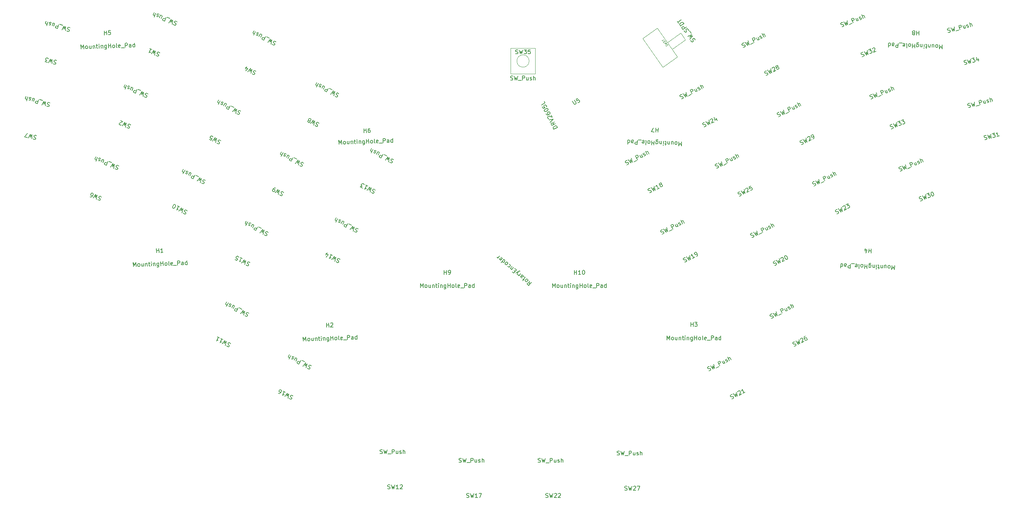
<source format=gbr>
%TF.GenerationSoftware,KiCad,Pcbnew,(6.0.4)*%
%TF.CreationDate,2022-10-16T03:21:46+02:00*%
%TF.ProjectId,Batreeq,42617472-6565-4712-9e6b-696361645f70,rev?*%
%TF.SameCoordinates,Original*%
%TF.FileFunction,AssemblyDrawing,Top*%
%FSLAX46Y46*%
G04 Gerber Fmt 4.6, Leading zero omitted, Abs format (unit mm)*
G04 Created by KiCad (PCBNEW (6.0.4)) date 2022-10-16 03:21:46*
%MOMM*%
%LPD*%
G01*
G04 APERTURE LIST*
%ADD10C,0.150000*%
%ADD11C,0.100000*%
G04 APERTURE END LIST*
D10*
%TO.C,SW7*%
X37125455Y-56618529D02*
X36999790Y-56535559D01*
X36769808Y-56473935D01*
X36665490Y-56495282D01*
X36607169Y-56528954D01*
X36536523Y-56608622D01*
X36511873Y-56700615D01*
X36533220Y-56804933D01*
X36566892Y-56863254D01*
X36646560Y-56933900D01*
X36818222Y-57029195D01*
X36897890Y-57099841D01*
X36931561Y-57158162D01*
X36952909Y-57262480D01*
X36928259Y-57354473D01*
X36857613Y-57434141D01*
X36799292Y-57467813D01*
X36694974Y-57489160D01*
X36464992Y-57427536D01*
X36339327Y-57344566D01*
X36005027Y-57304289D02*
X36033864Y-56276740D01*
X35665007Y-56917388D01*
X35665892Y-56178142D01*
X35177091Y-57082444D01*
X35322570Y-55987551D02*
X34586626Y-55790356D01*
X34331995Y-55820725D02*
X34073176Y-56786651D01*
X33705204Y-56688053D01*
X33625536Y-56617407D01*
X33591864Y-56559086D01*
X33570517Y-56454769D01*
X33607491Y-56316779D01*
X33678137Y-56237111D01*
X33736458Y-56203439D01*
X33840776Y-56182092D01*
X34208748Y-56280690D01*
X32779555Y-56094934D02*
X32952101Y-55450984D01*
X33193523Y-56205857D02*
X33329095Y-55699896D01*
X33307748Y-55595578D01*
X33228079Y-55524932D01*
X33090090Y-55487958D01*
X32985772Y-55509305D01*
X32927451Y-55542977D01*
X32525808Y-55386058D02*
X32446140Y-55315412D01*
X32262154Y-55266113D01*
X32157836Y-55287460D01*
X32087190Y-55367128D01*
X32074865Y-55413125D01*
X32096212Y-55517442D01*
X32175881Y-55588088D01*
X32313870Y-55625062D01*
X32393538Y-55695708D01*
X32414885Y-55800026D01*
X32402561Y-55846022D01*
X32331915Y-55925691D01*
X32227597Y-55947038D01*
X32089608Y-55910064D01*
X32009939Y-55839418D01*
X31710196Y-55118216D02*
X31451377Y-56084142D01*
X31296228Y-55007294D02*
X31160656Y-55513255D01*
X31182003Y-55617573D01*
X31261671Y-55688219D01*
X31399661Y-55725193D01*
X31503978Y-55703846D01*
X31562299Y-55670174D01*
X33836912Y-64650020D02*
X33711247Y-64567049D01*
X33481265Y-64505425D01*
X33376947Y-64526772D01*
X33318626Y-64560444D01*
X33247980Y-64640112D01*
X33223330Y-64732105D01*
X33244678Y-64836423D01*
X33278349Y-64894744D01*
X33358018Y-64965390D01*
X33529679Y-65060685D01*
X33609347Y-65131331D01*
X33643019Y-65189652D01*
X33664366Y-65293970D01*
X33639716Y-65385963D01*
X33569070Y-65465631D01*
X33510749Y-65499303D01*
X33406431Y-65520650D01*
X33176449Y-65459026D01*
X33050784Y-65376056D01*
X32716484Y-65335779D02*
X32745321Y-64308230D01*
X32376465Y-64948878D01*
X32377349Y-64209632D01*
X31888548Y-65113934D01*
X31612569Y-65039986D02*
X30968619Y-64867440D01*
X31641406Y-64012437D01*
%TO.C,SW26*%
X213363979Y-109226801D02*
X213512884Y-109204374D01*
X213725029Y-109096281D01*
X213788268Y-109010615D01*
X213809078Y-108946568D01*
X213808270Y-108840091D01*
X213765033Y-108755234D01*
X213679367Y-108691994D01*
X213615319Y-108671184D01*
X213508843Y-108671992D01*
X213317509Y-108716038D01*
X213211032Y-108716846D01*
X213146985Y-108696036D01*
X213061319Y-108632797D01*
X213018082Y-108547939D01*
X213017273Y-108441463D01*
X213038084Y-108377415D01*
X213101323Y-108291749D01*
X213313467Y-108183656D01*
X213462372Y-108161229D01*
X213737756Y-107967470D02*
X214403891Y-108750384D01*
X214249327Y-108027476D01*
X214743322Y-108577435D01*
X214501476Y-107578335D01*
X215125990Y-108489344D02*
X215804852Y-108143446D01*
X215973760Y-107950496D02*
X215519769Y-107059489D01*
X215859200Y-106886540D01*
X215965676Y-106885732D01*
X216029724Y-106906542D01*
X216115390Y-106969782D01*
X216180246Y-107097068D01*
X216181054Y-107203545D01*
X216160244Y-107267592D01*
X216097005Y-107353258D01*
X215757574Y-107526207D01*
X216943966Y-106707933D02*
X217246626Y-107301938D01*
X216562106Y-106902501D02*
X216799910Y-107369219D01*
X216885576Y-107432458D01*
X216992053Y-107431649D01*
X217119339Y-107366794D01*
X217182578Y-107281128D01*
X217203389Y-107217080D01*
X217606867Y-107064942D02*
X217713344Y-107064133D01*
X217883059Y-106977659D01*
X217946298Y-106891993D01*
X217945490Y-106785516D01*
X217923871Y-106743088D01*
X217838205Y-106679848D01*
X217731729Y-106680657D01*
X217604442Y-106745512D01*
X217497966Y-106746321D01*
X217412300Y-106683082D01*
X217390681Y-106640653D01*
X217389873Y-106534176D01*
X217453112Y-106448510D01*
X217580399Y-106383655D01*
X217686875Y-106382846D01*
X218392206Y-106718236D02*
X217938215Y-105827229D01*
X218774066Y-106523668D02*
X218536261Y-106056951D01*
X218450595Y-105993712D01*
X218344119Y-105994520D01*
X218216832Y-106059376D01*
X218153593Y-106145042D01*
X218132783Y-106209089D01*
X218924822Y-116055473D02*
X219073727Y-116033046D01*
X219285872Y-115924953D01*
X219349111Y-115839287D01*
X219369921Y-115775239D01*
X219369113Y-115668763D01*
X219325876Y-115583905D01*
X219240210Y-115520666D01*
X219176162Y-115499856D01*
X219069686Y-115500664D01*
X218878352Y-115544709D01*
X218771875Y-115545518D01*
X218707828Y-115524707D01*
X218622162Y-115461468D01*
X218578925Y-115376611D01*
X218578116Y-115270134D01*
X218598926Y-115206087D01*
X218662166Y-115120421D01*
X218874310Y-115012328D01*
X219023215Y-114989901D01*
X219298599Y-114796142D02*
X219964734Y-115579055D01*
X219810170Y-114856148D01*
X220304165Y-115406106D01*
X220062319Y-114407007D01*
X220402558Y-114340535D02*
X220423368Y-114276487D01*
X220486608Y-114190821D01*
X220698752Y-114082728D01*
X220805228Y-114081920D01*
X220869276Y-114102730D01*
X220954942Y-114165969D01*
X220998179Y-114250827D01*
X221020606Y-114399732D01*
X220770883Y-115168302D01*
X221322458Y-114887260D01*
X221632187Y-113607119D02*
X221462472Y-113693593D01*
X221399233Y-113779259D01*
X221378422Y-113843307D01*
X221358420Y-114013831D01*
X221402466Y-114205165D01*
X221575415Y-114544596D01*
X221661081Y-114607835D01*
X221725128Y-114628645D01*
X221831605Y-114627837D01*
X222001320Y-114541363D01*
X222064559Y-114455697D01*
X222085370Y-114391649D01*
X222084561Y-114285173D01*
X221976468Y-114073028D01*
X221890802Y-114009789D01*
X221826755Y-113988979D01*
X221720278Y-113989787D01*
X221550563Y-114076262D01*
X221487324Y-114161928D01*
X221466513Y-114225975D01*
X221467322Y-114332451D01*
%TO.C,H10*%
X159875917Y-101708456D02*
X159875917Y-100708456D01*
X160209250Y-101422742D01*
X160542584Y-100708456D01*
X160542584Y-101708456D01*
X161161631Y-101708456D02*
X161066393Y-101660837D01*
X161018774Y-101613218D01*
X160971155Y-101517980D01*
X160971155Y-101232266D01*
X161018774Y-101137028D01*
X161066393Y-101089409D01*
X161161631Y-101041790D01*
X161304488Y-101041790D01*
X161399726Y-101089409D01*
X161447346Y-101137028D01*
X161494965Y-101232266D01*
X161494965Y-101517980D01*
X161447346Y-101613218D01*
X161399726Y-101660837D01*
X161304488Y-101708456D01*
X161161631Y-101708456D01*
X162352107Y-101041790D02*
X162352107Y-101708456D01*
X161923536Y-101041790D02*
X161923536Y-101565599D01*
X161971155Y-101660837D01*
X162066393Y-101708456D01*
X162209250Y-101708456D01*
X162304488Y-101660837D01*
X162352107Y-101613218D01*
X162828298Y-101041790D02*
X162828298Y-101708456D01*
X162828298Y-101137028D02*
X162875917Y-101089409D01*
X162971155Y-101041790D01*
X163114012Y-101041790D01*
X163209250Y-101089409D01*
X163256869Y-101184647D01*
X163256869Y-101708456D01*
X163590203Y-101041790D02*
X163971155Y-101041790D01*
X163733060Y-100708456D02*
X163733060Y-101565599D01*
X163780679Y-101660837D01*
X163875917Y-101708456D01*
X163971155Y-101708456D01*
X164304488Y-101708456D02*
X164304488Y-101041790D01*
X164304488Y-100708456D02*
X164256869Y-100756076D01*
X164304488Y-100803695D01*
X164352107Y-100756076D01*
X164304488Y-100708456D01*
X164304488Y-100803695D01*
X164780679Y-101041790D02*
X164780679Y-101708456D01*
X164780679Y-101137028D02*
X164828298Y-101089409D01*
X164923536Y-101041790D01*
X165066393Y-101041790D01*
X165161631Y-101089409D01*
X165209250Y-101184647D01*
X165209250Y-101708456D01*
X166114012Y-101041790D02*
X166114012Y-101851314D01*
X166066393Y-101946552D01*
X166018774Y-101994171D01*
X165923536Y-102041790D01*
X165780679Y-102041790D01*
X165685441Y-101994171D01*
X166114012Y-101660837D02*
X166018774Y-101708456D01*
X165828298Y-101708456D01*
X165733060Y-101660837D01*
X165685441Y-101613218D01*
X165637822Y-101517980D01*
X165637822Y-101232266D01*
X165685441Y-101137028D01*
X165733060Y-101089409D01*
X165828298Y-101041790D01*
X166018774Y-101041790D01*
X166114012Y-101089409D01*
X166590203Y-101708456D02*
X166590203Y-100708456D01*
X166590203Y-101184647D02*
X167161631Y-101184647D01*
X167161631Y-101708456D02*
X167161631Y-100708456D01*
X167780679Y-101708456D02*
X167685441Y-101660837D01*
X167637822Y-101613218D01*
X167590203Y-101517980D01*
X167590203Y-101232266D01*
X167637822Y-101137028D01*
X167685441Y-101089409D01*
X167780679Y-101041790D01*
X167923536Y-101041790D01*
X168018774Y-101089409D01*
X168066393Y-101137028D01*
X168114012Y-101232266D01*
X168114012Y-101517980D01*
X168066393Y-101613218D01*
X168018774Y-101660837D01*
X167923536Y-101708456D01*
X167780679Y-101708456D01*
X168685441Y-101708456D02*
X168590203Y-101660837D01*
X168542584Y-101565599D01*
X168542584Y-100708456D01*
X169447346Y-101660837D02*
X169352107Y-101708456D01*
X169161631Y-101708456D01*
X169066393Y-101660837D01*
X169018774Y-101565599D01*
X169018774Y-101184647D01*
X169066393Y-101089409D01*
X169161631Y-101041790D01*
X169352107Y-101041790D01*
X169447346Y-101089409D01*
X169494965Y-101184647D01*
X169494965Y-101279885D01*
X169018774Y-101375123D01*
X169685441Y-101803695D02*
X170447346Y-101803695D01*
X170685441Y-101708456D02*
X170685441Y-100708456D01*
X171066393Y-100708456D01*
X171161631Y-100756076D01*
X171209250Y-100803695D01*
X171256869Y-100898933D01*
X171256869Y-101041790D01*
X171209250Y-101137028D01*
X171161631Y-101184647D01*
X171066393Y-101232266D01*
X170685441Y-101232266D01*
X172114012Y-101708456D02*
X172114012Y-101184647D01*
X172066393Y-101089409D01*
X171971155Y-101041790D01*
X171780679Y-101041790D01*
X171685441Y-101089409D01*
X172114012Y-101660837D02*
X172018774Y-101708456D01*
X171780679Y-101708456D01*
X171685441Y-101660837D01*
X171637822Y-101565599D01*
X171637822Y-101470361D01*
X171685441Y-101375123D01*
X171780679Y-101327504D01*
X172018774Y-101327504D01*
X172114012Y-101279885D01*
X173018774Y-101708456D02*
X173018774Y-100708456D01*
X173018774Y-101660837D02*
X172923536Y-101708456D01*
X172733060Y-101708456D01*
X172637822Y-101660837D01*
X172590203Y-101613218D01*
X172542584Y-101517980D01*
X172542584Y-101232266D01*
X172590203Y-101137028D01*
X172637822Y-101089409D01*
X172733060Y-101041790D01*
X172923536Y-101041790D01*
X173018774Y-101089409D01*
X165209250Y-98508456D02*
X165209250Y-97508456D01*
X165209250Y-97984647D02*
X165780679Y-97984647D01*
X165780679Y-98508456D02*
X165780679Y-97508456D01*
X166780679Y-98508456D02*
X166209250Y-98508456D01*
X166494965Y-98508456D02*
X166494965Y-97508456D01*
X166399726Y-97651314D01*
X166304488Y-97746552D01*
X166209250Y-97794171D01*
X167399726Y-97508456D02*
X167494965Y-97508456D01*
X167590203Y-97556076D01*
X167637822Y-97603695D01*
X167685441Y-97698933D01*
X167733060Y-97889409D01*
X167733060Y-98127504D01*
X167685441Y-98317980D01*
X167637822Y-98413218D01*
X167590203Y-98460837D01*
X167494965Y-98508456D01*
X167399726Y-98508456D01*
X167304488Y-98460837D01*
X167256869Y-98413218D01*
X167209250Y-98317980D01*
X167161631Y-98127504D01*
X167161631Y-97889409D01*
X167209250Y-97698933D01*
X167256869Y-97603695D01*
X167304488Y-97556076D01*
X167399726Y-97508456D01*
%TO.C,SW34*%
X256541908Y-39366143D02*
X256692222Y-39375166D01*
X256922204Y-39313542D01*
X257001872Y-39242896D01*
X257035544Y-39184575D01*
X257056891Y-39080257D01*
X257032242Y-38988264D01*
X256961596Y-38908596D01*
X256903275Y-38874924D01*
X256798957Y-38853577D01*
X256602646Y-38856880D01*
X256498329Y-38835533D01*
X256440008Y-38801861D01*
X256369362Y-38722193D01*
X256344712Y-38630200D01*
X256366059Y-38525882D01*
X256399731Y-38467561D01*
X256479399Y-38396915D01*
X256709382Y-38335292D01*
X256859696Y-38344314D01*
X257169346Y-38212044D02*
X257658148Y-39116347D01*
X257657263Y-38377101D01*
X258026119Y-39017749D01*
X257997283Y-37990199D01*
X258418741Y-39011144D02*
X259154684Y-38813949D01*
X259360017Y-38660332D02*
X259101198Y-37694406D01*
X259469170Y-37595809D01*
X259573487Y-37617156D01*
X259631808Y-37650827D01*
X259702454Y-37730496D01*
X259739428Y-37868485D01*
X259718081Y-37972803D01*
X259684410Y-38031124D01*
X259604741Y-38101770D01*
X259236770Y-38200367D01*
X260567365Y-37646640D02*
X260739911Y-38290591D01*
X260153397Y-37757562D02*
X260288969Y-38263524D01*
X260359614Y-38343192D01*
X260463932Y-38364539D01*
X260601922Y-38327565D01*
X260681590Y-38256919D01*
X260715262Y-38198598D01*
X261141554Y-38133672D02*
X261245872Y-38155019D01*
X261429858Y-38105720D01*
X261509526Y-38035074D01*
X261530873Y-37930756D01*
X261518548Y-37884760D01*
X261447903Y-37805092D01*
X261343585Y-37783745D01*
X261205596Y-37820719D01*
X261101278Y-37799372D01*
X261030632Y-37719703D01*
X261018307Y-37673707D01*
X261039654Y-37569389D01*
X261119323Y-37498743D01*
X261257312Y-37461769D01*
X261361630Y-37483116D01*
X261981816Y-37957823D02*
X261722997Y-36991897D01*
X262395784Y-37846901D02*
X262260212Y-37340940D01*
X262189566Y-37261271D01*
X262085248Y-37239924D01*
X261947259Y-37276899D01*
X261867591Y-37347544D01*
X261833919Y-37405866D01*
X260561472Y-47201757D02*
X260711786Y-47210779D01*
X260941768Y-47149155D01*
X261021436Y-47078510D01*
X261055108Y-47020188D01*
X261076455Y-46915871D01*
X261051806Y-46823878D01*
X260981160Y-46744210D01*
X260922839Y-46710538D01*
X260818521Y-46689191D01*
X260622211Y-46692493D01*
X260517893Y-46671146D01*
X260459572Y-46637474D01*
X260388926Y-46557806D01*
X260364276Y-46465813D01*
X260385623Y-46361496D01*
X260419295Y-46303174D01*
X260498963Y-46232528D01*
X260728946Y-46170905D01*
X260879260Y-46179927D01*
X261188910Y-46047658D02*
X261677712Y-46951960D01*
X261676827Y-46212714D01*
X262045683Y-46853362D01*
X262016847Y-45825813D01*
X262292826Y-45751865D02*
X262890780Y-45591643D01*
X262667402Y-46045888D01*
X262805392Y-46008914D01*
X262909709Y-46030261D01*
X262968030Y-46063933D01*
X263038676Y-46143601D01*
X263100300Y-46373583D01*
X263078953Y-46477901D01*
X263045281Y-46536222D01*
X262965613Y-46606868D01*
X262689634Y-46680816D01*
X262585316Y-46659469D01*
X262526995Y-46625797D01*
X263804989Y-45691774D02*
X263977535Y-46335724D01*
X263476409Y-45385425D02*
X263431297Y-46136996D01*
X264029252Y-45976775D01*
%TO.C,H8*%
X255092610Y-42409615D02*
X255057710Y-43409006D01*
X254749508Y-42683522D01*
X254391450Y-43385739D01*
X254426349Y-42386348D01*
X253807679Y-42364744D02*
X253901197Y-42415658D01*
X253947125Y-42464910D01*
X253991391Y-42561752D01*
X253981420Y-42847292D01*
X253930506Y-42940810D01*
X253881254Y-42986738D01*
X253784412Y-43031004D01*
X253641642Y-43026019D01*
X253548124Y-42975105D01*
X253502196Y-42925853D01*
X253457930Y-42829011D01*
X253467901Y-42543471D01*
X253518815Y-42449953D01*
X253568067Y-42404025D01*
X253664909Y-42359758D01*
X253807679Y-42364744D01*
X252594661Y-42989457D02*
X252617928Y-42323197D01*
X253022972Y-43004414D02*
X253041252Y-42480924D01*
X252996986Y-42384082D01*
X252903468Y-42333168D01*
X252760698Y-42328183D01*
X252663856Y-42372449D01*
X252614604Y-42418377D01*
X252118761Y-42972839D02*
X252142027Y-42306578D01*
X252122085Y-42877659D02*
X252072833Y-42923587D01*
X251975991Y-42967853D01*
X251833221Y-42962867D01*
X251739703Y-42911954D01*
X251695436Y-42815112D01*
X251713717Y-42291621D01*
X251357320Y-42946249D02*
X250976600Y-42932953D01*
X251202917Y-43274393D02*
X251232831Y-42417772D01*
X251188565Y-42320930D01*
X251095046Y-42270017D01*
X250999866Y-42266693D01*
X250666736Y-42255060D02*
X250643470Y-42921320D01*
X250631837Y-43254451D02*
X250681089Y-43208522D01*
X250635160Y-43159271D01*
X250585908Y-43205199D01*
X250631837Y-43254451D01*
X250635160Y-43159271D01*
X250167569Y-42904702D02*
X250190836Y-42238441D01*
X250170893Y-42809521D02*
X250121641Y-42855450D01*
X250024799Y-42899716D01*
X249882029Y-42894730D01*
X249788511Y-42843816D01*
X249744245Y-42746974D01*
X249762525Y-42223484D01*
X248835048Y-42858169D02*
X248863300Y-42049138D01*
X248914214Y-41955620D01*
X248963466Y-41909692D01*
X249060308Y-41865426D01*
X249203078Y-41870411D01*
X249296596Y-41921325D01*
X248856653Y-42239498D02*
X248953495Y-42195232D01*
X249143855Y-42201880D01*
X249237373Y-42252793D01*
X249283301Y-42302045D01*
X249327568Y-42398887D01*
X249317596Y-42684427D01*
X249266682Y-42777946D01*
X249217431Y-42823874D01*
X249120589Y-42868140D01*
X248930228Y-42861493D01*
X248836710Y-42810579D01*
X248382414Y-42175289D02*
X248347515Y-43174680D01*
X248364134Y-42698780D02*
X247793053Y-42678837D01*
X247811334Y-42155347D02*
X247776434Y-43154738D01*
X247192663Y-42133742D02*
X247286181Y-42184656D01*
X247332110Y-42233908D01*
X247376376Y-42330750D01*
X247366405Y-42616290D01*
X247315491Y-42709809D01*
X247266239Y-42755737D01*
X247169397Y-42800003D01*
X247026627Y-42795017D01*
X246933109Y-42744104D01*
X246887180Y-42694852D01*
X246842914Y-42598010D01*
X246852885Y-42312469D01*
X246903799Y-42218951D01*
X246953051Y-42173023D01*
X247049893Y-42128757D01*
X247192663Y-42133742D01*
X246288453Y-42102167D02*
X246381971Y-42153081D01*
X246426237Y-42249922D01*
X246396323Y-43106543D01*
X245525350Y-42123167D02*
X245622192Y-42078900D01*
X245812552Y-42085548D01*
X245906070Y-42136462D01*
X245950337Y-42233304D01*
X245937042Y-42614024D01*
X245886128Y-42707542D01*
X245789286Y-42751808D01*
X245598926Y-42745161D01*
X245505407Y-42694247D01*
X245461141Y-42597405D01*
X245464465Y-42502225D01*
X245943689Y-42423664D01*
X245292385Y-41972087D02*
X244530945Y-41945497D01*
X244289671Y-42032368D02*
X244254771Y-43031759D01*
X243874051Y-43018464D01*
X243780533Y-42967550D01*
X243734605Y-42918298D01*
X243690338Y-42821456D01*
X243695324Y-42678686D01*
X243746238Y-42585168D01*
X243795490Y-42539239D01*
X243892332Y-42494973D01*
X244273052Y-42508268D01*
X242861970Y-41982511D02*
X242843689Y-42506002D01*
X242887955Y-42602844D01*
X242981473Y-42653758D01*
X243171834Y-42660405D01*
X243268676Y-42616139D01*
X242860308Y-42030101D02*
X242957150Y-41985835D01*
X243195100Y-41994144D01*
X243288618Y-42045058D01*
X243332884Y-42141900D01*
X243329561Y-42237080D01*
X243278647Y-42330599D01*
X243181805Y-42374865D01*
X242943855Y-42366555D01*
X242847013Y-42410822D01*
X241957759Y-41950936D02*
X241922859Y-42950326D01*
X241956097Y-41998526D02*
X242052939Y-41954259D01*
X242243299Y-41960907D01*
X242336817Y-42011821D01*
X242382746Y-42061073D01*
X242427012Y-42157915D01*
X242417041Y-42443455D01*
X242366127Y-42536973D01*
X242316875Y-42582901D01*
X242220033Y-42627167D01*
X242029673Y-42620520D01*
X241936154Y-42569606D01*
X249398303Y-39008814D02*
X249363404Y-40008205D01*
X249380022Y-39532305D02*
X248808942Y-39512362D01*
X248827223Y-38988872D02*
X248792323Y-39988262D01*
X248188609Y-39538348D02*
X248282128Y-39589261D01*
X248328056Y-39638513D01*
X248372322Y-39735355D01*
X248370660Y-39782945D01*
X248319746Y-39876464D01*
X248270494Y-39922392D01*
X248173653Y-39966658D01*
X247983292Y-39960011D01*
X247889774Y-39909097D01*
X247843846Y-39859845D01*
X247799580Y-39763003D01*
X247801242Y-39715413D01*
X247852155Y-39621895D01*
X247901407Y-39575966D01*
X247998249Y-39531700D01*
X248188609Y-39538348D01*
X248285451Y-39494081D01*
X248334703Y-39448153D01*
X248385617Y-39354635D01*
X248392265Y-39164275D01*
X248347998Y-39067433D01*
X248302070Y-39018181D01*
X248208552Y-38967267D01*
X248018192Y-38960620D01*
X247921350Y-39004886D01*
X247872098Y-39050814D01*
X247821184Y-39144332D01*
X247814537Y-39334692D01*
X247858803Y-39431534D01*
X247904731Y-39480786D01*
X247998249Y-39531700D01*
%TO.C,H9*%
X127617914Y-101708459D02*
X127617914Y-100708459D01*
X127951247Y-101422745D01*
X128284581Y-100708459D01*
X128284581Y-101708459D01*
X128903628Y-101708459D02*
X128808390Y-101660840D01*
X128760771Y-101613221D01*
X128713152Y-101517983D01*
X128713152Y-101232269D01*
X128760771Y-101137031D01*
X128808390Y-101089412D01*
X128903628Y-101041793D01*
X129046485Y-101041793D01*
X129141723Y-101089412D01*
X129189343Y-101137031D01*
X129236962Y-101232269D01*
X129236962Y-101517983D01*
X129189343Y-101613221D01*
X129141723Y-101660840D01*
X129046485Y-101708459D01*
X128903628Y-101708459D01*
X130094104Y-101041793D02*
X130094104Y-101708459D01*
X129665533Y-101041793D02*
X129665533Y-101565602D01*
X129713152Y-101660840D01*
X129808390Y-101708459D01*
X129951247Y-101708459D01*
X130046485Y-101660840D01*
X130094104Y-101613221D01*
X130570295Y-101041793D02*
X130570295Y-101708459D01*
X130570295Y-101137031D02*
X130617914Y-101089412D01*
X130713152Y-101041793D01*
X130856009Y-101041793D01*
X130951247Y-101089412D01*
X130998866Y-101184650D01*
X130998866Y-101708459D01*
X131332200Y-101041793D02*
X131713152Y-101041793D01*
X131475057Y-100708459D02*
X131475057Y-101565602D01*
X131522676Y-101660840D01*
X131617914Y-101708459D01*
X131713152Y-101708459D01*
X132046485Y-101708459D02*
X132046485Y-101041793D01*
X132046485Y-100708459D02*
X131998866Y-100756079D01*
X132046485Y-100803698D01*
X132094104Y-100756079D01*
X132046485Y-100708459D01*
X132046485Y-100803698D01*
X132522676Y-101041793D02*
X132522676Y-101708459D01*
X132522676Y-101137031D02*
X132570295Y-101089412D01*
X132665533Y-101041793D01*
X132808390Y-101041793D01*
X132903628Y-101089412D01*
X132951247Y-101184650D01*
X132951247Y-101708459D01*
X133856009Y-101041793D02*
X133856009Y-101851317D01*
X133808390Y-101946555D01*
X133760771Y-101994174D01*
X133665533Y-102041793D01*
X133522676Y-102041793D01*
X133427438Y-101994174D01*
X133856009Y-101660840D02*
X133760771Y-101708459D01*
X133570295Y-101708459D01*
X133475057Y-101660840D01*
X133427438Y-101613221D01*
X133379819Y-101517983D01*
X133379819Y-101232269D01*
X133427438Y-101137031D01*
X133475057Y-101089412D01*
X133570295Y-101041793D01*
X133760771Y-101041793D01*
X133856009Y-101089412D01*
X134332200Y-101708459D02*
X134332200Y-100708459D01*
X134332200Y-101184650D02*
X134903628Y-101184650D01*
X134903628Y-101708459D02*
X134903628Y-100708459D01*
X135522676Y-101708459D02*
X135427438Y-101660840D01*
X135379819Y-101613221D01*
X135332200Y-101517983D01*
X135332200Y-101232269D01*
X135379819Y-101137031D01*
X135427438Y-101089412D01*
X135522676Y-101041793D01*
X135665533Y-101041793D01*
X135760771Y-101089412D01*
X135808390Y-101137031D01*
X135856009Y-101232269D01*
X135856009Y-101517983D01*
X135808390Y-101613221D01*
X135760771Y-101660840D01*
X135665533Y-101708459D01*
X135522676Y-101708459D01*
X136427438Y-101708459D02*
X136332200Y-101660840D01*
X136284581Y-101565602D01*
X136284581Y-100708459D01*
X137189343Y-101660840D02*
X137094104Y-101708459D01*
X136903628Y-101708459D01*
X136808390Y-101660840D01*
X136760771Y-101565602D01*
X136760771Y-101184650D01*
X136808390Y-101089412D01*
X136903628Y-101041793D01*
X137094104Y-101041793D01*
X137189343Y-101089412D01*
X137236962Y-101184650D01*
X137236962Y-101279888D01*
X136760771Y-101375126D01*
X137427438Y-101803698D02*
X138189343Y-101803698D01*
X138427438Y-101708459D02*
X138427438Y-100708459D01*
X138808390Y-100708459D01*
X138903628Y-100756079D01*
X138951247Y-100803698D01*
X138998866Y-100898936D01*
X138998866Y-101041793D01*
X138951247Y-101137031D01*
X138903628Y-101184650D01*
X138808390Y-101232269D01*
X138427438Y-101232269D01*
X139856009Y-101708459D02*
X139856009Y-101184650D01*
X139808390Y-101089412D01*
X139713152Y-101041793D01*
X139522676Y-101041793D01*
X139427438Y-101089412D01*
X139856009Y-101660840D02*
X139760771Y-101708459D01*
X139522676Y-101708459D01*
X139427438Y-101660840D01*
X139379819Y-101565602D01*
X139379819Y-101470364D01*
X139427438Y-101375126D01*
X139522676Y-101327507D01*
X139760771Y-101327507D01*
X139856009Y-101279888D01*
X140760771Y-101708459D02*
X140760771Y-100708459D01*
X140760771Y-101660840D02*
X140665533Y-101708459D01*
X140475057Y-101708459D01*
X140379819Y-101660840D01*
X140332200Y-101613221D01*
X140284581Y-101517983D01*
X140284581Y-101232269D01*
X140332200Y-101137031D01*
X140379819Y-101089412D01*
X140475057Y-101041793D01*
X140665533Y-101041793D01*
X140760771Y-101089412D01*
X133427438Y-98508459D02*
X133427438Y-97508459D01*
X133427438Y-97984650D02*
X133998866Y-97984650D01*
X133998866Y-98508459D02*
X133998866Y-97508459D01*
X134522676Y-98508459D02*
X134713152Y-98508459D01*
X134808390Y-98460840D01*
X134856009Y-98413221D01*
X134951247Y-98270364D01*
X134998866Y-98079888D01*
X134998866Y-97698936D01*
X134951247Y-97603698D01*
X134903628Y-97556079D01*
X134808390Y-97508459D01*
X134617914Y-97508459D01*
X134522676Y-97556079D01*
X134475057Y-97603698D01*
X134427438Y-97698936D01*
X134427438Y-97937031D01*
X134475057Y-98032269D01*
X134522676Y-98079888D01*
X134617914Y-98127507D01*
X134808390Y-98127507D01*
X134903628Y-98079888D01*
X134951247Y-98032269D01*
X134998866Y-97937031D01*
%TO.C,SW21*%
X198091311Y-122084900D02*
X198240216Y-122062473D01*
X198452361Y-121954380D01*
X198515600Y-121868714D01*
X198536410Y-121804667D01*
X198535602Y-121698190D01*
X198492365Y-121613333D01*
X198406699Y-121550093D01*
X198342651Y-121529283D01*
X198236175Y-121530091D01*
X198044841Y-121574137D01*
X197938364Y-121574945D01*
X197874317Y-121554135D01*
X197788651Y-121490896D01*
X197745414Y-121406038D01*
X197744605Y-121299562D01*
X197765416Y-121235514D01*
X197828655Y-121149848D01*
X198040799Y-121041755D01*
X198189704Y-121019328D01*
X198465088Y-120825569D02*
X199131223Y-121608483D01*
X198976659Y-120885575D01*
X199470654Y-121435534D01*
X199228808Y-120436434D01*
X199853322Y-121347443D02*
X200532184Y-121001545D01*
X200701092Y-120808595D02*
X200247101Y-119917588D01*
X200586532Y-119744639D01*
X200693008Y-119743831D01*
X200757056Y-119764641D01*
X200842722Y-119827881D01*
X200907578Y-119955167D01*
X200908386Y-120061644D01*
X200887576Y-120125691D01*
X200824337Y-120211357D01*
X200484906Y-120384306D01*
X201671298Y-119566032D02*
X201973958Y-120160037D01*
X201289438Y-119760600D02*
X201527242Y-120227318D01*
X201612908Y-120290557D01*
X201719385Y-120289748D01*
X201846671Y-120224893D01*
X201909910Y-120139227D01*
X201930721Y-120075179D01*
X202334199Y-119923041D02*
X202440676Y-119922232D01*
X202610391Y-119835758D01*
X202673630Y-119750092D01*
X202672822Y-119643615D01*
X202651203Y-119601187D01*
X202565537Y-119537947D01*
X202459061Y-119538756D01*
X202331774Y-119603611D01*
X202225298Y-119604420D01*
X202139632Y-119541181D01*
X202118013Y-119498752D01*
X202117205Y-119392275D01*
X202180444Y-119306609D01*
X202307731Y-119241754D01*
X202414207Y-119240945D01*
X203119538Y-119576335D02*
X202665547Y-118685328D01*
X203501398Y-119381767D02*
X203263593Y-118915050D01*
X203177927Y-118851811D01*
X203071451Y-118852619D01*
X202944164Y-118917475D01*
X202880925Y-119003141D01*
X202860115Y-119067188D01*
X203652154Y-128913572D02*
X203801059Y-128891145D01*
X204013204Y-128783052D01*
X204076443Y-128697386D01*
X204097253Y-128633338D01*
X204096445Y-128526862D01*
X204053208Y-128442004D01*
X203967542Y-128378765D01*
X203903494Y-128357955D01*
X203797018Y-128358763D01*
X203605684Y-128402808D01*
X203499207Y-128403617D01*
X203435160Y-128382806D01*
X203349494Y-128319567D01*
X203306257Y-128234710D01*
X203305448Y-128128233D01*
X203326258Y-128064186D01*
X203389498Y-127978520D01*
X203601642Y-127870427D01*
X203750547Y-127848000D01*
X204025931Y-127654241D02*
X204692066Y-128437154D01*
X204537502Y-127714247D01*
X205031497Y-128264205D01*
X204789651Y-127265106D01*
X205129890Y-127198634D02*
X205150700Y-127134586D01*
X205213940Y-127048920D01*
X205426084Y-126940827D01*
X205532560Y-126940019D01*
X205596608Y-126960829D01*
X205682274Y-127024068D01*
X205725511Y-127108926D01*
X205747938Y-127257831D01*
X205498215Y-128026401D01*
X206049790Y-127745359D01*
X206898368Y-127312987D02*
X206389221Y-127572410D01*
X206643794Y-127442699D02*
X206189804Y-126551692D01*
X206169802Y-126722216D01*
X206128181Y-126850311D01*
X206064942Y-126935977D01*
%TO.C,SW25*%
X199982647Y-72539078D02*
X200131552Y-72516651D01*
X200343697Y-72408558D01*
X200406936Y-72322892D01*
X200427746Y-72258845D01*
X200426938Y-72152368D01*
X200383701Y-72067511D01*
X200298035Y-72004271D01*
X200233987Y-71983461D01*
X200127511Y-71984269D01*
X199936177Y-72028315D01*
X199829700Y-72029123D01*
X199765653Y-72008313D01*
X199679987Y-71945074D01*
X199636750Y-71860216D01*
X199635941Y-71753740D01*
X199656752Y-71689692D01*
X199719991Y-71604026D01*
X199932135Y-71495933D01*
X200081040Y-71473506D01*
X200356424Y-71279747D02*
X201022559Y-72062661D01*
X200867995Y-71339753D01*
X201361990Y-71889712D01*
X201120144Y-70890612D01*
X201744658Y-71801621D02*
X202423520Y-71455723D01*
X202592428Y-71262773D02*
X202138437Y-70371766D01*
X202477868Y-70198817D01*
X202584344Y-70198009D01*
X202648392Y-70218819D01*
X202734058Y-70282059D01*
X202798914Y-70409345D01*
X202799722Y-70515822D01*
X202778912Y-70579869D01*
X202715673Y-70665535D01*
X202376242Y-70838484D01*
X203562634Y-70020210D02*
X203865294Y-70614215D01*
X203180774Y-70214778D02*
X203418578Y-70681496D01*
X203504244Y-70744735D01*
X203610721Y-70743926D01*
X203738007Y-70679071D01*
X203801246Y-70593405D01*
X203822057Y-70529357D01*
X204225535Y-70377219D02*
X204332012Y-70376410D01*
X204501727Y-70289936D01*
X204564966Y-70204270D01*
X204564158Y-70097793D01*
X204542539Y-70055365D01*
X204456873Y-69992125D01*
X204350397Y-69992934D01*
X204223110Y-70057789D01*
X204116634Y-70058598D01*
X204030968Y-69995359D01*
X204009349Y-69952930D01*
X204008541Y-69846453D01*
X204071780Y-69760787D01*
X204199067Y-69695932D01*
X204305543Y-69695123D01*
X205010874Y-70030513D02*
X204556883Y-69139506D01*
X205392734Y-69835945D02*
X205154929Y-69369228D01*
X205069263Y-69305989D01*
X204962787Y-69306797D01*
X204835500Y-69371653D01*
X204772261Y-69457319D01*
X204751451Y-69521366D01*
X205543490Y-79367750D02*
X205692395Y-79345323D01*
X205904540Y-79237230D01*
X205967779Y-79151564D01*
X205988589Y-79087516D01*
X205987781Y-78981040D01*
X205944544Y-78896182D01*
X205858878Y-78832943D01*
X205794830Y-78812133D01*
X205688354Y-78812941D01*
X205497020Y-78856986D01*
X205390543Y-78857795D01*
X205326496Y-78836984D01*
X205240830Y-78773745D01*
X205197593Y-78688888D01*
X205196784Y-78582411D01*
X205217594Y-78518364D01*
X205280834Y-78432698D01*
X205492978Y-78324605D01*
X205641883Y-78302178D01*
X205917267Y-78108419D02*
X206583402Y-78891332D01*
X206428838Y-78168425D01*
X206922833Y-78718383D01*
X206680987Y-77719284D01*
X207021226Y-77652812D02*
X207042036Y-77588764D01*
X207105276Y-77503098D01*
X207317420Y-77395005D01*
X207423896Y-77394197D01*
X207487944Y-77415007D01*
X207573610Y-77478246D01*
X207616847Y-77563104D01*
X207639274Y-77712009D01*
X207389551Y-78480579D01*
X207941126Y-78199537D01*
X208293284Y-76897777D02*
X207868995Y-77113963D01*
X208042753Y-77559871D01*
X208063563Y-77495823D01*
X208126802Y-77410157D01*
X208338946Y-77302064D01*
X208445423Y-77301256D01*
X208509470Y-77322066D01*
X208595136Y-77385305D01*
X208703229Y-77597450D01*
X208704038Y-77703926D01*
X208683227Y-77767974D01*
X208619988Y-77853640D01*
X208407844Y-77961733D01*
X208301367Y-77962541D01*
X208237320Y-77941731D01*
%TO.C,SW4*%
X92349899Y-41738109D02*
X92244231Y-41630824D01*
X92032087Y-41522731D01*
X91925610Y-41521923D01*
X91861563Y-41542733D01*
X91775897Y-41605973D01*
X91732659Y-41690830D01*
X91731851Y-41797307D01*
X91752661Y-41861354D01*
X91815901Y-41947020D01*
X91963998Y-42075924D01*
X92027237Y-42161590D01*
X92048047Y-42225637D01*
X92047239Y-42332113D01*
X92004001Y-42416971D01*
X91918335Y-42480210D01*
X91854288Y-42501021D01*
X91747812Y-42500212D01*
X91535667Y-42392119D01*
X91429999Y-42284835D01*
X91111378Y-42175933D02*
X91353224Y-41176834D01*
X90859230Y-41726793D01*
X91013793Y-41003885D01*
X90347658Y-41786799D01*
X90717600Y-40746079D02*
X90038737Y-40400181D01*
X89783356Y-40376946D02*
X89329365Y-41267952D01*
X88989934Y-41095004D01*
X88926695Y-41009338D01*
X88905885Y-40945290D01*
X88906693Y-40838814D01*
X88971549Y-40711527D01*
X89057215Y-40648288D01*
X89121262Y-40627478D01*
X89227739Y-40628286D01*
X89567170Y-40801235D01*
X88207829Y-40322392D02*
X88510489Y-39728388D01*
X88589689Y-40516960D02*
X88827493Y-40050242D01*
X88828302Y-39943766D01*
X88765063Y-39858100D01*
X88637776Y-39793244D01*
X88531300Y-39792436D01*
X88467252Y-39813246D01*
X88107011Y-39576250D02*
X88043772Y-39490584D01*
X87874056Y-39404109D01*
X87767580Y-39403301D01*
X87681914Y-39466540D01*
X87660295Y-39508969D01*
X87659487Y-39615445D01*
X87722726Y-39701111D01*
X87850013Y-39765967D01*
X87913252Y-39851633D01*
X87912443Y-39958110D01*
X87890825Y-40000538D01*
X87805159Y-40063778D01*
X87698682Y-40062969D01*
X87571396Y-39998113D01*
X87508157Y-39912447D01*
X87364910Y-39144686D02*
X86910919Y-40035693D01*
X86983050Y-38950119D02*
X86745245Y-39416836D01*
X86744437Y-39523313D01*
X86807676Y-39608979D01*
X86934963Y-39673835D01*
X87041439Y-39674643D01*
X87105486Y-39653833D01*
X87463378Y-48910366D02*
X87357710Y-48803081D01*
X87145566Y-48694988D01*
X87039089Y-48694180D01*
X86975042Y-48714990D01*
X86889376Y-48778229D01*
X86846139Y-48863087D01*
X86845330Y-48969563D01*
X86866141Y-49033611D01*
X86929380Y-49119277D01*
X87077477Y-49248180D01*
X87140716Y-49333846D01*
X87161526Y-49397894D01*
X87160718Y-49504370D01*
X87117481Y-49589228D01*
X87031815Y-49652467D01*
X86967767Y-49673277D01*
X86861291Y-49672469D01*
X86649146Y-49564376D01*
X86543478Y-49457091D01*
X86224858Y-49348190D02*
X86466704Y-48349091D01*
X85972709Y-48899049D01*
X86127273Y-48176142D01*
X85461138Y-48959055D01*
X84891177Y-48294537D02*
X85193837Y-47700533D01*
X84930373Y-48742061D02*
X85466796Y-48213721D01*
X84915220Y-47932679D01*
%TO.C,SW8*%
X107698017Y-54402731D02*
X107592349Y-54295446D01*
X107380205Y-54187353D01*
X107273728Y-54186545D01*
X107209681Y-54207355D01*
X107124015Y-54270595D01*
X107080777Y-54355452D01*
X107079969Y-54461929D01*
X107100779Y-54525976D01*
X107164019Y-54611642D01*
X107312116Y-54740546D01*
X107375355Y-54826212D01*
X107396165Y-54890259D01*
X107395357Y-54996735D01*
X107352119Y-55081593D01*
X107266453Y-55144832D01*
X107202406Y-55165643D01*
X107095930Y-55164834D01*
X106883785Y-55056741D01*
X106778117Y-54949457D01*
X106459496Y-54840555D02*
X106701342Y-53841456D01*
X106207348Y-54391415D01*
X106361911Y-53668507D01*
X105695776Y-54451421D01*
X106065718Y-53410701D02*
X105386855Y-53064803D01*
X105131474Y-53041568D02*
X104677483Y-53932574D01*
X104338052Y-53759626D01*
X104274813Y-53673960D01*
X104254003Y-53609912D01*
X104254811Y-53503436D01*
X104319667Y-53376149D01*
X104405333Y-53312910D01*
X104469380Y-53292100D01*
X104575857Y-53292908D01*
X104915288Y-53465857D01*
X103555947Y-52987014D02*
X103858607Y-52393010D01*
X103937807Y-53181582D02*
X104175611Y-52714864D01*
X104176420Y-52608388D01*
X104113181Y-52522722D01*
X103985894Y-52457866D01*
X103879418Y-52457058D01*
X103815370Y-52477868D01*
X103455129Y-52240872D02*
X103391890Y-52155206D01*
X103222174Y-52068731D01*
X103115698Y-52067923D01*
X103030032Y-52131162D01*
X103008413Y-52173591D01*
X103007605Y-52280067D01*
X103070844Y-52365733D01*
X103198131Y-52430589D01*
X103261370Y-52516255D01*
X103260561Y-52622732D01*
X103238943Y-52665160D01*
X103153277Y-52728400D01*
X103046800Y-52727591D01*
X102919514Y-52662735D01*
X102856275Y-52577069D01*
X102713028Y-51809308D02*
X102259037Y-52700315D01*
X102331168Y-51614741D02*
X102093363Y-52081458D01*
X102092555Y-52187935D01*
X102155794Y-52273601D01*
X102283081Y-52338457D01*
X102389557Y-52339265D01*
X102453604Y-52318455D01*
X102811496Y-61574988D02*
X102705828Y-61467703D01*
X102493684Y-61359610D01*
X102387207Y-61358802D01*
X102323160Y-61379612D01*
X102237494Y-61442851D01*
X102194257Y-61527709D01*
X102193448Y-61634185D01*
X102214259Y-61698233D01*
X102277498Y-61783899D01*
X102425595Y-61912802D01*
X102488834Y-61998468D01*
X102509644Y-62062516D01*
X102508836Y-62168992D01*
X102465599Y-62253850D01*
X102379933Y-62317089D01*
X102315885Y-62337899D01*
X102209409Y-62337091D01*
X101997264Y-62228998D01*
X101891596Y-62121713D01*
X101572976Y-62012812D02*
X101814822Y-61013713D01*
X101320827Y-61563671D01*
X101475391Y-60840764D01*
X100809256Y-61623677D01*
X100537105Y-61004013D02*
X100600345Y-61089679D01*
X100621155Y-61153726D01*
X100620347Y-61260203D01*
X100598728Y-61302632D01*
X100513062Y-61365871D01*
X100449014Y-61386681D01*
X100342538Y-61385873D01*
X100172822Y-61299398D01*
X100109583Y-61213732D01*
X100088773Y-61149685D01*
X100089581Y-61043208D01*
X100111200Y-61000780D01*
X100196866Y-60937540D01*
X100260913Y-60916730D01*
X100367390Y-60917538D01*
X100537105Y-61004013D01*
X100643582Y-61004821D01*
X100707629Y-60984011D01*
X100793295Y-60920772D01*
X100879770Y-60751056D01*
X100880578Y-60644580D01*
X100859768Y-60580532D01*
X100796529Y-60494866D01*
X100626813Y-60408392D01*
X100520337Y-60407584D01*
X100456289Y-60428394D01*
X100370623Y-60491633D01*
X100284149Y-60661349D01*
X100283340Y-60767825D01*
X100304151Y-60831872D01*
X100367390Y-60917538D01*
%TO.C,SW22*%
X156376812Y-144385185D02*
X156519670Y-144432804D01*
X156757765Y-144432804D01*
X156853003Y-144385185D01*
X156900622Y-144337566D01*
X156948241Y-144242328D01*
X156948241Y-144147090D01*
X156900622Y-144051852D01*
X156853003Y-144004233D01*
X156757765Y-143956614D01*
X156567289Y-143908995D01*
X156472051Y-143861376D01*
X156424432Y-143813757D01*
X156376812Y-143718519D01*
X156376812Y-143623281D01*
X156424432Y-143528043D01*
X156472051Y-143480424D01*
X156567289Y-143432804D01*
X156805384Y-143432804D01*
X156948241Y-143480424D01*
X157281574Y-143432804D02*
X157519670Y-144432804D01*
X157710146Y-143718519D01*
X157900622Y-144432804D01*
X158138717Y-143432804D01*
X158281574Y-144528043D02*
X159043479Y-144528043D01*
X159281574Y-144432804D02*
X159281574Y-143432804D01*
X159662527Y-143432804D01*
X159757765Y-143480424D01*
X159805384Y-143528043D01*
X159853003Y-143623281D01*
X159853003Y-143766138D01*
X159805384Y-143861376D01*
X159757765Y-143908995D01*
X159662527Y-143956614D01*
X159281574Y-143956614D01*
X160710146Y-143766138D02*
X160710146Y-144432804D01*
X160281574Y-143766138D02*
X160281574Y-144289947D01*
X160329193Y-144385185D01*
X160424432Y-144432804D01*
X160567289Y-144432804D01*
X160662527Y-144385185D01*
X160710146Y-144337566D01*
X161138717Y-144385185D02*
X161233955Y-144432804D01*
X161424432Y-144432804D01*
X161519670Y-144385185D01*
X161567289Y-144289947D01*
X161567289Y-144242328D01*
X161519670Y-144147090D01*
X161424432Y-144099471D01*
X161281574Y-144099471D01*
X161186336Y-144051852D01*
X161138717Y-143956614D01*
X161138717Y-143908995D01*
X161186336Y-143813757D01*
X161281574Y-143766138D01*
X161424432Y-143766138D01*
X161519670Y-143813757D01*
X161995860Y-144432804D02*
X161995860Y-143432804D01*
X162424432Y-144432804D02*
X162424432Y-143908995D01*
X162376812Y-143813757D01*
X162281574Y-143766138D01*
X162138717Y-143766138D01*
X162043479Y-143813757D01*
X161995860Y-143861376D01*
X158231408Y-152994146D02*
X158374265Y-153041765D01*
X158612360Y-153041765D01*
X158707598Y-152994146D01*
X158755217Y-152946527D01*
X158802836Y-152851289D01*
X158802836Y-152756051D01*
X158755217Y-152660813D01*
X158707598Y-152613194D01*
X158612360Y-152565575D01*
X158421884Y-152517956D01*
X158326646Y-152470337D01*
X158279027Y-152422718D01*
X158231408Y-152327480D01*
X158231408Y-152232242D01*
X158279027Y-152137004D01*
X158326646Y-152089385D01*
X158421884Y-152041765D01*
X158659979Y-152041765D01*
X158802836Y-152089385D01*
X159136170Y-152041765D02*
X159374265Y-153041765D01*
X159564741Y-152327480D01*
X159755217Y-153041765D01*
X159993312Y-152041765D01*
X160326646Y-152137004D02*
X160374265Y-152089385D01*
X160469503Y-152041765D01*
X160707598Y-152041765D01*
X160802836Y-152089385D01*
X160850455Y-152137004D01*
X160898074Y-152232242D01*
X160898074Y-152327480D01*
X160850455Y-152470337D01*
X160279027Y-153041765D01*
X160898074Y-153041765D01*
X161279027Y-152137004D02*
X161326646Y-152089385D01*
X161421884Y-152041765D01*
X161659979Y-152041765D01*
X161755217Y-152089385D01*
X161802836Y-152137004D01*
X161850455Y-152232242D01*
X161850455Y-152327480D01*
X161802836Y-152470337D01*
X161231408Y-153041765D01*
X161850455Y-153041765D01*
%TO.C,H3*%
X187851026Y-114506730D02*
X187851026Y-113506730D01*
X188184359Y-114221016D01*
X188517693Y-113506730D01*
X188517693Y-114506730D01*
X189136740Y-114506730D02*
X189041502Y-114459111D01*
X188993883Y-114411492D01*
X188946264Y-114316254D01*
X188946264Y-114030540D01*
X188993883Y-113935302D01*
X189041502Y-113887683D01*
X189136740Y-113840064D01*
X189279597Y-113840064D01*
X189374835Y-113887683D01*
X189422455Y-113935302D01*
X189470074Y-114030540D01*
X189470074Y-114316254D01*
X189422455Y-114411492D01*
X189374835Y-114459111D01*
X189279597Y-114506730D01*
X189136740Y-114506730D01*
X190327216Y-113840064D02*
X190327216Y-114506730D01*
X189898645Y-113840064D02*
X189898645Y-114363873D01*
X189946264Y-114459111D01*
X190041502Y-114506730D01*
X190184359Y-114506730D01*
X190279597Y-114459111D01*
X190327216Y-114411492D01*
X190803407Y-113840064D02*
X190803407Y-114506730D01*
X190803407Y-113935302D02*
X190851026Y-113887683D01*
X190946264Y-113840064D01*
X191089121Y-113840064D01*
X191184359Y-113887683D01*
X191231978Y-113982921D01*
X191231978Y-114506730D01*
X191565312Y-113840064D02*
X191946264Y-113840064D01*
X191708169Y-113506730D02*
X191708169Y-114363873D01*
X191755788Y-114459111D01*
X191851026Y-114506730D01*
X191946264Y-114506730D01*
X192279597Y-114506730D02*
X192279597Y-113840064D01*
X192279597Y-113506730D02*
X192231978Y-113554350D01*
X192279597Y-113601969D01*
X192327216Y-113554350D01*
X192279597Y-113506730D01*
X192279597Y-113601969D01*
X192755788Y-113840064D02*
X192755788Y-114506730D01*
X192755788Y-113935302D02*
X192803407Y-113887683D01*
X192898645Y-113840064D01*
X193041502Y-113840064D01*
X193136740Y-113887683D01*
X193184359Y-113982921D01*
X193184359Y-114506730D01*
X194089121Y-113840064D02*
X194089121Y-114649588D01*
X194041502Y-114744826D01*
X193993883Y-114792445D01*
X193898645Y-114840064D01*
X193755788Y-114840064D01*
X193660550Y-114792445D01*
X194089121Y-114459111D02*
X193993883Y-114506730D01*
X193803407Y-114506730D01*
X193708169Y-114459111D01*
X193660550Y-114411492D01*
X193612931Y-114316254D01*
X193612931Y-114030540D01*
X193660550Y-113935302D01*
X193708169Y-113887683D01*
X193803407Y-113840064D01*
X193993883Y-113840064D01*
X194089121Y-113887683D01*
X194565312Y-114506730D02*
X194565312Y-113506730D01*
X194565312Y-113982921D02*
X195136740Y-113982921D01*
X195136740Y-114506730D02*
X195136740Y-113506730D01*
X195755788Y-114506730D02*
X195660550Y-114459111D01*
X195612931Y-114411492D01*
X195565312Y-114316254D01*
X195565312Y-114030540D01*
X195612931Y-113935302D01*
X195660550Y-113887683D01*
X195755788Y-113840064D01*
X195898645Y-113840064D01*
X195993883Y-113887683D01*
X196041502Y-113935302D01*
X196089121Y-114030540D01*
X196089121Y-114316254D01*
X196041502Y-114411492D01*
X195993883Y-114459111D01*
X195898645Y-114506730D01*
X195755788Y-114506730D01*
X196660550Y-114506730D02*
X196565312Y-114459111D01*
X196517693Y-114363873D01*
X196517693Y-113506730D01*
X197422455Y-114459111D02*
X197327216Y-114506730D01*
X197136740Y-114506730D01*
X197041502Y-114459111D01*
X196993883Y-114363873D01*
X196993883Y-113982921D01*
X197041502Y-113887683D01*
X197136740Y-113840064D01*
X197327216Y-113840064D01*
X197422455Y-113887683D01*
X197470074Y-113982921D01*
X197470074Y-114078159D01*
X196993883Y-114173397D01*
X197660550Y-114601969D02*
X198422455Y-114601969D01*
X198660550Y-114506730D02*
X198660550Y-113506730D01*
X199041502Y-113506730D01*
X199136740Y-113554350D01*
X199184359Y-113601969D01*
X199231978Y-113697207D01*
X199231978Y-113840064D01*
X199184359Y-113935302D01*
X199136740Y-113982921D01*
X199041502Y-114030540D01*
X198660550Y-114030540D01*
X200089121Y-114506730D02*
X200089121Y-113982921D01*
X200041502Y-113887683D01*
X199946264Y-113840064D01*
X199755788Y-113840064D01*
X199660550Y-113887683D01*
X200089121Y-114459111D02*
X199993883Y-114506730D01*
X199755788Y-114506730D01*
X199660550Y-114459111D01*
X199612931Y-114363873D01*
X199612931Y-114268635D01*
X199660550Y-114173397D01*
X199755788Y-114125778D01*
X199993883Y-114125778D01*
X200089121Y-114078159D01*
X200993883Y-114506730D02*
X200993883Y-113506730D01*
X200993883Y-114459111D02*
X200898645Y-114506730D01*
X200708169Y-114506730D01*
X200612931Y-114459111D01*
X200565312Y-114411492D01*
X200517693Y-114316254D01*
X200517693Y-114030540D01*
X200565312Y-113935302D01*
X200612931Y-113887683D01*
X200708169Y-113840064D01*
X200898645Y-113840064D01*
X200993883Y-113887683D01*
X193662295Y-111206745D02*
X193662295Y-110206745D01*
X193662295Y-110682936D02*
X194233723Y-110682936D01*
X194233723Y-111206745D02*
X194233723Y-110206745D01*
X194614676Y-110206745D02*
X195233723Y-110206745D01*
X194900390Y-110587698D01*
X195043247Y-110587698D01*
X195138485Y-110635317D01*
X195186104Y-110682936D01*
X195233723Y-110778174D01*
X195233723Y-111016269D01*
X195186104Y-111111507D01*
X195138485Y-111159126D01*
X195043247Y-111206745D01*
X194757533Y-111206745D01*
X194662295Y-111159126D01*
X194614676Y-111111507D01*
%TO.C,SW27*%
X175680814Y-142607186D02*
X175823672Y-142654805D01*
X176061767Y-142654805D01*
X176157005Y-142607186D01*
X176204624Y-142559567D01*
X176252243Y-142464329D01*
X176252243Y-142369091D01*
X176204624Y-142273853D01*
X176157005Y-142226234D01*
X176061767Y-142178615D01*
X175871291Y-142130996D01*
X175776053Y-142083377D01*
X175728434Y-142035758D01*
X175680814Y-141940520D01*
X175680814Y-141845282D01*
X175728434Y-141750044D01*
X175776053Y-141702425D01*
X175871291Y-141654805D01*
X176109386Y-141654805D01*
X176252243Y-141702425D01*
X176585576Y-141654805D02*
X176823672Y-142654805D01*
X177014148Y-141940520D01*
X177204624Y-142654805D01*
X177442719Y-141654805D01*
X177585576Y-142750044D02*
X178347481Y-142750044D01*
X178585576Y-142654805D02*
X178585576Y-141654805D01*
X178966529Y-141654805D01*
X179061767Y-141702425D01*
X179109386Y-141750044D01*
X179157005Y-141845282D01*
X179157005Y-141988139D01*
X179109386Y-142083377D01*
X179061767Y-142130996D01*
X178966529Y-142178615D01*
X178585576Y-142178615D01*
X180014148Y-141988139D02*
X180014148Y-142654805D01*
X179585576Y-141988139D02*
X179585576Y-142511948D01*
X179633195Y-142607186D01*
X179728434Y-142654805D01*
X179871291Y-142654805D01*
X179966529Y-142607186D01*
X180014148Y-142559567D01*
X180442719Y-142607186D02*
X180537957Y-142654805D01*
X180728434Y-142654805D01*
X180823672Y-142607186D01*
X180871291Y-142511948D01*
X180871291Y-142464329D01*
X180823672Y-142369091D01*
X180728434Y-142321472D01*
X180585576Y-142321472D01*
X180490338Y-142273853D01*
X180442719Y-142178615D01*
X180442719Y-142130996D01*
X180490338Y-142035758D01*
X180585576Y-141988139D01*
X180728434Y-141988139D01*
X180823672Y-142035758D01*
X181299862Y-142654805D02*
X181299862Y-141654805D01*
X181728434Y-142654805D02*
X181728434Y-142130996D01*
X181680814Y-142035758D01*
X181585576Y-141988139D01*
X181442719Y-141988139D01*
X181347481Y-142035758D01*
X181299862Y-142083377D01*
X177535410Y-151216147D02*
X177678267Y-151263766D01*
X177916362Y-151263766D01*
X178011600Y-151216147D01*
X178059219Y-151168528D01*
X178106838Y-151073290D01*
X178106838Y-150978052D01*
X178059219Y-150882814D01*
X178011600Y-150835195D01*
X177916362Y-150787576D01*
X177725886Y-150739957D01*
X177630648Y-150692338D01*
X177583029Y-150644719D01*
X177535410Y-150549481D01*
X177535410Y-150454243D01*
X177583029Y-150359005D01*
X177630648Y-150311386D01*
X177725886Y-150263766D01*
X177963981Y-150263766D01*
X178106838Y-150311386D01*
X178440172Y-150263766D02*
X178678267Y-151263766D01*
X178868743Y-150549481D01*
X179059219Y-151263766D01*
X179297314Y-150263766D01*
X179630648Y-150359005D02*
X179678267Y-150311386D01*
X179773505Y-150263766D01*
X180011600Y-150263766D01*
X180106838Y-150311386D01*
X180154457Y-150359005D01*
X180202076Y-150454243D01*
X180202076Y-150549481D01*
X180154457Y-150692338D01*
X179583029Y-151263766D01*
X180202076Y-151263766D01*
X180535410Y-150263766D02*
X181202076Y-150263766D01*
X180773505Y-151263766D01*
%TO.C,SW33*%
X237676215Y-55632172D02*
X237826508Y-55622809D01*
X238047266Y-55533617D01*
X238117731Y-55453788D01*
X238144044Y-55391798D01*
X238152519Y-55285657D01*
X238116842Y-55197353D01*
X238037014Y-55126889D01*
X237975024Y-55100575D01*
X237868882Y-55092101D01*
X237674437Y-55119303D01*
X237568296Y-55110828D01*
X237506306Y-55084515D01*
X237426477Y-55014050D01*
X237390800Y-54925747D01*
X237399275Y-54819605D01*
X237425588Y-54757615D01*
X237496053Y-54677787D01*
X237716811Y-54588594D01*
X237867104Y-54579231D01*
X238158327Y-54410210D02*
X238753692Y-55248202D01*
X238662722Y-54514574D01*
X239106905Y-55105495D01*
X238953056Y-54089119D01*
X239495795Y-55051091D02*
X240202220Y-54765676D01*
X240387302Y-54588181D02*
X240012695Y-53660997D01*
X240365908Y-53518290D01*
X240472049Y-53526765D01*
X240534040Y-53553078D01*
X240613868Y-53623543D01*
X240667383Y-53755998D01*
X240658908Y-53862139D01*
X240632595Y-53924129D01*
X240562130Y-54003958D01*
X240208917Y-54146665D01*
X241462112Y-53434906D02*
X241711850Y-54053029D01*
X241064748Y-53595452D02*
X241260970Y-54081120D01*
X241340799Y-54151584D01*
X241446940Y-54160059D01*
X241579395Y-54106544D01*
X241649860Y-54026716D01*
X241676173Y-53964726D01*
X242091376Y-53848331D02*
X242197518Y-53856806D01*
X242374124Y-53785453D01*
X242444589Y-53705624D01*
X242453064Y-53599483D01*
X242435225Y-53555331D01*
X242355397Y-53484866D01*
X242249255Y-53476391D01*
X242116800Y-53529907D01*
X242010659Y-53521432D01*
X241930830Y-53450967D01*
X241912992Y-53406815D01*
X241921467Y-53300674D01*
X241991932Y-53220845D01*
X242124386Y-53167330D01*
X242230528Y-53175805D01*
X242903943Y-53571392D02*
X242529337Y-52644208D01*
X243301308Y-53410846D02*
X243105085Y-52925178D01*
X243025257Y-52854713D01*
X242919115Y-52846239D01*
X242786661Y-52899754D01*
X242716196Y-52979582D01*
X242689883Y-53041572D01*
X242620739Y-62919519D02*
X242771032Y-62910155D01*
X242991790Y-62820963D01*
X243062255Y-62741135D01*
X243088568Y-62679145D01*
X243097043Y-62573003D01*
X243061366Y-62484700D01*
X242981538Y-62414235D01*
X242919548Y-62387922D01*
X242813406Y-62379447D01*
X242618961Y-62406649D01*
X242512819Y-62398174D01*
X242450829Y-62371861D01*
X242371001Y-62301396D01*
X242335324Y-62213093D01*
X242343799Y-62106951D01*
X242370112Y-62044961D01*
X242440577Y-61965133D01*
X242661335Y-61875941D01*
X242811628Y-61866577D01*
X243102851Y-61697557D02*
X243698216Y-62535549D01*
X243607246Y-61801921D01*
X244051429Y-62392841D01*
X243897580Y-61376465D01*
X244162490Y-61269435D02*
X244736461Y-61037536D01*
X244570107Y-61515617D01*
X244702562Y-61462102D01*
X244808703Y-61470577D01*
X244870693Y-61496890D01*
X244950522Y-61567355D01*
X245039714Y-61788113D01*
X245031239Y-61894255D01*
X245004926Y-61956245D01*
X244934461Y-62036073D01*
X244669551Y-62143104D01*
X244563410Y-62134629D01*
X244501420Y-62108316D01*
X245045522Y-60912667D02*
X245619493Y-60680767D01*
X245453139Y-61158849D01*
X245585594Y-61105334D01*
X245691736Y-61113809D01*
X245753726Y-61140122D01*
X245833554Y-61210587D01*
X245922746Y-61431345D01*
X245914271Y-61537486D01*
X245887958Y-61599476D01*
X245817493Y-61679305D01*
X245552584Y-61786335D01*
X245446442Y-61777861D01*
X245384452Y-61751547D01*
%TO.C,H6*%
X107734337Y-66691330D02*
X107699437Y-65691940D01*
X108057496Y-66394157D01*
X108365698Y-65668673D01*
X108400597Y-66668064D01*
X109019268Y-66646460D02*
X108922426Y-66602193D01*
X108873174Y-66556265D01*
X108822260Y-66462747D01*
X108812289Y-66177207D01*
X108856555Y-66080365D01*
X108902483Y-66031113D01*
X108996002Y-65980199D01*
X109138772Y-65975213D01*
X109235614Y-66019480D01*
X109284866Y-66065408D01*
X109335779Y-66158926D01*
X109345751Y-66444466D01*
X109301484Y-66541308D01*
X109255556Y-66590560D01*
X109162038Y-66641474D01*
X109019268Y-66646460D01*
X110185753Y-65938652D02*
X110209019Y-66604913D01*
X109757442Y-65953609D02*
X109775723Y-66477099D01*
X109826637Y-66570618D01*
X109923479Y-66614884D01*
X110066249Y-66609898D01*
X110159767Y-66558984D01*
X110205695Y-66509733D01*
X110661653Y-65922033D02*
X110684919Y-66588294D01*
X110664977Y-66017213D02*
X110710905Y-65967961D01*
X110804423Y-65917048D01*
X110947193Y-65912062D01*
X111044035Y-65956328D01*
X111094949Y-66049846D01*
X111113230Y-66573337D01*
X111423094Y-65895443D02*
X111803814Y-65882148D01*
X111554231Y-65557327D02*
X111584144Y-66413948D01*
X111635058Y-66507466D01*
X111731900Y-66551732D01*
X111827080Y-66548409D01*
X112160211Y-66536776D02*
X112136944Y-65870515D01*
X112125311Y-65537385D02*
X112079383Y-65586637D01*
X112128635Y-65632565D01*
X112174563Y-65583313D01*
X112125311Y-65537385D01*
X112128635Y-65632565D01*
X112612845Y-65853896D02*
X112636111Y-66520157D01*
X112616168Y-65949076D02*
X112662097Y-65899824D01*
X112755615Y-65848911D01*
X112898385Y-65843925D01*
X112995227Y-65888191D01*
X113046141Y-65981709D01*
X113064421Y-66505200D01*
X113945366Y-65807363D02*
X113973618Y-66616394D01*
X113929351Y-66713236D01*
X113883423Y-66762488D01*
X113789905Y-66813402D01*
X113647135Y-66818387D01*
X113550293Y-66774121D01*
X113966970Y-66426034D02*
X113873452Y-66476948D01*
X113683092Y-66483595D01*
X113586250Y-66439329D01*
X113536998Y-66393401D01*
X113486084Y-66299883D01*
X113476113Y-66014342D01*
X113520379Y-65917500D01*
X113566307Y-65868249D01*
X113659826Y-65817335D01*
X113850186Y-65810687D01*
X113947028Y-65854954D01*
X114444532Y-66457005D02*
X114409633Y-65457614D01*
X114426252Y-65933515D02*
X114997332Y-65913572D01*
X115015613Y-66437063D02*
X114980713Y-65437672D01*
X115634283Y-66415458D02*
X115537442Y-66371192D01*
X115488190Y-66325264D01*
X115437276Y-66231746D01*
X115427305Y-65946205D01*
X115471571Y-65849363D01*
X115517499Y-65800111D01*
X115611017Y-65749198D01*
X115753787Y-65744212D01*
X115850629Y-65788478D01*
X115899881Y-65834406D01*
X115950795Y-65927925D01*
X115960766Y-66213465D01*
X115916500Y-66310307D01*
X115870572Y-66359559D01*
X115777054Y-66410473D01*
X115634283Y-66415458D01*
X116538494Y-66383882D02*
X116441652Y-66339616D01*
X116390738Y-66246098D01*
X116360825Y-65389477D01*
X117298273Y-66309702D02*
X117204755Y-66360616D01*
X117014395Y-66367264D01*
X116917553Y-66322997D01*
X116866639Y-66229479D01*
X116853344Y-65848759D01*
X116897610Y-65751917D01*
X116991128Y-65701003D01*
X117181488Y-65694356D01*
X117278330Y-65738622D01*
X117329244Y-65832140D01*
X117332568Y-65927320D01*
X116859991Y-66039119D01*
X117541209Y-66444163D02*
X118302649Y-66417573D01*
X118537276Y-66314083D02*
X118502376Y-65314693D01*
X118883097Y-65301398D01*
X118979939Y-65345664D01*
X119029191Y-65391592D01*
X119080104Y-65485110D01*
X119085090Y-65627880D01*
X119040824Y-65724722D01*
X118994896Y-65773974D01*
X118901377Y-65824888D01*
X118520657Y-65838183D01*
X119964977Y-66264227D02*
X119946696Y-65740737D01*
X119895783Y-65647218D01*
X119798941Y-65602952D01*
X119608580Y-65609600D01*
X119515062Y-65660513D01*
X119963315Y-66216637D02*
X119869797Y-66267551D01*
X119631847Y-66275860D01*
X119535005Y-66231594D01*
X119484091Y-66138076D01*
X119480767Y-66042896D01*
X119525034Y-65946054D01*
X119618552Y-65895140D01*
X119856502Y-65886831D01*
X119950020Y-65835917D01*
X120869188Y-66232651D02*
X120834288Y-65233260D01*
X120867526Y-66185061D02*
X120774008Y-66235975D01*
X120583648Y-66242623D01*
X120486806Y-66198356D01*
X120437554Y-66152428D01*
X120386640Y-66058910D01*
X120376669Y-65773370D01*
X120420935Y-65676528D01*
X120466863Y-65627276D01*
X120560381Y-65576362D01*
X120750741Y-65569715D01*
X120847583Y-65613981D01*
X113823450Y-63851687D02*
X113805998Y-62851839D01*
X113814308Y-63327957D02*
X114385650Y-63317984D01*
X114394791Y-63841714D02*
X114377339Y-62841866D01*
X115281963Y-62826076D02*
X115091516Y-62829400D01*
X114997123Y-62878674D01*
X114950343Y-62927117D01*
X114857612Y-63071614D01*
X114813325Y-63262893D01*
X114819973Y-63643787D01*
X114869247Y-63738180D01*
X114917690Y-63784960D01*
X115013745Y-63830910D01*
X115204192Y-63827586D01*
X115298584Y-63778312D01*
X115345365Y-63729869D01*
X115391315Y-63633814D01*
X115387160Y-63395755D01*
X115337886Y-63301363D01*
X115289443Y-63254582D01*
X115193388Y-63208632D01*
X115002941Y-63211957D01*
X114908548Y-63261231D01*
X114861768Y-63309673D01*
X114815818Y-63405728D01*
%TO.C,SW16*%
X100963536Y-120877680D02*
X100857868Y-120770395D01*
X100645724Y-120662302D01*
X100539247Y-120661494D01*
X100475200Y-120682304D01*
X100389534Y-120745544D01*
X100346296Y-120830401D01*
X100345488Y-120936878D01*
X100366298Y-121000925D01*
X100429538Y-121086591D01*
X100577635Y-121215495D01*
X100640874Y-121301161D01*
X100661684Y-121365208D01*
X100660876Y-121471684D01*
X100617638Y-121556542D01*
X100531972Y-121619781D01*
X100467925Y-121640592D01*
X100361449Y-121639783D01*
X100149304Y-121531690D01*
X100043636Y-121424406D01*
X99725015Y-121315504D02*
X99966861Y-120316405D01*
X99472867Y-120866364D01*
X99627430Y-120143456D01*
X98961295Y-120926370D01*
X99331237Y-119885650D02*
X98652374Y-119539752D01*
X98396993Y-119516517D02*
X97943002Y-120407523D01*
X97603571Y-120234575D01*
X97540332Y-120148909D01*
X97519522Y-120084861D01*
X97520330Y-119978385D01*
X97585186Y-119851098D01*
X97670852Y-119787859D01*
X97734899Y-119767049D01*
X97841376Y-119767857D01*
X98180807Y-119940806D01*
X96821466Y-119461963D02*
X97124126Y-118867959D01*
X97203326Y-119656531D02*
X97441130Y-119189813D01*
X97441939Y-119083337D01*
X97378700Y-118997671D01*
X97251413Y-118932815D01*
X97144937Y-118932007D01*
X97080889Y-118952817D01*
X96720648Y-118715821D02*
X96657409Y-118630155D01*
X96487693Y-118543680D01*
X96381217Y-118542872D01*
X96295551Y-118606111D01*
X96273932Y-118648540D01*
X96273124Y-118755016D01*
X96336363Y-118840682D01*
X96463650Y-118905538D01*
X96526889Y-118991204D01*
X96526080Y-119097681D01*
X96504462Y-119140109D01*
X96418796Y-119203349D01*
X96312319Y-119202540D01*
X96185033Y-119137684D01*
X96121794Y-119052018D01*
X95978547Y-118284257D02*
X95524556Y-119175264D01*
X95596687Y-118089690D02*
X95358882Y-118556407D01*
X95358074Y-118662884D01*
X95421313Y-118748550D01*
X95548600Y-118813406D01*
X95655076Y-118814214D01*
X95719123Y-118793404D01*
X96501304Y-128266123D02*
X96395636Y-128158838D01*
X96183492Y-128050745D01*
X96077015Y-128049937D01*
X96012968Y-128070747D01*
X95927302Y-128133986D01*
X95884065Y-128218844D01*
X95883256Y-128325320D01*
X95904066Y-128389368D01*
X95967306Y-128475034D01*
X96115403Y-128603937D01*
X96178642Y-128689603D01*
X96199452Y-128753651D01*
X96198644Y-128860127D01*
X96155407Y-128944985D01*
X96069740Y-129008224D01*
X96005693Y-129029034D01*
X95899217Y-129028226D01*
X95687072Y-128920133D01*
X95581404Y-128812848D01*
X95262783Y-128703947D02*
X95504630Y-127704847D01*
X95010635Y-128254806D01*
X95165198Y-127531899D01*
X94499064Y-128314812D01*
X94146905Y-127013052D02*
X94656052Y-127272476D01*
X94401479Y-127142764D02*
X93947488Y-128033771D01*
X94097202Y-127949721D01*
X94225297Y-127908100D01*
X94331773Y-127908909D01*
X92929195Y-127514924D02*
X93098910Y-127601399D01*
X93205387Y-127602207D01*
X93269434Y-127581397D01*
X93419148Y-127497347D01*
X93548051Y-127349250D01*
X93721000Y-127009819D01*
X93721808Y-126903343D01*
X93700998Y-126839295D01*
X93637759Y-126753629D01*
X93468043Y-126667155D01*
X93361567Y-126666347D01*
X93297519Y-126687157D01*
X93211853Y-126750396D01*
X93103760Y-126962540D01*
X93102952Y-127069017D01*
X93123762Y-127133064D01*
X93187001Y-127218730D01*
X93356717Y-127305205D01*
X93463193Y-127306013D01*
X93527241Y-127285203D01*
X93612907Y-127221964D01*
%TO.C,SW28*%
X206493986Y-43024423D02*
X206642891Y-43001996D01*
X206855036Y-42893903D01*
X206918275Y-42808237D01*
X206939085Y-42744190D01*
X206938277Y-42637713D01*
X206895040Y-42552856D01*
X206809374Y-42489616D01*
X206745326Y-42468806D01*
X206638850Y-42469614D01*
X206447516Y-42513660D01*
X206341039Y-42514468D01*
X206276992Y-42493658D01*
X206191326Y-42430419D01*
X206148089Y-42345561D01*
X206147280Y-42239085D01*
X206168091Y-42175037D01*
X206231330Y-42089371D01*
X206443474Y-41981278D01*
X206592379Y-41958851D01*
X206867763Y-41765092D02*
X207533898Y-42548006D01*
X207379334Y-41825098D01*
X207873329Y-42375057D01*
X207631483Y-41375957D01*
X208255997Y-42286966D02*
X208934859Y-41941068D01*
X209103767Y-41748118D02*
X208649776Y-40857111D01*
X208989207Y-40684162D01*
X209095683Y-40683354D01*
X209159731Y-40704164D01*
X209245397Y-40767404D01*
X209310253Y-40894690D01*
X209311061Y-41001167D01*
X209290251Y-41065214D01*
X209227012Y-41150880D01*
X208887581Y-41323829D01*
X210073973Y-40505555D02*
X210376633Y-41099560D01*
X209692113Y-40700123D02*
X209929917Y-41166841D01*
X210015583Y-41230080D01*
X210122060Y-41229271D01*
X210249346Y-41164416D01*
X210312585Y-41078750D01*
X210333396Y-41014702D01*
X210736874Y-40862564D02*
X210843351Y-40861755D01*
X211013066Y-40775281D01*
X211076305Y-40689615D01*
X211075497Y-40583138D01*
X211053878Y-40540710D01*
X210968212Y-40477470D01*
X210861736Y-40478279D01*
X210734449Y-40543134D01*
X210627973Y-40543943D01*
X210542307Y-40480704D01*
X210520688Y-40438275D01*
X210519880Y-40331798D01*
X210583119Y-40246132D01*
X210710406Y-40181277D01*
X210816882Y-40180468D01*
X211522213Y-40515858D02*
X211068222Y-39624851D01*
X211904073Y-40321290D02*
X211666268Y-39854573D01*
X211580602Y-39791334D01*
X211474126Y-39792142D01*
X211346839Y-39856998D01*
X211283600Y-39942664D01*
X211262790Y-40006711D01*
X212054829Y-49853095D02*
X212203734Y-49830668D01*
X212415879Y-49722575D01*
X212479118Y-49636909D01*
X212499928Y-49572861D01*
X212499120Y-49466385D01*
X212455883Y-49381527D01*
X212370217Y-49318288D01*
X212306169Y-49297478D01*
X212199693Y-49298286D01*
X212008359Y-49342331D01*
X211901882Y-49343140D01*
X211837835Y-49322329D01*
X211752169Y-49259090D01*
X211708932Y-49174233D01*
X211708123Y-49067756D01*
X211728933Y-49003709D01*
X211792173Y-48918043D01*
X212004317Y-48809950D01*
X212153222Y-48787523D01*
X212428606Y-48593764D02*
X213094741Y-49376677D01*
X212940177Y-48653770D01*
X213434172Y-49203728D01*
X213192326Y-48204629D01*
X213532565Y-48138157D02*
X213553375Y-48074109D01*
X213616615Y-47988443D01*
X213828759Y-47880350D01*
X213935235Y-47879542D01*
X213999283Y-47900352D01*
X214084949Y-47963591D01*
X214128186Y-48048449D01*
X214150613Y-48197354D01*
X213900890Y-48965924D01*
X214452465Y-48684882D01*
X214702188Y-47916312D02*
X214595712Y-47917121D01*
X214531665Y-47896310D01*
X214445999Y-47833071D01*
X214424380Y-47790642D01*
X214423572Y-47684166D01*
X214444382Y-47620119D01*
X214507621Y-47534452D01*
X214677337Y-47447978D01*
X214783813Y-47447170D01*
X214847860Y-47467980D01*
X214933527Y-47531219D01*
X214955145Y-47573648D01*
X214955953Y-47680125D01*
X214935143Y-47744172D01*
X214871904Y-47829838D01*
X214702188Y-47916312D01*
X214638949Y-48001979D01*
X214618139Y-48066026D01*
X214618947Y-48172502D01*
X214705422Y-48342218D01*
X214791088Y-48405457D01*
X214855135Y-48426267D01*
X214961612Y-48425459D01*
X215131327Y-48338985D01*
X215194566Y-48253319D01*
X215215377Y-48189271D01*
X215214568Y-48082795D01*
X215128094Y-47913079D01*
X215042428Y-47849840D01*
X214978380Y-47829030D01*
X214871904Y-47829838D01*
%TO.C,SW5*%
X83724083Y-58667233D02*
X83618415Y-58559948D01*
X83406271Y-58451855D01*
X83299794Y-58451047D01*
X83235747Y-58471857D01*
X83150081Y-58535097D01*
X83106843Y-58619954D01*
X83106035Y-58726431D01*
X83126845Y-58790478D01*
X83190085Y-58876144D01*
X83338182Y-59005048D01*
X83401421Y-59090714D01*
X83422231Y-59154761D01*
X83421423Y-59261237D01*
X83378185Y-59346095D01*
X83292519Y-59409334D01*
X83228472Y-59430145D01*
X83121996Y-59429336D01*
X82909851Y-59321243D01*
X82804183Y-59213959D01*
X82485562Y-59105057D02*
X82727408Y-58105958D01*
X82233414Y-58655917D01*
X82387977Y-57933009D01*
X81721842Y-58715923D01*
X82091784Y-57675203D02*
X81412921Y-57329305D01*
X81157540Y-57306070D02*
X80703549Y-58197076D01*
X80364118Y-58024128D01*
X80300879Y-57938462D01*
X80280069Y-57874414D01*
X80280877Y-57767938D01*
X80345733Y-57640651D01*
X80431399Y-57577412D01*
X80495446Y-57556602D01*
X80601923Y-57557410D01*
X80941354Y-57730359D01*
X79582013Y-57251516D02*
X79884673Y-56657512D01*
X79963873Y-57446084D02*
X80201677Y-56979366D01*
X80202486Y-56872890D01*
X80139247Y-56787224D01*
X80011960Y-56722368D01*
X79905484Y-56721560D01*
X79841436Y-56742370D01*
X79481195Y-56505374D02*
X79417956Y-56419708D01*
X79248240Y-56333233D01*
X79141764Y-56332425D01*
X79056098Y-56395664D01*
X79034479Y-56438093D01*
X79033671Y-56544569D01*
X79096910Y-56630235D01*
X79224197Y-56695091D01*
X79287436Y-56780757D01*
X79286627Y-56887234D01*
X79265009Y-56929662D01*
X79179343Y-56992902D01*
X79072866Y-56992093D01*
X78945580Y-56927237D01*
X78882341Y-56841571D01*
X78739094Y-56073810D02*
X78285103Y-56964817D01*
X78357234Y-55879243D02*
X78119429Y-56345960D01*
X78118621Y-56452437D01*
X78181860Y-56538103D01*
X78309147Y-56602959D01*
X78415623Y-56603767D01*
X78479670Y-56582957D01*
X78837562Y-65839490D02*
X78731894Y-65732205D01*
X78519750Y-65624112D01*
X78413273Y-65623304D01*
X78349226Y-65644114D01*
X78263560Y-65707353D01*
X78220323Y-65792211D01*
X78219514Y-65898687D01*
X78240325Y-65962735D01*
X78303564Y-66048401D01*
X78451661Y-66177304D01*
X78514900Y-66262970D01*
X78535710Y-66327018D01*
X78534902Y-66433494D01*
X78491665Y-66518352D01*
X78405999Y-66581591D01*
X78341951Y-66602401D01*
X78235475Y-66601593D01*
X78023330Y-66493500D01*
X77917662Y-66386215D01*
X77599042Y-66277314D02*
X77840888Y-65278215D01*
X77346893Y-65828173D01*
X77501457Y-65105266D01*
X76835322Y-65888179D01*
X76071602Y-65499045D02*
X76495891Y-65715231D01*
X76754505Y-65312560D01*
X76690458Y-65333371D01*
X76583982Y-65332562D01*
X76371837Y-65224469D01*
X76308598Y-65138803D01*
X76287788Y-65074756D01*
X76288596Y-64968279D01*
X76396689Y-64756135D01*
X76482355Y-64692896D01*
X76546403Y-64672086D01*
X76652879Y-64672894D01*
X76865023Y-64780987D01*
X76928263Y-64866653D01*
X76949073Y-64930700D01*
%TO.C,SW36*%
X154260598Y-100112642D02*
X154209856Y-100691687D01*
X154698337Y-100479949D02*
X154055550Y-101245993D01*
X153763723Y-101001122D01*
X153721376Y-100903426D01*
X153715506Y-100836339D01*
X153740246Y-100732773D01*
X153832073Y-100623338D01*
X153929769Y-100580990D01*
X153996856Y-100575121D01*
X154100422Y-100599861D01*
X154392248Y-100844732D01*
X153822858Y-99745335D02*
X153865206Y-99843031D01*
X153871075Y-99910118D01*
X153846335Y-100013684D01*
X153662682Y-100232553D01*
X153564986Y-100274901D01*
X153497898Y-100280770D01*
X153394333Y-100256031D01*
X153284898Y-100164204D01*
X153242550Y-100066508D01*
X153236681Y-99999421D01*
X153261421Y-99895855D01*
X153445074Y-99676985D01*
X153542770Y-99634638D01*
X153609858Y-99628768D01*
X153713423Y-99653508D01*
X153822858Y-99745335D01*
X152920115Y-99858115D02*
X152628288Y-99613243D01*
X152596417Y-100021636D02*
X153147378Y-99365027D01*
X153172118Y-99261461D01*
X153129770Y-99163765D01*
X153056814Y-99102547D01*
X152473161Y-98612804D02*
X152136462Y-99014065D01*
X152111723Y-99117631D01*
X152154070Y-99215327D01*
X152299984Y-99337763D01*
X152403549Y-99362502D01*
X152442552Y-98649282D02*
X152546117Y-98674022D01*
X152728509Y-98827067D01*
X152770856Y-98924763D01*
X152746117Y-99028328D01*
X152684899Y-99101285D01*
X152587203Y-99143633D01*
X152483637Y-99118893D01*
X152301246Y-98965848D01*
X152197680Y-98941109D01*
X152108378Y-98306715D02*
X151679852Y-98817411D01*
X151802288Y-98671498D02*
X151704592Y-98713845D01*
X151637505Y-98719715D01*
X151533939Y-98694975D01*
X151460983Y-98633757D01*
X151278591Y-98480713D02*
X151524725Y-97816972D01*
X150913808Y-98174623D02*
X151524725Y-97816972D01*
X151750726Y-97695798D01*
X151817813Y-97689929D01*
X151921379Y-97714668D01*
X150713808Y-97820317D02*
X150458460Y-97606054D01*
X150685724Y-97112966D02*
X151050507Y-97419056D01*
X150407719Y-98185100D01*
X150042936Y-97879011D01*
X149928894Y-97348182D02*
X150357419Y-96837486D01*
X149990112Y-97275226D02*
X149923024Y-97281095D01*
X149819459Y-97256355D01*
X149710024Y-97164529D01*
X149667676Y-97066832D01*
X149692416Y-96963267D01*
X150029114Y-96562005D01*
X149305417Y-96016914D02*
X149408983Y-96041654D01*
X149554896Y-96164089D01*
X149597244Y-96261785D01*
X149603113Y-96328873D01*
X149578374Y-96432438D01*
X149394720Y-96651308D01*
X149297024Y-96693656D01*
X149229937Y-96699525D01*
X149126371Y-96674786D01*
X148980458Y-96552350D01*
X148938110Y-96454654D01*
X148898287Y-95613128D02*
X148940634Y-95710825D01*
X148946504Y-95777912D01*
X148921764Y-95881477D01*
X148738110Y-96100347D01*
X148640414Y-96142695D01*
X148573327Y-96148564D01*
X148469761Y-96123825D01*
X148360327Y-96031998D01*
X148317979Y-95934302D01*
X148312110Y-95867215D01*
X148336849Y-95763649D01*
X148520503Y-95544779D01*
X148618199Y-95502432D01*
X148685286Y-95496562D01*
X148788852Y-95521302D01*
X148898287Y-95613128D01*
X147986329Y-94847905D02*
X147343541Y-95613950D01*
X147955720Y-94884383D02*
X148059286Y-94909123D01*
X148205199Y-95031559D01*
X148247546Y-95129255D01*
X148253416Y-95196342D01*
X148228676Y-95299908D01*
X148045023Y-95518778D01*
X147947326Y-95561125D01*
X147880239Y-95566995D01*
X147776674Y-95542255D01*
X147630760Y-95419819D01*
X147588413Y-95322123D01*
X147299110Y-94333423D02*
X147402676Y-94358162D01*
X147548589Y-94480598D01*
X147590937Y-94578294D01*
X147566197Y-94681860D01*
X147321326Y-94973686D01*
X147223630Y-95016034D01*
X147120064Y-94991294D01*
X146974151Y-94868859D01*
X146931803Y-94771162D01*
X146956543Y-94667597D01*
X147017761Y-94594640D01*
X147443762Y-94827773D01*
X146964936Y-93990855D02*
X146536411Y-94501551D01*
X146658847Y-94355638D02*
X146561151Y-94397986D01*
X146494064Y-94403855D01*
X146390498Y-94379116D01*
X146317541Y-94317898D01*
%TO.C,SW15*%
X90446378Y-88260981D02*
X90340710Y-88153696D01*
X90128566Y-88045603D01*
X90022089Y-88044795D01*
X89958042Y-88065605D01*
X89872376Y-88128845D01*
X89829138Y-88213702D01*
X89828330Y-88320179D01*
X89849140Y-88384226D01*
X89912380Y-88469892D01*
X90060477Y-88598796D01*
X90123716Y-88684462D01*
X90144526Y-88748509D01*
X90143718Y-88854985D01*
X90100480Y-88939843D01*
X90014814Y-89003082D01*
X89950767Y-89023893D01*
X89844291Y-89023084D01*
X89632146Y-88914991D01*
X89526478Y-88807707D01*
X89207857Y-88698805D02*
X89449703Y-87699706D01*
X88955709Y-88249665D01*
X89110272Y-87526757D01*
X88444137Y-88309671D01*
X88814079Y-87268951D02*
X88135216Y-86923053D01*
X87879835Y-86899818D02*
X87425844Y-87790824D01*
X87086413Y-87617876D01*
X87023174Y-87532210D01*
X87002364Y-87468162D01*
X87003172Y-87361686D01*
X87068028Y-87234399D01*
X87153694Y-87171160D01*
X87217741Y-87150350D01*
X87324218Y-87151158D01*
X87663649Y-87324107D01*
X86304308Y-86845264D02*
X86606968Y-86251260D01*
X86686168Y-87039832D02*
X86923972Y-86573114D01*
X86924781Y-86466638D01*
X86861542Y-86380972D01*
X86734255Y-86316116D01*
X86627779Y-86315308D01*
X86563731Y-86336118D01*
X86203490Y-86099122D02*
X86140251Y-86013456D01*
X85970535Y-85926981D01*
X85864059Y-85926173D01*
X85778393Y-85989412D01*
X85756774Y-86031841D01*
X85755966Y-86138317D01*
X85819205Y-86223983D01*
X85946492Y-86288839D01*
X86009731Y-86374505D01*
X86008922Y-86480982D01*
X85987304Y-86523410D01*
X85901638Y-86586650D01*
X85795161Y-86585841D01*
X85667875Y-86520985D01*
X85604636Y-86435319D01*
X85461389Y-85667558D02*
X85007398Y-86558565D01*
X85079529Y-85472991D02*
X84841724Y-85939708D01*
X84840916Y-86046185D01*
X84904155Y-86131851D01*
X85031442Y-86196707D01*
X85137918Y-86197515D01*
X85201965Y-86176705D01*
X85984146Y-95649424D02*
X85878478Y-95542139D01*
X85666334Y-95434046D01*
X85559857Y-95433238D01*
X85495810Y-95454048D01*
X85410144Y-95517287D01*
X85366907Y-95602145D01*
X85366098Y-95708621D01*
X85386908Y-95772669D01*
X85450148Y-95858335D01*
X85598245Y-95987238D01*
X85661484Y-96072904D01*
X85682294Y-96136952D01*
X85681486Y-96243428D01*
X85638249Y-96328286D01*
X85552582Y-96391525D01*
X85488535Y-96412335D01*
X85382059Y-96411527D01*
X85169914Y-96303434D01*
X85064246Y-96196149D01*
X84745625Y-96087248D02*
X84987472Y-95088148D01*
X84493477Y-95638107D01*
X84648040Y-94915200D01*
X83981906Y-95698113D01*
X83629747Y-94396353D02*
X84138894Y-94655777D01*
X83884321Y-94526065D02*
X83430330Y-95417072D01*
X83580044Y-95333022D01*
X83708139Y-95291401D01*
X83814615Y-95292210D01*
X82369608Y-94876607D02*
X82793897Y-95092793D01*
X83052512Y-94690122D01*
X82988464Y-94710933D01*
X82881988Y-94710124D01*
X82669843Y-94602031D01*
X82606604Y-94516365D01*
X82585794Y-94452318D01*
X82586602Y-94345841D01*
X82694695Y-94133697D01*
X82780361Y-94070458D01*
X82844409Y-94049648D01*
X82950885Y-94050456D01*
X83163030Y-94158549D01*
X83226269Y-94244215D01*
X83247079Y-94308262D01*
%TO.C,SW31*%
X261468132Y-57726191D02*
X261618446Y-57735214D01*
X261848428Y-57673590D01*
X261928096Y-57602944D01*
X261961768Y-57544623D01*
X261983115Y-57440305D01*
X261958466Y-57348312D01*
X261887820Y-57268644D01*
X261829499Y-57234972D01*
X261725181Y-57213625D01*
X261528870Y-57216928D01*
X261424553Y-57195581D01*
X261366232Y-57161909D01*
X261295586Y-57082241D01*
X261270936Y-56990248D01*
X261292283Y-56885930D01*
X261325955Y-56827609D01*
X261405623Y-56756963D01*
X261635606Y-56695340D01*
X261785920Y-56704362D01*
X262095570Y-56572092D02*
X262584372Y-57476395D01*
X262583487Y-56737149D01*
X262952343Y-57377797D01*
X262923507Y-56350247D01*
X263344965Y-57371192D02*
X264080908Y-57173997D01*
X264286241Y-57020380D02*
X264027422Y-56054454D01*
X264395394Y-55955857D01*
X264499711Y-55977204D01*
X264558032Y-56010875D01*
X264628678Y-56090544D01*
X264665652Y-56228533D01*
X264644305Y-56332851D01*
X264610634Y-56391172D01*
X264530965Y-56461818D01*
X264162994Y-56560415D01*
X265493589Y-56006688D02*
X265666135Y-56650639D01*
X265079621Y-56117610D02*
X265215193Y-56623572D01*
X265285838Y-56703240D01*
X265390156Y-56724587D01*
X265528146Y-56687613D01*
X265607814Y-56616967D01*
X265641486Y-56558646D01*
X266067778Y-56493720D02*
X266172096Y-56515067D01*
X266356082Y-56465768D01*
X266435750Y-56395122D01*
X266457097Y-56290804D01*
X266444772Y-56244808D01*
X266374127Y-56165140D01*
X266269809Y-56143793D01*
X266131820Y-56180767D01*
X266027502Y-56159420D01*
X265956856Y-56079751D01*
X265944531Y-56033755D01*
X265965878Y-55929437D01*
X266045547Y-55858791D01*
X266183536Y-55821817D01*
X266287854Y-55843164D01*
X266908040Y-56317871D02*
X266649221Y-55351945D01*
X267322008Y-56206949D02*
X267186436Y-55700988D01*
X267115790Y-55621319D01*
X267011472Y-55599972D01*
X266873483Y-55636947D01*
X266793815Y-55707592D01*
X266760143Y-55765914D01*
X265487696Y-65561805D02*
X265638010Y-65570827D01*
X265867992Y-65509203D01*
X265947660Y-65438558D01*
X265981332Y-65380236D01*
X266002679Y-65275919D01*
X265978030Y-65183926D01*
X265907384Y-65104258D01*
X265849063Y-65070586D01*
X265744745Y-65049239D01*
X265548435Y-65052541D01*
X265444117Y-65031194D01*
X265385796Y-64997522D01*
X265315150Y-64917854D01*
X265290500Y-64825861D01*
X265311847Y-64721544D01*
X265345519Y-64663222D01*
X265425187Y-64592576D01*
X265655170Y-64530953D01*
X265805484Y-64539975D01*
X266115134Y-64407706D02*
X266603936Y-65312008D01*
X266603051Y-64572762D01*
X266971907Y-65213410D01*
X266943071Y-64185861D01*
X267219050Y-64111913D02*
X267817004Y-63951691D01*
X267593626Y-64405936D01*
X267731616Y-64368962D01*
X267835933Y-64390309D01*
X267894254Y-64423981D01*
X267964900Y-64503649D01*
X268026524Y-64733631D01*
X268005177Y-64837949D01*
X267971505Y-64896270D01*
X267891837Y-64966916D01*
X267615858Y-65040864D01*
X267511540Y-65019517D01*
X267453219Y-64985845D01*
X268995752Y-64671123D02*
X268443794Y-64819019D01*
X268719773Y-64745071D02*
X268460954Y-63779145D01*
X268405935Y-63941784D01*
X268338592Y-64058426D01*
X268258924Y-64129072D01*
%TO.C,H2*%
X99007490Y-114795503D02*
X98972590Y-113796113D01*
X99330649Y-114498330D01*
X99638851Y-113772846D01*
X99673750Y-114772237D01*
X100292421Y-114750633D02*
X100195579Y-114706366D01*
X100146327Y-114660438D01*
X100095413Y-114566920D01*
X100085442Y-114281380D01*
X100129708Y-114184538D01*
X100175636Y-114135286D01*
X100269155Y-114084372D01*
X100411925Y-114079386D01*
X100508767Y-114123653D01*
X100558019Y-114169581D01*
X100608932Y-114263099D01*
X100618904Y-114548639D01*
X100574637Y-114645481D01*
X100528709Y-114694733D01*
X100435191Y-114745647D01*
X100292421Y-114750633D01*
X101458906Y-114042825D02*
X101482172Y-114709086D01*
X101030595Y-114057782D02*
X101048876Y-114581272D01*
X101099790Y-114674791D01*
X101196632Y-114719057D01*
X101339402Y-114714071D01*
X101432920Y-114663157D01*
X101478848Y-114613906D01*
X101934806Y-114026206D02*
X101958072Y-114692467D01*
X101938130Y-114121386D02*
X101984058Y-114072134D01*
X102077576Y-114021221D01*
X102220346Y-114016235D01*
X102317188Y-114060501D01*
X102368102Y-114154019D01*
X102386383Y-114677510D01*
X102696247Y-113999616D02*
X103076967Y-113986321D01*
X102827384Y-113661500D02*
X102857297Y-114518121D01*
X102908211Y-114611639D01*
X103005053Y-114655905D01*
X103100233Y-114652582D01*
X103433364Y-114640949D02*
X103410097Y-113974688D01*
X103398464Y-113641558D02*
X103352536Y-113690810D01*
X103401788Y-113736738D01*
X103447716Y-113687486D01*
X103398464Y-113641558D01*
X103401788Y-113736738D01*
X103885998Y-113958069D02*
X103909264Y-114624330D01*
X103889321Y-114053249D02*
X103935250Y-114003997D01*
X104028768Y-113953084D01*
X104171538Y-113948098D01*
X104268380Y-113992364D01*
X104319294Y-114085882D01*
X104337574Y-114609373D01*
X105218519Y-113911536D02*
X105246771Y-114720567D01*
X105202504Y-114817409D01*
X105156576Y-114866661D01*
X105063058Y-114917575D01*
X104920288Y-114922560D01*
X104823446Y-114878294D01*
X105240123Y-114530207D02*
X105146605Y-114581121D01*
X104956245Y-114587768D01*
X104859403Y-114543502D01*
X104810151Y-114497574D01*
X104759237Y-114404056D01*
X104749266Y-114118515D01*
X104793532Y-114021673D01*
X104839460Y-113972422D01*
X104932979Y-113921508D01*
X105123339Y-113914860D01*
X105220181Y-113959127D01*
X105717685Y-114561178D02*
X105682786Y-113561787D01*
X105699405Y-114037688D02*
X106270485Y-114017745D01*
X106288766Y-114541236D02*
X106253866Y-113541845D01*
X106907436Y-114519631D02*
X106810595Y-114475365D01*
X106761343Y-114429437D01*
X106710429Y-114335919D01*
X106700458Y-114050378D01*
X106744724Y-113953536D01*
X106790652Y-113904284D01*
X106884170Y-113853371D01*
X107026940Y-113848385D01*
X107123782Y-113892651D01*
X107173034Y-113938579D01*
X107223948Y-114032098D01*
X107233919Y-114317638D01*
X107189653Y-114414480D01*
X107143725Y-114463732D01*
X107050207Y-114514646D01*
X106907436Y-114519631D01*
X107811647Y-114488055D02*
X107714805Y-114443789D01*
X107663891Y-114350271D01*
X107633978Y-113493650D01*
X108571426Y-114413875D02*
X108477908Y-114464789D01*
X108287548Y-114471437D01*
X108190706Y-114427170D01*
X108139792Y-114333652D01*
X108126497Y-113952932D01*
X108170763Y-113856090D01*
X108264281Y-113805176D01*
X108454641Y-113798529D01*
X108551483Y-113842795D01*
X108602397Y-113936313D01*
X108605721Y-114031493D01*
X108133144Y-114143292D01*
X108814362Y-114548336D02*
X109575802Y-114521746D01*
X109810429Y-114418256D02*
X109775529Y-113418866D01*
X110156250Y-113405571D01*
X110253092Y-113449837D01*
X110302344Y-113495765D01*
X110353257Y-113589283D01*
X110358243Y-113732053D01*
X110313977Y-113828895D01*
X110268049Y-113878147D01*
X110174530Y-113929061D01*
X109793810Y-113942356D01*
X111238130Y-114368400D02*
X111219849Y-113844910D01*
X111168936Y-113751391D01*
X111072094Y-113707125D01*
X110881733Y-113713773D01*
X110788215Y-113764686D01*
X111236468Y-114320810D02*
X111142950Y-114371724D01*
X110905000Y-114380033D01*
X110808158Y-114335767D01*
X110757244Y-114242249D01*
X110753920Y-114147069D01*
X110798187Y-114050227D01*
X110891705Y-113999313D01*
X111129655Y-113991004D01*
X111223173Y-113940090D01*
X112142341Y-114336824D02*
X112107441Y-113337433D01*
X112140679Y-114289234D02*
X112047161Y-114340148D01*
X111856801Y-114346796D01*
X111759959Y-114302529D01*
X111710707Y-114256601D01*
X111659793Y-114163083D01*
X111649822Y-113877543D01*
X111694088Y-113780701D01*
X111740016Y-113731449D01*
X111833534Y-113680535D01*
X112023894Y-113673888D01*
X112120736Y-113718154D01*
X104701797Y-111394703D02*
X104666897Y-110395312D01*
X104683516Y-110871213D02*
X105254597Y-110851270D01*
X105272877Y-111374760D02*
X105237978Y-110375370D01*
X105669612Y-110455593D02*
X105715540Y-110406341D01*
X105809058Y-110355427D01*
X106047008Y-110347118D01*
X106143850Y-110391384D01*
X106193102Y-110437312D01*
X106244016Y-110530830D01*
X106247340Y-110626010D01*
X106204735Y-110770442D01*
X105653598Y-111361465D01*
X106272268Y-111339861D01*
%TO.C,SW23*%
X223745623Y-76882670D02*
X223894528Y-76860243D01*
X224106673Y-76752150D01*
X224169912Y-76666484D01*
X224190722Y-76602437D01*
X224189914Y-76495960D01*
X224146677Y-76411103D01*
X224061011Y-76347863D01*
X223996963Y-76327053D01*
X223890487Y-76327861D01*
X223699153Y-76371907D01*
X223592676Y-76372715D01*
X223528629Y-76351905D01*
X223442963Y-76288666D01*
X223399726Y-76203808D01*
X223398917Y-76097332D01*
X223419728Y-76033284D01*
X223482967Y-75947618D01*
X223695111Y-75839525D01*
X223844016Y-75817098D01*
X224119400Y-75623339D02*
X224785535Y-76406253D01*
X224630971Y-75683345D01*
X225124966Y-76233304D01*
X224883120Y-75234204D01*
X225507634Y-76145213D02*
X226186496Y-75799315D01*
X226355404Y-75606365D02*
X225901413Y-74715358D01*
X226240844Y-74542409D01*
X226347320Y-74541601D01*
X226411368Y-74562411D01*
X226497034Y-74625651D01*
X226561890Y-74752937D01*
X226562698Y-74859414D01*
X226541888Y-74923461D01*
X226478649Y-75009127D01*
X226139218Y-75182076D01*
X227325610Y-74363802D02*
X227628270Y-74957807D01*
X226943750Y-74558370D02*
X227181554Y-75025088D01*
X227267220Y-75088327D01*
X227373697Y-75087518D01*
X227500983Y-75022663D01*
X227564222Y-74936997D01*
X227585033Y-74872949D01*
X227988511Y-74720811D02*
X228094988Y-74720002D01*
X228264703Y-74633528D01*
X228327942Y-74547862D01*
X228327134Y-74441385D01*
X228305515Y-74398957D01*
X228219849Y-74335717D01*
X228113373Y-74336526D01*
X227986086Y-74401381D01*
X227879610Y-74402190D01*
X227793944Y-74338951D01*
X227772325Y-74296522D01*
X227771517Y-74190045D01*
X227834756Y-74104379D01*
X227962043Y-74039524D01*
X228068519Y-74038715D01*
X228773850Y-74374105D02*
X228319859Y-73483098D01*
X229155710Y-74179537D02*
X228917905Y-73712820D01*
X228832239Y-73649581D01*
X228725763Y-73650389D01*
X228598476Y-73715245D01*
X228535237Y-73800911D01*
X228514427Y-73864958D01*
X229306466Y-83711342D02*
X229455371Y-83688915D01*
X229667516Y-83580822D01*
X229730755Y-83495156D01*
X229751565Y-83431108D01*
X229750757Y-83324632D01*
X229707520Y-83239774D01*
X229621854Y-83176535D01*
X229557806Y-83155725D01*
X229451330Y-83156533D01*
X229259996Y-83200578D01*
X229153519Y-83201387D01*
X229089472Y-83180576D01*
X229003806Y-83117337D01*
X228960569Y-83032480D01*
X228959760Y-82926003D01*
X228980570Y-82861956D01*
X229043810Y-82776290D01*
X229255954Y-82668197D01*
X229404859Y-82645770D01*
X229680243Y-82452011D02*
X230346378Y-83234924D01*
X230191814Y-82512017D01*
X230685809Y-83061975D01*
X230443963Y-82062876D01*
X230784202Y-81996404D02*
X230805012Y-81932356D01*
X230868252Y-81846690D01*
X231080396Y-81738597D01*
X231186872Y-81737789D01*
X231250920Y-81758599D01*
X231336586Y-81821838D01*
X231379823Y-81906696D01*
X231402250Y-82055601D01*
X231152527Y-82824171D01*
X231704102Y-82543129D01*
X231547114Y-81500792D02*
X232098689Y-81219751D01*
X231974636Y-81710512D01*
X232101922Y-81645656D01*
X232208399Y-81644848D01*
X232272446Y-81665658D01*
X232358112Y-81728897D01*
X232466205Y-81941042D01*
X232467014Y-82047518D01*
X232446203Y-82111566D01*
X232382964Y-82197232D01*
X232128391Y-82326943D01*
X232021914Y-82327752D01*
X231957867Y-82306941D01*
%TO.C,SW6*%
X53941450Y-72030564D02*
X53826834Y-71932897D01*
X53606076Y-71843705D01*
X53499934Y-71852180D01*
X53437944Y-71878493D01*
X53358116Y-71948958D01*
X53322439Y-72037261D01*
X53330914Y-72143403D01*
X53357227Y-72205393D01*
X53427692Y-72285221D01*
X53586460Y-72400726D01*
X53656924Y-72480555D01*
X53683238Y-72542545D01*
X53691712Y-72648687D01*
X53656036Y-72736990D01*
X53576207Y-72807455D01*
X53514217Y-72833768D01*
X53408076Y-72842243D01*
X53187317Y-72753051D01*
X53072701Y-72655384D01*
X52745801Y-72574666D02*
X52899650Y-71558291D01*
X52455467Y-72149211D01*
X52546437Y-71415583D01*
X51951072Y-72253575D01*
X52228901Y-71184573D02*
X51522475Y-70899158D01*
X51266040Y-70898269D02*
X50891434Y-71825453D01*
X50538221Y-71682746D01*
X50467756Y-71602918D01*
X50441443Y-71540928D01*
X50432968Y-71434786D01*
X50486483Y-71302331D01*
X50566312Y-71231866D01*
X50628302Y-71205553D01*
X50734443Y-71197078D01*
X51087656Y-71339786D01*
X49691754Y-70981240D02*
X49941492Y-70363117D01*
X50089119Y-71141785D02*
X50285341Y-70656118D01*
X50276866Y-70549976D01*
X50206402Y-70470148D01*
X50073947Y-70416632D01*
X49967805Y-70425107D01*
X49905815Y-70451420D01*
X49526289Y-70246723D02*
X49455824Y-70166895D01*
X49279218Y-70095541D01*
X49173076Y-70104016D01*
X49093248Y-70174481D01*
X49075409Y-70218632D01*
X49083884Y-70324774D01*
X49154349Y-70404602D01*
X49286804Y-70458118D01*
X49357268Y-70537946D01*
X49365743Y-70644088D01*
X49347905Y-70688239D01*
X49268076Y-70758704D01*
X49161935Y-70767179D01*
X49029480Y-70713664D01*
X48959015Y-70633835D01*
X48749398Y-69881480D02*
X48374792Y-70808664D01*
X48352034Y-69720934D02*
X48155811Y-70206602D01*
X48164286Y-70312744D01*
X48234751Y-70392572D01*
X48367206Y-70446087D01*
X48473347Y-70437613D01*
X48535337Y-70411299D01*
X49698627Y-79601416D02*
X49584011Y-79503749D01*
X49363253Y-79414557D01*
X49257111Y-79423032D01*
X49195121Y-79449345D01*
X49115293Y-79519810D01*
X49079616Y-79608113D01*
X49088091Y-79714255D01*
X49114404Y-79776245D01*
X49184869Y-79856073D01*
X49343637Y-79971579D01*
X49414101Y-80051407D01*
X49440415Y-80113397D01*
X49448889Y-80219539D01*
X49413213Y-80307842D01*
X49333384Y-80378307D01*
X49271394Y-80404620D01*
X49165252Y-80413095D01*
X48944494Y-80323903D01*
X48829878Y-80226236D01*
X48502978Y-80145519D02*
X48656827Y-79129143D01*
X48212644Y-79720063D01*
X48303614Y-78986436D01*
X47708249Y-79824427D01*
X46957672Y-79521174D02*
X47134278Y-79592528D01*
X47240420Y-79584053D01*
X47302410Y-79557740D01*
X47444228Y-79460962D01*
X47559734Y-79302194D01*
X47702441Y-78948981D01*
X47693966Y-78842839D01*
X47667653Y-78780849D01*
X47597188Y-78701021D01*
X47420582Y-78629667D01*
X47314440Y-78638142D01*
X47252450Y-78664455D01*
X47172622Y-78734920D01*
X47083430Y-78955678D01*
X47091904Y-79061820D01*
X47118218Y-79123810D01*
X47188682Y-79203638D01*
X47365289Y-79274992D01*
X47471430Y-79266517D01*
X47533420Y-79240204D01*
X47613249Y-79169739D01*
%TO.C,SW12*%
X117771226Y-142265187D02*
X117914084Y-142312806D01*
X118152179Y-142312806D01*
X118247417Y-142265187D01*
X118295036Y-142217568D01*
X118342655Y-142122330D01*
X118342655Y-142027092D01*
X118295036Y-141931854D01*
X118247417Y-141884235D01*
X118152179Y-141836616D01*
X117961703Y-141788997D01*
X117866465Y-141741378D01*
X117818846Y-141693759D01*
X117771226Y-141598521D01*
X117771226Y-141503283D01*
X117818846Y-141408045D01*
X117866465Y-141360426D01*
X117961703Y-141312806D01*
X118199798Y-141312806D01*
X118342655Y-141360426D01*
X118675988Y-141312806D02*
X118914084Y-142312806D01*
X119104560Y-141598521D01*
X119295036Y-142312806D01*
X119533131Y-141312806D01*
X119675988Y-142408045D02*
X120437893Y-142408045D01*
X120675988Y-142312806D02*
X120675988Y-141312806D01*
X121056941Y-141312806D01*
X121152179Y-141360426D01*
X121199798Y-141408045D01*
X121247417Y-141503283D01*
X121247417Y-141646140D01*
X121199798Y-141741378D01*
X121152179Y-141788997D01*
X121056941Y-141836616D01*
X120675988Y-141836616D01*
X122104560Y-141646140D02*
X122104560Y-142312806D01*
X121675988Y-141646140D02*
X121675988Y-142169949D01*
X121723607Y-142265187D01*
X121818846Y-142312806D01*
X121961703Y-142312806D01*
X122056941Y-142265187D01*
X122104560Y-142217568D01*
X122533131Y-142265187D02*
X122628369Y-142312806D01*
X122818846Y-142312806D01*
X122914084Y-142265187D01*
X122961703Y-142169949D01*
X122961703Y-142122330D01*
X122914084Y-142027092D01*
X122818846Y-141979473D01*
X122675988Y-141979473D01*
X122580750Y-141931854D01*
X122533131Y-141836616D01*
X122533131Y-141788997D01*
X122580750Y-141693759D01*
X122675988Y-141646140D01*
X122818846Y-141646140D01*
X122914084Y-141693759D01*
X123390274Y-142312806D02*
X123390274Y-141312806D01*
X123818846Y-142312806D02*
X123818846Y-141788997D01*
X123771226Y-141693759D01*
X123675988Y-141646140D01*
X123533131Y-141646140D01*
X123437893Y-141693759D01*
X123390274Y-141741378D01*
X119625822Y-150874148D02*
X119768679Y-150921767D01*
X120006774Y-150921767D01*
X120102012Y-150874148D01*
X120149631Y-150826529D01*
X120197250Y-150731291D01*
X120197250Y-150636053D01*
X120149631Y-150540815D01*
X120102012Y-150493196D01*
X120006774Y-150445577D01*
X119816298Y-150397958D01*
X119721060Y-150350339D01*
X119673441Y-150302720D01*
X119625822Y-150207482D01*
X119625822Y-150112244D01*
X119673441Y-150017006D01*
X119721060Y-149969387D01*
X119816298Y-149921767D01*
X120054393Y-149921767D01*
X120197250Y-149969387D01*
X120530584Y-149921767D02*
X120768679Y-150921767D01*
X120959155Y-150207482D01*
X121149631Y-150921767D01*
X121387726Y-149921767D01*
X122292488Y-150921767D02*
X121721060Y-150921767D01*
X122006774Y-150921767D02*
X122006774Y-149921767D01*
X121911536Y-150064625D01*
X121816298Y-150159863D01*
X121721060Y-150207482D01*
X122673441Y-150017006D02*
X122721060Y-149969387D01*
X122816298Y-149921767D01*
X123054393Y-149921767D01*
X123149631Y-149969387D01*
X123197250Y-150017006D01*
X123244869Y-150112244D01*
X123244869Y-150207482D01*
X123197250Y-150350339D01*
X122625822Y-150921767D01*
X123244869Y-150921767D01*
%TO.C,SW1*%
X68176499Y-36797578D02*
X68061883Y-36699911D01*
X67841125Y-36610719D01*
X67734983Y-36619194D01*
X67672993Y-36645507D01*
X67593165Y-36715972D01*
X67557488Y-36804275D01*
X67565963Y-36910417D01*
X67592276Y-36972407D01*
X67662741Y-37052235D01*
X67821509Y-37167740D01*
X67891973Y-37247569D01*
X67918287Y-37309559D01*
X67926761Y-37415701D01*
X67891085Y-37504004D01*
X67811256Y-37574469D01*
X67749266Y-37600782D01*
X67643125Y-37609257D01*
X67422366Y-37520065D01*
X67307750Y-37422398D01*
X66980850Y-37341680D02*
X67134699Y-36325305D01*
X66690516Y-36916225D01*
X66781486Y-36182597D01*
X66186121Y-37020589D01*
X66463950Y-35951587D02*
X65757524Y-35666172D01*
X65501089Y-35665283D02*
X65126483Y-36592467D01*
X64773270Y-36449760D01*
X64702805Y-36369932D01*
X64676492Y-36307942D01*
X64668017Y-36201800D01*
X64721532Y-36069345D01*
X64801361Y-35998880D01*
X64863351Y-35972567D01*
X64969492Y-35964092D01*
X65322705Y-36106800D01*
X63926803Y-35748254D02*
X64176541Y-35130131D01*
X64324168Y-35908799D02*
X64520390Y-35423132D01*
X64511915Y-35316990D01*
X64441451Y-35237162D01*
X64308996Y-35183646D01*
X64202854Y-35192121D01*
X64140864Y-35218434D01*
X63761338Y-35013737D02*
X63690873Y-34933909D01*
X63514267Y-34862555D01*
X63408125Y-34871030D01*
X63328297Y-34941495D01*
X63310458Y-34985646D01*
X63318933Y-35091788D01*
X63389398Y-35171616D01*
X63521853Y-35225132D01*
X63592317Y-35304960D01*
X63600792Y-35411102D01*
X63582954Y-35455253D01*
X63503125Y-35525718D01*
X63396984Y-35534193D01*
X63264529Y-35480678D01*
X63194064Y-35400849D01*
X62984447Y-34648494D02*
X62609841Y-35575678D01*
X62587083Y-34487948D02*
X62390860Y-34973616D01*
X62399335Y-35079758D01*
X62469800Y-35159586D01*
X62602255Y-35213101D01*
X62708396Y-35204627D01*
X62770386Y-35178313D01*
X63933676Y-44368430D02*
X63819060Y-44270763D01*
X63598302Y-44181571D01*
X63492160Y-44190046D01*
X63430170Y-44216359D01*
X63350342Y-44286824D01*
X63314665Y-44375127D01*
X63323140Y-44481269D01*
X63349453Y-44543259D01*
X63419918Y-44623087D01*
X63578686Y-44738593D01*
X63649150Y-44818421D01*
X63675464Y-44880411D01*
X63683938Y-44986553D01*
X63648262Y-45074856D01*
X63568433Y-45145321D01*
X63506443Y-45171634D01*
X63400301Y-45180109D01*
X63179543Y-45090917D01*
X63064927Y-44993250D01*
X62738027Y-44912533D02*
X62891876Y-43896157D01*
X62447693Y-44487077D01*
X62538663Y-43753450D01*
X61943298Y-44591441D01*
X61479024Y-43325328D02*
X62008844Y-43539389D01*
X61743934Y-43432358D02*
X61369327Y-44359542D01*
X61511146Y-44262764D01*
X61635126Y-44210138D01*
X61741267Y-44201663D01*
%TO.C,SW11*%
X85690866Y-108019577D02*
X85585198Y-107912292D01*
X85373054Y-107804199D01*
X85266577Y-107803391D01*
X85202530Y-107824201D01*
X85116864Y-107887441D01*
X85073626Y-107972298D01*
X85072818Y-108078775D01*
X85093628Y-108142822D01*
X85156868Y-108228488D01*
X85304965Y-108357392D01*
X85368204Y-108443058D01*
X85389014Y-108507105D01*
X85388206Y-108613581D01*
X85344968Y-108698439D01*
X85259302Y-108761678D01*
X85195255Y-108782489D01*
X85088779Y-108781680D01*
X84876634Y-108673587D01*
X84770966Y-108566303D01*
X84452345Y-108457401D02*
X84694191Y-107458302D01*
X84200197Y-108008261D01*
X84354760Y-107285353D01*
X83688625Y-108068267D01*
X84058567Y-107027547D02*
X83379704Y-106681649D01*
X83124323Y-106658414D02*
X82670332Y-107549420D01*
X82330901Y-107376472D01*
X82267662Y-107290806D01*
X82246852Y-107226758D01*
X82247660Y-107120282D01*
X82312516Y-106992995D01*
X82398182Y-106929756D01*
X82462229Y-106908946D01*
X82568706Y-106909754D01*
X82908137Y-107082703D01*
X81548796Y-106603860D02*
X81851456Y-106009856D01*
X81930656Y-106798428D02*
X82168460Y-106331710D01*
X82169269Y-106225234D01*
X82106030Y-106139568D01*
X81978743Y-106074712D01*
X81872267Y-106073904D01*
X81808219Y-106094714D01*
X81447978Y-105857718D02*
X81384739Y-105772052D01*
X81215023Y-105685577D01*
X81108547Y-105684769D01*
X81022881Y-105748008D01*
X81001262Y-105790437D01*
X81000454Y-105896913D01*
X81063693Y-105982579D01*
X81190980Y-106047435D01*
X81254219Y-106133101D01*
X81253410Y-106239578D01*
X81231792Y-106282006D01*
X81146126Y-106345246D01*
X81039649Y-106344437D01*
X80912363Y-106279581D01*
X80849124Y-106193915D01*
X80705877Y-105426154D02*
X80251886Y-106317161D01*
X80324017Y-105231587D02*
X80086212Y-105698304D01*
X80085404Y-105804781D01*
X80148643Y-105890447D01*
X80275930Y-105955303D01*
X80382406Y-105956111D01*
X80446453Y-105935301D01*
X81228634Y-115408020D02*
X81122966Y-115300735D01*
X80910822Y-115192642D01*
X80804345Y-115191834D01*
X80740298Y-115212644D01*
X80654632Y-115275883D01*
X80611395Y-115360741D01*
X80610586Y-115467217D01*
X80631396Y-115531265D01*
X80694636Y-115616931D01*
X80842733Y-115745834D01*
X80905972Y-115831500D01*
X80926782Y-115895548D01*
X80925974Y-116002024D01*
X80882737Y-116086882D01*
X80797070Y-116150121D01*
X80733023Y-116170931D01*
X80626547Y-116170123D01*
X80414402Y-116062030D01*
X80308734Y-115954745D01*
X79990113Y-115845844D02*
X80231960Y-114846744D01*
X79737965Y-115396703D01*
X79892528Y-114673796D01*
X79226394Y-115456709D01*
X78874235Y-114154949D02*
X79383382Y-114414373D01*
X79128809Y-114284661D02*
X78674818Y-115175668D01*
X78824532Y-115091618D01*
X78952627Y-115049997D01*
X79059103Y-115050806D01*
X78025658Y-113722578D02*
X78534804Y-113982001D01*
X78280231Y-113852289D02*
X77826240Y-114743296D01*
X77975954Y-114659246D01*
X78104049Y-114617626D01*
X78210525Y-114618434D01*
%TO.C,SW19*%
X186631047Y-88656770D02*
X186779952Y-88634343D01*
X186992097Y-88526250D01*
X187055336Y-88440584D01*
X187076146Y-88376537D01*
X187075338Y-88270060D01*
X187032101Y-88185203D01*
X186946435Y-88121963D01*
X186882387Y-88101153D01*
X186775911Y-88101961D01*
X186584577Y-88146007D01*
X186478100Y-88146815D01*
X186414053Y-88126005D01*
X186328387Y-88062766D01*
X186285150Y-87977908D01*
X186284341Y-87871432D01*
X186305152Y-87807384D01*
X186368391Y-87721718D01*
X186580535Y-87613625D01*
X186729440Y-87591198D01*
X187004824Y-87397439D02*
X187670959Y-88180353D01*
X187516395Y-87457445D01*
X188010390Y-88007404D01*
X187768544Y-87008304D01*
X188393058Y-87919313D02*
X189071920Y-87573415D01*
X189240828Y-87380465D02*
X188786837Y-86489458D01*
X189126268Y-86316509D01*
X189232744Y-86315701D01*
X189296792Y-86336511D01*
X189382458Y-86399751D01*
X189447314Y-86527037D01*
X189448122Y-86633514D01*
X189427312Y-86697561D01*
X189364073Y-86783227D01*
X189024642Y-86956176D01*
X190211034Y-86137902D02*
X190513694Y-86731907D01*
X189829174Y-86332470D02*
X190066978Y-86799188D01*
X190152644Y-86862427D01*
X190259121Y-86861618D01*
X190386407Y-86796763D01*
X190449646Y-86711097D01*
X190470457Y-86647049D01*
X190873935Y-86494911D02*
X190980412Y-86494102D01*
X191150127Y-86407628D01*
X191213366Y-86321962D01*
X191212558Y-86215485D01*
X191190939Y-86173057D01*
X191105273Y-86109817D01*
X190998797Y-86110626D01*
X190871510Y-86175481D01*
X190765034Y-86176290D01*
X190679368Y-86113051D01*
X190657749Y-86070622D01*
X190656941Y-85964145D01*
X190720180Y-85878479D01*
X190847467Y-85813624D01*
X190953943Y-85812815D01*
X191659274Y-86148205D02*
X191205283Y-85257198D01*
X192041134Y-85953637D02*
X191803329Y-85486920D01*
X191717663Y-85423681D01*
X191611187Y-85424489D01*
X191483900Y-85489345D01*
X191420661Y-85575011D01*
X191399851Y-85639058D01*
X192191890Y-95485442D02*
X192340795Y-95463015D01*
X192552940Y-95354922D01*
X192616179Y-95269256D01*
X192636989Y-95205208D01*
X192636181Y-95098732D01*
X192592944Y-95013874D01*
X192507278Y-94950635D01*
X192443230Y-94929825D01*
X192336754Y-94930633D01*
X192145420Y-94974678D01*
X192038943Y-94975487D01*
X191974896Y-94954676D01*
X191889230Y-94891437D01*
X191845993Y-94806580D01*
X191845184Y-94700103D01*
X191865994Y-94636056D01*
X191929234Y-94550390D01*
X192141378Y-94442297D01*
X192290283Y-94419870D01*
X192565667Y-94226111D02*
X193231802Y-95009024D01*
X193077238Y-94286117D01*
X193571233Y-94836075D01*
X193329387Y-93836976D01*
X194589526Y-94317229D02*
X194080379Y-94576652D01*
X194334953Y-94446941D02*
X193880962Y-93555934D01*
X193860960Y-93726458D01*
X193819340Y-93854553D01*
X193756101Y-93940219D01*
X195013815Y-94101043D02*
X195183530Y-94014569D01*
X195246770Y-93928903D01*
X195267580Y-93864855D01*
X195287582Y-93694331D01*
X195243536Y-93502997D01*
X195070588Y-93163566D01*
X194984921Y-93100327D01*
X194920874Y-93079517D01*
X194814398Y-93080325D01*
X194644682Y-93166799D01*
X194581443Y-93252466D01*
X194560633Y-93316513D01*
X194561441Y-93422989D01*
X194669534Y-93635134D01*
X194755200Y-93698373D01*
X194819247Y-93719183D01*
X194925724Y-93718375D01*
X195095439Y-93631901D01*
X195158679Y-93546235D01*
X195179489Y-93482187D01*
X195178681Y-93375711D01*
%TO.C,SW3*%
X42035506Y-38248138D02*
X41909841Y-38165168D01*
X41679859Y-38103544D01*
X41575541Y-38124891D01*
X41517220Y-38158563D01*
X41446574Y-38238231D01*
X41421924Y-38330224D01*
X41443271Y-38434542D01*
X41476943Y-38492863D01*
X41556611Y-38563509D01*
X41728273Y-38658804D01*
X41807941Y-38729450D01*
X41841612Y-38787771D01*
X41862960Y-38892089D01*
X41838310Y-38984082D01*
X41767664Y-39063750D01*
X41709343Y-39097422D01*
X41605025Y-39118769D01*
X41375043Y-39057145D01*
X41249378Y-38974175D01*
X40915078Y-38933898D02*
X40943915Y-37906349D01*
X40575058Y-38546997D01*
X40575943Y-37807751D01*
X40087142Y-38712053D01*
X40232621Y-37617160D02*
X39496677Y-37419965D01*
X39242046Y-37450334D02*
X38983227Y-38416260D01*
X38615255Y-38317662D01*
X38535587Y-38247016D01*
X38501915Y-38188695D01*
X38480568Y-38084378D01*
X38517542Y-37946388D01*
X38588188Y-37866720D01*
X38646509Y-37833048D01*
X38750827Y-37811701D01*
X39118799Y-37910299D01*
X37689606Y-37724543D02*
X37862152Y-37080593D01*
X38103574Y-37835466D02*
X38239146Y-37329505D01*
X38217799Y-37225187D01*
X38138130Y-37154541D01*
X38000141Y-37117567D01*
X37895823Y-37138914D01*
X37837502Y-37172586D01*
X37435859Y-37015667D02*
X37356191Y-36945021D01*
X37172205Y-36895722D01*
X37067887Y-36917069D01*
X36997241Y-36996737D01*
X36984916Y-37042734D01*
X37006263Y-37147051D01*
X37085932Y-37217697D01*
X37223921Y-37254671D01*
X37303589Y-37325317D01*
X37324936Y-37429635D01*
X37312612Y-37475631D01*
X37241966Y-37555300D01*
X37137648Y-37576647D01*
X36999659Y-37539673D01*
X36919990Y-37469027D01*
X36620247Y-36747825D02*
X36361428Y-37713751D01*
X36206279Y-36636903D02*
X36070707Y-37142864D01*
X36092054Y-37247182D01*
X36171722Y-37317828D01*
X36309712Y-37354802D01*
X36414029Y-37333455D01*
X36472350Y-37299783D01*
X38746963Y-46279629D02*
X38621298Y-46196658D01*
X38391316Y-46135034D01*
X38286998Y-46156381D01*
X38228677Y-46190053D01*
X38158031Y-46269721D01*
X38133381Y-46361714D01*
X38154729Y-46466032D01*
X38188400Y-46524353D01*
X38268069Y-46594999D01*
X38439730Y-46690294D01*
X38519398Y-46760940D01*
X38553070Y-46819261D01*
X38574417Y-46923579D01*
X38549767Y-47015572D01*
X38479121Y-47095240D01*
X38420800Y-47128912D01*
X38316482Y-47150259D01*
X38086500Y-47088635D01*
X37960835Y-47005665D01*
X37626535Y-46965388D02*
X37655372Y-45937839D01*
X37286516Y-46578487D01*
X37287400Y-45839241D01*
X36798599Y-46743543D01*
X36522620Y-46669595D02*
X35924666Y-46509374D01*
X36345239Y-46227675D01*
X36207250Y-46190701D01*
X36127582Y-46120055D01*
X36093910Y-46061734D01*
X36072563Y-45957416D01*
X36134186Y-45727434D01*
X36204832Y-45647766D01*
X36263153Y-45614094D01*
X36367471Y-45592747D01*
X36643450Y-45666695D01*
X36723118Y-45737341D01*
X36756790Y-45795662D01*
%TO.C,SW10*%
X75098261Y-75596358D02*
X74992593Y-75489073D01*
X74780449Y-75380980D01*
X74673972Y-75380172D01*
X74609925Y-75400982D01*
X74524259Y-75464222D01*
X74481021Y-75549079D01*
X74480213Y-75655556D01*
X74501023Y-75719603D01*
X74564263Y-75805269D01*
X74712360Y-75934173D01*
X74775599Y-76019839D01*
X74796409Y-76083886D01*
X74795601Y-76190362D01*
X74752363Y-76275220D01*
X74666697Y-76338459D01*
X74602650Y-76359270D01*
X74496174Y-76358461D01*
X74284029Y-76250368D01*
X74178361Y-76143084D01*
X73859740Y-76034182D02*
X74101586Y-75035083D01*
X73607592Y-75585042D01*
X73762155Y-74862134D01*
X73096020Y-75645048D01*
X73465962Y-74604328D02*
X72787099Y-74258430D01*
X72531718Y-74235195D02*
X72077727Y-75126201D01*
X71738296Y-74953253D01*
X71675057Y-74867587D01*
X71654247Y-74803539D01*
X71655055Y-74697063D01*
X71719911Y-74569776D01*
X71805577Y-74506537D01*
X71869624Y-74485727D01*
X71976101Y-74486535D01*
X72315532Y-74659484D01*
X70956191Y-74180641D02*
X71258851Y-73586637D01*
X71338051Y-74375209D02*
X71575855Y-73908491D01*
X71576664Y-73802015D01*
X71513425Y-73716349D01*
X71386138Y-73651493D01*
X71279662Y-73650685D01*
X71215614Y-73671495D01*
X70855373Y-73434499D02*
X70792134Y-73348833D01*
X70622418Y-73262358D01*
X70515942Y-73261550D01*
X70430276Y-73324789D01*
X70408657Y-73367218D01*
X70407849Y-73473694D01*
X70471088Y-73559360D01*
X70598375Y-73624216D01*
X70661614Y-73709882D01*
X70660805Y-73816359D01*
X70639187Y-73858787D01*
X70553521Y-73922027D01*
X70447044Y-73921218D01*
X70319758Y-73856362D01*
X70256519Y-73770696D01*
X70113272Y-73002935D02*
X69659281Y-73893942D01*
X69731412Y-72808368D02*
X69493607Y-73275085D01*
X69492799Y-73381562D01*
X69556038Y-73467228D01*
X69683325Y-73532084D01*
X69789801Y-73532892D01*
X69853848Y-73512082D01*
X70636029Y-82984801D02*
X70530361Y-82877516D01*
X70318217Y-82769423D01*
X70211740Y-82768615D01*
X70147693Y-82789425D01*
X70062027Y-82852664D01*
X70018790Y-82937522D01*
X70017981Y-83043998D01*
X70038791Y-83108046D01*
X70102031Y-83193712D01*
X70250128Y-83322615D01*
X70313367Y-83408281D01*
X70334177Y-83472329D01*
X70333369Y-83578805D01*
X70290132Y-83663663D01*
X70204465Y-83726902D01*
X70140418Y-83747712D01*
X70033942Y-83746904D01*
X69821797Y-83638811D01*
X69716129Y-83531526D01*
X69397508Y-83422625D02*
X69639355Y-82423525D01*
X69145360Y-82973484D01*
X69299923Y-82250577D01*
X68633789Y-83033490D01*
X68281630Y-81731730D02*
X68790777Y-81991154D01*
X68536204Y-81861442D02*
X68082213Y-82752449D01*
X68231927Y-82668399D01*
X68360022Y-82626778D01*
X68466498Y-82627587D01*
X67276064Y-82341695D02*
X67191207Y-82298458D01*
X67127967Y-82212792D01*
X67107157Y-82148744D01*
X67107965Y-82042268D01*
X67152011Y-81850934D01*
X67260104Y-81638790D01*
X67389007Y-81490693D01*
X67474673Y-81427453D01*
X67538721Y-81406643D01*
X67645197Y-81407451D01*
X67730055Y-81450689D01*
X67793294Y-81536355D01*
X67814104Y-81600402D01*
X67813296Y-81706879D01*
X67769250Y-81898213D01*
X67661157Y-82110357D01*
X67532254Y-82258454D01*
X67446588Y-82321693D01*
X67382541Y-82342504D01*
X67276064Y-82341695D01*
%TO.C,SW32*%
X230558691Y-38015681D02*
X230708984Y-38006318D01*
X230929742Y-37917126D01*
X231000207Y-37837297D01*
X231026520Y-37775307D01*
X231034995Y-37669166D01*
X230999318Y-37580862D01*
X230919490Y-37510398D01*
X230857500Y-37484084D01*
X230751358Y-37475610D01*
X230556913Y-37502812D01*
X230450772Y-37494337D01*
X230388782Y-37468024D01*
X230308953Y-37397559D01*
X230273276Y-37309256D01*
X230281751Y-37203114D01*
X230308064Y-37141124D01*
X230378529Y-37061296D01*
X230599287Y-36972103D01*
X230749580Y-36962740D01*
X231040803Y-36793719D02*
X231636168Y-37631711D01*
X231545198Y-36898083D01*
X231989381Y-37489004D01*
X231835532Y-36472628D01*
X232378271Y-37434600D02*
X233084696Y-37149185D01*
X233269778Y-36971690D02*
X232895171Y-36044506D01*
X233248384Y-35901799D01*
X233354525Y-35910274D01*
X233416516Y-35936587D01*
X233496344Y-36007052D01*
X233549859Y-36139507D01*
X233541384Y-36245648D01*
X233515071Y-36307638D01*
X233444606Y-36387467D01*
X233091393Y-36530174D01*
X234344588Y-35818415D02*
X234594326Y-36436538D01*
X233947224Y-35978961D02*
X234143446Y-36464629D01*
X234223275Y-36535093D01*
X234329416Y-36543568D01*
X234461871Y-36490053D01*
X234532336Y-36410225D01*
X234558649Y-36348235D01*
X234973852Y-36231840D02*
X235079994Y-36240315D01*
X235256600Y-36168962D01*
X235327065Y-36089133D01*
X235335540Y-35982992D01*
X235317701Y-35938840D01*
X235237873Y-35868375D01*
X235131731Y-35859900D01*
X234999276Y-35913416D01*
X234893135Y-35904941D01*
X234813306Y-35834476D01*
X234795468Y-35790324D01*
X234803943Y-35684183D01*
X234874408Y-35604354D01*
X235006862Y-35550839D01*
X235113004Y-35559314D01*
X235786419Y-35954901D02*
X235411813Y-35027717D01*
X236183784Y-35794355D02*
X235987561Y-35308687D01*
X235907733Y-35238222D01*
X235801591Y-35229748D01*
X235669137Y-35283263D01*
X235598672Y-35363091D01*
X235572359Y-35425081D01*
X235503215Y-45303028D02*
X235653508Y-45293664D01*
X235874266Y-45204472D01*
X235944731Y-45124644D01*
X235971044Y-45062654D01*
X235979519Y-44956512D01*
X235943842Y-44868209D01*
X235864014Y-44797744D01*
X235802024Y-44771431D01*
X235695882Y-44762956D01*
X235501437Y-44790158D01*
X235395295Y-44781683D01*
X235333305Y-44755370D01*
X235253477Y-44684905D01*
X235217800Y-44596602D01*
X235226275Y-44490460D01*
X235252588Y-44428470D01*
X235323053Y-44348642D01*
X235543811Y-44259450D01*
X235694104Y-44250086D01*
X235985327Y-44081066D02*
X236580692Y-44919058D01*
X236489722Y-44185430D01*
X236933905Y-44776350D01*
X236780056Y-43759974D01*
X237044966Y-43652944D02*
X237618937Y-43421045D01*
X237452583Y-43899126D01*
X237585038Y-43845611D01*
X237691179Y-43854086D01*
X237753169Y-43880399D01*
X237832998Y-43950864D01*
X237922190Y-44171622D01*
X237913715Y-44277764D01*
X237887402Y-44339754D01*
X237816937Y-44419582D01*
X237552027Y-44526613D01*
X237445886Y-44518138D01*
X237383896Y-44491825D01*
X238007827Y-43366641D02*
X238034140Y-43304651D01*
X238104605Y-43224822D01*
X238325363Y-43135630D01*
X238431504Y-43144105D01*
X238493494Y-43170418D01*
X238573323Y-43240883D01*
X238609000Y-43329186D01*
X238618363Y-43479479D01*
X238302605Y-44223360D01*
X238876576Y-43991460D01*
%TO.C,SW9*%
X99072195Y-71331856D02*
X98966527Y-71224571D01*
X98754383Y-71116478D01*
X98647906Y-71115670D01*
X98583859Y-71136480D01*
X98498193Y-71199720D01*
X98454955Y-71284577D01*
X98454147Y-71391054D01*
X98474957Y-71455101D01*
X98538197Y-71540767D01*
X98686294Y-71669671D01*
X98749533Y-71755337D01*
X98770343Y-71819384D01*
X98769535Y-71925860D01*
X98726297Y-72010718D01*
X98640631Y-72073957D01*
X98576584Y-72094768D01*
X98470108Y-72093959D01*
X98257963Y-71985866D01*
X98152295Y-71878582D01*
X97833674Y-71769680D02*
X98075520Y-70770581D01*
X97581526Y-71320540D01*
X97736089Y-70597632D01*
X97069954Y-71380546D01*
X97439896Y-70339826D02*
X96761033Y-69993928D01*
X96505652Y-69970693D02*
X96051661Y-70861699D01*
X95712230Y-70688751D01*
X95648991Y-70603085D01*
X95628181Y-70539037D01*
X95628989Y-70432561D01*
X95693845Y-70305274D01*
X95779511Y-70242035D01*
X95843558Y-70221225D01*
X95950035Y-70222033D01*
X96289466Y-70394982D01*
X94930125Y-69916139D02*
X95232785Y-69322135D01*
X95311985Y-70110707D02*
X95549789Y-69643989D01*
X95550598Y-69537513D01*
X95487359Y-69451847D01*
X95360072Y-69386991D01*
X95253596Y-69386183D01*
X95189548Y-69406993D01*
X94829307Y-69169997D02*
X94766068Y-69084331D01*
X94596352Y-68997856D01*
X94489876Y-68997048D01*
X94404210Y-69060287D01*
X94382591Y-69102716D01*
X94381783Y-69209192D01*
X94445022Y-69294858D01*
X94572309Y-69359714D01*
X94635548Y-69445380D01*
X94634739Y-69551857D01*
X94613121Y-69594285D01*
X94527455Y-69657525D01*
X94420978Y-69656716D01*
X94293692Y-69591860D01*
X94230453Y-69506194D01*
X94087206Y-68738433D02*
X93633215Y-69629440D01*
X93705346Y-68543866D02*
X93467541Y-69010583D01*
X93466733Y-69117060D01*
X93529972Y-69202726D01*
X93657259Y-69267582D01*
X93763735Y-69268390D01*
X93827782Y-69247580D01*
X94185674Y-78504113D02*
X94080006Y-78396828D01*
X93867862Y-78288735D01*
X93761385Y-78287927D01*
X93697338Y-78308737D01*
X93611672Y-78371976D01*
X93568435Y-78456834D01*
X93567626Y-78563310D01*
X93588437Y-78627358D01*
X93651676Y-78713024D01*
X93799773Y-78841927D01*
X93863012Y-78927593D01*
X93883822Y-78991641D01*
X93883014Y-79098117D01*
X93839777Y-79182975D01*
X93754111Y-79246214D01*
X93690063Y-79267024D01*
X93583587Y-79266216D01*
X93371442Y-79158123D01*
X93265774Y-79050838D01*
X92947154Y-78941937D02*
X93189000Y-77942838D01*
X92695005Y-78492796D01*
X92849569Y-77769889D01*
X92183434Y-78552802D01*
X92255564Y-77467228D02*
X92085849Y-77380754D01*
X91979372Y-77379946D01*
X91915325Y-77400756D01*
X91765611Y-77484805D01*
X91636708Y-77632902D01*
X91463759Y-77972333D01*
X91462951Y-78078810D01*
X91483761Y-78142857D01*
X91547000Y-78228523D01*
X91716716Y-78314998D01*
X91823192Y-78315806D01*
X91887240Y-78294996D01*
X91972906Y-78231757D01*
X92080999Y-78019612D01*
X92081807Y-77913136D01*
X92060997Y-77849088D01*
X91997758Y-77763422D01*
X91828042Y-77676948D01*
X91721566Y-77676140D01*
X91657518Y-77696950D01*
X91571852Y-77760189D01*
%TO.C,SW13*%
X121049617Y-70520425D02*
X120943949Y-70413140D01*
X120731805Y-70305047D01*
X120625328Y-70304239D01*
X120561281Y-70325049D01*
X120475615Y-70388289D01*
X120432377Y-70473146D01*
X120431569Y-70579623D01*
X120452379Y-70643670D01*
X120515619Y-70729336D01*
X120663716Y-70858240D01*
X120726955Y-70943906D01*
X120747765Y-71007953D01*
X120746957Y-71114429D01*
X120703719Y-71199287D01*
X120618053Y-71262526D01*
X120554006Y-71283337D01*
X120447530Y-71282528D01*
X120235385Y-71174435D01*
X120129717Y-71067151D01*
X119811096Y-70958249D02*
X120052942Y-69959150D01*
X119558948Y-70509109D01*
X119713511Y-69786201D01*
X119047376Y-70569115D01*
X119417318Y-69528395D02*
X118738455Y-69182497D01*
X118483074Y-69159262D02*
X118029083Y-70050268D01*
X117689652Y-69877320D01*
X117626413Y-69791654D01*
X117605603Y-69727606D01*
X117606411Y-69621130D01*
X117671267Y-69493843D01*
X117756933Y-69430604D01*
X117820980Y-69409794D01*
X117927457Y-69410602D01*
X118266888Y-69583551D01*
X116907547Y-69104708D02*
X117210207Y-68510704D01*
X117289407Y-69299276D02*
X117527211Y-68832558D01*
X117528020Y-68726082D01*
X117464781Y-68640416D01*
X117337494Y-68575560D01*
X117231018Y-68574752D01*
X117166970Y-68595562D01*
X116806729Y-68358566D02*
X116743490Y-68272900D01*
X116573774Y-68186425D01*
X116467298Y-68185617D01*
X116381632Y-68248856D01*
X116360013Y-68291285D01*
X116359205Y-68397761D01*
X116422444Y-68483427D01*
X116549731Y-68548283D01*
X116612970Y-68633949D01*
X116612161Y-68740426D01*
X116590543Y-68782854D01*
X116504877Y-68846094D01*
X116398400Y-68845285D01*
X116271114Y-68780429D01*
X116207875Y-68694763D01*
X116064628Y-67927002D02*
X115610637Y-68818009D01*
X115682768Y-67732435D02*
X115444963Y-68199152D01*
X115444155Y-68305629D01*
X115507394Y-68391295D01*
X115634681Y-68456151D01*
X115741157Y-68456959D01*
X115805204Y-68436149D01*
X116587385Y-77908868D02*
X116481717Y-77801583D01*
X116269573Y-77693490D01*
X116163096Y-77692682D01*
X116099049Y-77713492D01*
X116013383Y-77776731D01*
X115970146Y-77861589D01*
X115969337Y-77968065D01*
X115990147Y-78032113D01*
X116053387Y-78117779D01*
X116201484Y-78246682D01*
X116264723Y-78332348D01*
X116285533Y-78396396D01*
X116284725Y-78502872D01*
X116241488Y-78587730D01*
X116155821Y-78650969D01*
X116091774Y-78671779D01*
X115985298Y-78670971D01*
X115773153Y-78562878D01*
X115667485Y-78455593D01*
X115348864Y-78346692D02*
X115590711Y-77347592D01*
X115096716Y-77897551D01*
X115251279Y-77174644D01*
X114585145Y-77957557D01*
X114232986Y-76655797D02*
X114742133Y-76915221D01*
X114487560Y-76785509D02*
X114033569Y-77676516D01*
X114183283Y-77592466D01*
X114311378Y-77550845D01*
X114417854Y-77551654D01*
X113481994Y-77395474D02*
X112930418Y-77114432D01*
X113400369Y-76926331D01*
X113273082Y-76861475D01*
X113209843Y-76775809D01*
X113189033Y-76711762D01*
X113189841Y-76605285D01*
X113297934Y-76393141D01*
X113383600Y-76329902D01*
X113447648Y-76309092D01*
X113554124Y-76309900D01*
X113808697Y-76439611D01*
X113871937Y-76525278D01*
X113892747Y-76589325D01*
%TO.C,SW18*%
X178005229Y-71727645D02*
X178154134Y-71705218D01*
X178366279Y-71597125D01*
X178429518Y-71511459D01*
X178450328Y-71447412D01*
X178449520Y-71340935D01*
X178406283Y-71256078D01*
X178320617Y-71192838D01*
X178256569Y-71172028D01*
X178150093Y-71172836D01*
X177958759Y-71216882D01*
X177852282Y-71217690D01*
X177788235Y-71196880D01*
X177702569Y-71133641D01*
X177659332Y-71048783D01*
X177658523Y-70942307D01*
X177679334Y-70878259D01*
X177742573Y-70792593D01*
X177954717Y-70684500D01*
X178103622Y-70662073D01*
X178379006Y-70468314D02*
X179045141Y-71251228D01*
X178890577Y-70528320D01*
X179384572Y-71078279D01*
X179142726Y-70079179D01*
X179767240Y-70990188D02*
X180446102Y-70644290D01*
X180615010Y-70451340D02*
X180161019Y-69560333D01*
X180500450Y-69387384D01*
X180606926Y-69386576D01*
X180670974Y-69407386D01*
X180756640Y-69470626D01*
X180821496Y-69597912D01*
X180822304Y-69704389D01*
X180801494Y-69768436D01*
X180738255Y-69854102D01*
X180398824Y-70027051D01*
X181585216Y-69208777D02*
X181887876Y-69802782D01*
X181203356Y-69403345D02*
X181441160Y-69870063D01*
X181526826Y-69933302D01*
X181633303Y-69932493D01*
X181760589Y-69867638D01*
X181823828Y-69781972D01*
X181844639Y-69717924D01*
X182248117Y-69565786D02*
X182354594Y-69564977D01*
X182524309Y-69478503D01*
X182587548Y-69392837D01*
X182586740Y-69286360D01*
X182565121Y-69243932D01*
X182479455Y-69180692D01*
X182372979Y-69181501D01*
X182245692Y-69246356D01*
X182139216Y-69247165D01*
X182053550Y-69183926D01*
X182031931Y-69141497D01*
X182031123Y-69035020D01*
X182094362Y-68949354D01*
X182221649Y-68884499D01*
X182328125Y-68883690D01*
X183033456Y-69219080D02*
X182579465Y-68328073D01*
X183415316Y-69024512D02*
X183177511Y-68557795D01*
X183091845Y-68494556D01*
X182985369Y-68495364D01*
X182858082Y-68560220D01*
X182794843Y-68645886D01*
X182774033Y-68709933D01*
X183566072Y-78556317D02*
X183714977Y-78533890D01*
X183927122Y-78425797D01*
X183990361Y-78340131D01*
X184011171Y-78276083D01*
X184010363Y-78169607D01*
X183967126Y-78084749D01*
X183881460Y-78021510D01*
X183817412Y-78000700D01*
X183710936Y-78001508D01*
X183519602Y-78045553D01*
X183413125Y-78046362D01*
X183349078Y-78025551D01*
X183263412Y-77962312D01*
X183220175Y-77877455D01*
X183219366Y-77770978D01*
X183240176Y-77706931D01*
X183303416Y-77621265D01*
X183515560Y-77513172D01*
X183664465Y-77490745D01*
X183939849Y-77296986D02*
X184605984Y-78079899D01*
X184451420Y-77356992D01*
X184945415Y-77906950D01*
X184703569Y-76907851D01*
X185963708Y-77388104D02*
X185454561Y-77647527D01*
X185709135Y-77517816D02*
X185255144Y-76626809D01*
X185235142Y-76797333D01*
X185193522Y-76925428D01*
X185130283Y-77011094D01*
X186213431Y-76619534D02*
X186106955Y-76620343D01*
X186042908Y-76599532D01*
X185957242Y-76536293D01*
X185935623Y-76493864D01*
X185934815Y-76387388D01*
X185955625Y-76323341D01*
X186018864Y-76237674D01*
X186188580Y-76151200D01*
X186295056Y-76150392D01*
X186359103Y-76171202D01*
X186444770Y-76234441D01*
X186466388Y-76276870D01*
X186467196Y-76383347D01*
X186446386Y-76447394D01*
X186383147Y-76533060D01*
X186213431Y-76619534D01*
X186150192Y-76705201D01*
X186129382Y-76769248D01*
X186130190Y-76875724D01*
X186216665Y-77045440D01*
X186302331Y-77108679D01*
X186366378Y-77129489D01*
X186472855Y-77128681D01*
X186642570Y-77042207D01*
X186705809Y-76956541D01*
X186726620Y-76892493D01*
X186725811Y-76786017D01*
X186639337Y-76616301D01*
X186553671Y-76553062D01*
X186489623Y-76532252D01*
X186383147Y-76533060D01*
%TO.C,H1*%
X57504812Y-96589463D02*
X57469912Y-95590073D01*
X57827971Y-96292290D01*
X58136173Y-95566806D01*
X58171072Y-96566197D01*
X58789743Y-96544593D02*
X58692901Y-96500326D01*
X58643649Y-96454398D01*
X58592735Y-96360880D01*
X58582764Y-96075340D01*
X58627030Y-95978498D01*
X58672958Y-95929246D01*
X58766477Y-95878332D01*
X58909247Y-95873346D01*
X59006089Y-95917613D01*
X59055341Y-95963541D01*
X59106254Y-96057059D01*
X59116226Y-96342599D01*
X59071959Y-96439441D01*
X59026031Y-96488693D01*
X58932513Y-96539607D01*
X58789743Y-96544593D01*
X59956228Y-95836785D02*
X59979494Y-96503046D01*
X59527917Y-95851742D02*
X59546198Y-96375232D01*
X59597112Y-96468751D01*
X59693954Y-96513017D01*
X59836724Y-96508031D01*
X59930242Y-96457117D01*
X59976170Y-96407866D01*
X60432128Y-95820166D02*
X60455394Y-96486427D01*
X60435452Y-95915346D02*
X60481380Y-95866094D01*
X60574898Y-95815181D01*
X60717668Y-95810195D01*
X60814510Y-95854461D01*
X60865424Y-95947979D01*
X60883705Y-96471470D01*
X61193569Y-95793576D02*
X61574289Y-95780281D01*
X61324706Y-95455460D02*
X61354619Y-96312081D01*
X61405533Y-96405599D01*
X61502375Y-96449865D01*
X61597555Y-96446542D01*
X61930686Y-96434909D02*
X61907419Y-95768648D01*
X61895786Y-95435518D02*
X61849858Y-95484770D01*
X61899110Y-95530698D01*
X61945038Y-95481446D01*
X61895786Y-95435518D01*
X61899110Y-95530698D01*
X62383320Y-95752029D02*
X62406586Y-96418290D01*
X62386643Y-95847209D02*
X62432572Y-95797957D01*
X62526090Y-95747044D01*
X62668860Y-95742058D01*
X62765702Y-95786324D01*
X62816616Y-95879842D01*
X62834896Y-96403333D01*
X63715841Y-95705496D02*
X63744093Y-96514527D01*
X63699826Y-96611369D01*
X63653898Y-96660621D01*
X63560380Y-96711535D01*
X63417610Y-96716520D01*
X63320768Y-96672254D01*
X63737445Y-96324167D02*
X63643927Y-96375081D01*
X63453567Y-96381728D01*
X63356725Y-96337462D01*
X63307473Y-96291534D01*
X63256559Y-96198016D01*
X63246588Y-95912475D01*
X63290854Y-95815633D01*
X63336782Y-95766382D01*
X63430301Y-95715468D01*
X63620661Y-95708820D01*
X63717503Y-95753087D01*
X64215007Y-96355138D02*
X64180108Y-95355747D01*
X64196727Y-95831648D02*
X64767807Y-95811705D01*
X64786088Y-96335196D02*
X64751188Y-95335805D01*
X65404758Y-96313591D02*
X65307917Y-96269325D01*
X65258665Y-96223397D01*
X65207751Y-96129879D01*
X65197780Y-95844338D01*
X65242046Y-95747496D01*
X65287974Y-95698244D01*
X65381492Y-95647331D01*
X65524262Y-95642345D01*
X65621104Y-95686611D01*
X65670356Y-95732539D01*
X65721270Y-95826058D01*
X65731241Y-96111598D01*
X65686975Y-96208440D01*
X65641047Y-96257692D01*
X65547529Y-96308606D01*
X65404758Y-96313591D01*
X66308969Y-96282015D02*
X66212127Y-96237749D01*
X66161213Y-96144231D01*
X66131300Y-95287610D01*
X67068748Y-96207835D02*
X66975230Y-96258749D01*
X66784870Y-96265397D01*
X66688028Y-96221130D01*
X66637114Y-96127612D01*
X66623819Y-95746892D01*
X66668085Y-95650050D01*
X66761603Y-95599136D01*
X66951963Y-95592489D01*
X67048805Y-95636755D01*
X67099719Y-95730273D01*
X67103043Y-95825453D01*
X66630466Y-95937252D01*
X67311684Y-96342296D02*
X68073124Y-96315706D01*
X68307751Y-96212216D02*
X68272851Y-95212826D01*
X68653572Y-95199531D01*
X68750414Y-95243797D01*
X68799666Y-95289725D01*
X68850579Y-95383243D01*
X68855565Y-95526013D01*
X68811299Y-95622855D01*
X68765371Y-95672107D01*
X68671852Y-95723021D01*
X68291132Y-95736316D01*
X69735452Y-96162360D02*
X69717171Y-95638870D01*
X69666258Y-95545351D01*
X69569416Y-95501085D01*
X69379055Y-95507733D01*
X69285537Y-95558646D01*
X69733790Y-96114770D02*
X69640272Y-96165684D01*
X69402322Y-96173993D01*
X69305480Y-96129727D01*
X69254566Y-96036209D01*
X69251242Y-95941029D01*
X69295509Y-95844187D01*
X69389027Y-95793273D01*
X69626977Y-95784964D01*
X69720495Y-95734050D01*
X70639663Y-96130784D02*
X70604763Y-95131393D01*
X70638001Y-96083194D02*
X70544483Y-96134108D01*
X70354123Y-96140756D01*
X70257281Y-96096489D01*
X70208029Y-96050561D01*
X70157115Y-95957043D01*
X70147144Y-95671503D01*
X70191410Y-95574661D01*
X70237338Y-95525409D01*
X70330856Y-95474495D01*
X70521216Y-95467848D01*
X70618058Y-95512114D01*
X63199119Y-93188663D02*
X63164219Y-92189272D01*
X63180838Y-92665173D02*
X63751919Y-92645230D01*
X63770199Y-93168720D02*
X63735300Y-92169330D01*
X64769590Y-93133821D02*
X64198510Y-93153763D01*
X64484050Y-93143792D02*
X64449150Y-92144401D01*
X64358956Y-92290495D01*
X64267100Y-92388999D01*
X64173581Y-92439913D01*
%TO.C,SW24*%
X191356832Y-55609953D02*
X191505737Y-55587526D01*
X191717882Y-55479433D01*
X191781121Y-55393767D01*
X191801931Y-55329720D01*
X191801123Y-55223243D01*
X191757886Y-55138386D01*
X191672220Y-55075146D01*
X191608172Y-55054336D01*
X191501696Y-55055144D01*
X191310362Y-55099190D01*
X191203885Y-55099998D01*
X191139838Y-55079188D01*
X191054172Y-55015949D01*
X191010935Y-54931091D01*
X191010126Y-54824615D01*
X191030937Y-54760567D01*
X191094176Y-54674901D01*
X191306320Y-54566808D01*
X191455225Y-54544381D01*
X191730609Y-54350622D02*
X192396744Y-55133536D01*
X192242180Y-54410628D01*
X192736175Y-54960587D01*
X192494329Y-53961487D01*
X193118843Y-54872496D02*
X193797705Y-54526598D01*
X193966613Y-54333648D02*
X193512622Y-53442641D01*
X193852053Y-53269692D01*
X193958529Y-53268884D01*
X194022577Y-53289694D01*
X194108243Y-53352934D01*
X194173099Y-53480220D01*
X194173907Y-53586697D01*
X194153097Y-53650744D01*
X194089858Y-53736410D01*
X193750427Y-53909359D01*
X194936819Y-53091085D02*
X195239479Y-53685090D01*
X194554959Y-53285653D02*
X194792763Y-53752371D01*
X194878429Y-53815610D01*
X194984906Y-53814801D01*
X195112192Y-53749946D01*
X195175431Y-53664280D01*
X195196242Y-53600232D01*
X195599720Y-53448094D02*
X195706197Y-53447285D01*
X195875912Y-53360811D01*
X195939151Y-53275145D01*
X195938343Y-53168668D01*
X195916724Y-53126240D01*
X195831058Y-53063000D01*
X195724582Y-53063809D01*
X195597295Y-53128664D01*
X195490819Y-53129473D01*
X195405153Y-53066234D01*
X195383534Y-53023805D01*
X195382726Y-52917328D01*
X195445965Y-52831662D01*
X195573252Y-52766807D01*
X195679728Y-52765998D01*
X196385059Y-53101388D02*
X195931068Y-52210381D01*
X196766919Y-52906820D02*
X196529114Y-52440103D01*
X196443448Y-52376864D01*
X196336972Y-52377672D01*
X196209685Y-52442528D01*
X196146446Y-52528194D01*
X196125636Y-52592241D01*
X196917675Y-62438625D02*
X197066580Y-62416198D01*
X197278725Y-62308105D01*
X197341964Y-62222439D01*
X197362774Y-62158391D01*
X197361966Y-62051915D01*
X197318729Y-61967057D01*
X197233063Y-61903818D01*
X197169015Y-61883008D01*
X197062539Y-61883816D01*
X196871205Y-61927861D01*
X196764728Y-61928670D01*
X196700681Y-61907859D01*
X196615015Y-61844620D01*
X196571778Y-61759763D01*
X196570969Y-61653286D01*
X196591779Y-61589239D01*
X196655019Y-61503573D01*
X196867163Y-61395480D01*
X197016068Y-61373053D01*
X197291452Y-61179294D02*
X197957587Y-61962207D01*
X197803023Y-61239300D01*
X198297018Y-61789258D01*
X198055172Y-60790159D01*
X198395411Y-60723687D02*
X198416221Y-60659639D01*
X198479461Y-60573973D01*
X198691605Y-60465880D01*
X198798081Y-60465072D01*
X198862129Y-60485882D01*
X198947795Y-60549121D01*
X198991032Y-60633979D01*
X199013459Y-60782884D01*
X198763736Y-61551454D01*
X199315311Y-61270412D01*
X199776371Y-60287273D02*
X200079031Y-60881277D01*
X199391277Y-60055935D02*
X199503412Y-60800461D01*
X200054987Y-60519419D01*
%TO.C,SW17*%
X137051224Y-144381878D02*
X137194082Y-144429497D01*
X137432177Y-144429497D01*
X137527415Y-144381878D01*
X137575034Y-144334259D01*
X137622653Y-144239021D01*
X137622653Y-144143783D01*
X137575034Y-144048545D01*
X137527415Y-144000926D01*
X137432177Y-143953307D01*
X137241701Y-143905688D01*
X137146463Y-143858069D01*
X137098844Y-143810450D01*
X137051224Y-143715212D01*
X137051224Y-143619974D01*
X137098844Y-143524736D01*
X137146463Y-143477117D01*
X137241701Y-143429497D01*
X137479796Y-143429497D01*
X137622653Y-143477117D01*
X137955986Y-143429497D02*
X138194082Y-144429497D01*
X138384558Y-143715212D01*
X138575034Y-144429497D01*
X138813129Y-143429497D01*
X138955986Y-144524736D02*
X139717891Y-144524736D01*
X139955986Y-144429497D02*
X139955986Y-143429497D01*
X140336939Y-143429497D01*
X140432177Y-143477117D01*
X140479796Y-143524736D01*
X140527415Y-143619974D01*
X140527415Y-143762831D01*
X140479796Y-143858069D01*
X140432177Y-143905688D01*
X140336939Y-143953307D01*
X139955986Y-143953307D01*
X141384558Y-143762831D02*
X141384558Y-144429497D01*
X140955986Y-143762831D02*
X140955986Y-144286640D01*
X141003605Y-144381878D01*
X141098844Y-144429497D01*
X141241701Y-144429497D01*
X141336939Y-144381878D01*
X141384558Y-144334259D01*
X141813129Y-144381878D02*
X141908367Y-144429497D01*
X142098844Y-144429497D01*
X142194082Y-144381878D01*
X142241701Y-144286640D01*
X142241701Y-144239021D01*
X142194082Y-144143783D01*
X142098844Y-144096164D01*
X141955986Y-144096164D01*
X141860748Y-144048545D01*
X141813129Y-143953307D01*
X141813129Y-143905688D01*
X141860748Y-143810450D01*
X141955986Y-143762831D01*
X142098844Y-143762831D01*
X142194082Y-143810450D01*
X142670272Y-144429497D02*
X142670272Y-143429497D01*
X143098844Y-144429497D02*
X143098844Y-143905688D01*
X143051224Y-143810450D01*
X142955986Y-143762831D01*
X142813129Y-143762831D01*
X142717891Y-143810450D01*
X142670272Y-143858069D01*
X138905820Y-152990839D02*
X139048677Y-153038458D01*
X139286772Y-153038458D01*
X139382010Y-152990839D01*
X139429629Y-152943220D01*
X139477248Y-152847982D01*
X139477248Y-152752744D01*
X139429629Y-152657506D01*
X139382010Y-152609887D01*
X139286772Y-152562268D01*
X139096296Y-152514649D01*
X139001058Y-152467030D01*
X138953439Y-152419411D01*
X138905820Y-152324173D01*
X138905820Y-152228935D01*
X138953439Y-152133697D01*
X139001058Y-152086078D01*
X139096296Y-152038458D01*
X139334391Y-152038458D01*
X139477248Y-152086078D01*
X139810582Y-152038458D02*
X140048677Y-153038458D01*
X140239153Y-152324173D01*
X140429629Y-153038458D01*
X140667724Y-152038458D01*
X141572486Y-153038458D02*
X141001058Y-153038458D01*
X141286772Y-153038458D02*
X141286772Y-152038458D01*
X141191534Y-152181316D01*
X141096296Y-152276554D01*
X141001058Y-152324173D01*
X141905820Y-152038458D02*
X142572486Y-152038458D01*
X142143915Y-153038458D01*
%TO.C,H7*%
X191406878Y-66107364D02*
X191371978Y-67106755D01*
X191063776Y-66381271D01*
X190705718Y-67083488D01*
X190740617Y-66084097D01*
X190121947Y-66062493D02*
X190215465Y-66113407D01*
X190261393Y-66162659D01*
X190305659Y-66259501D01*
X190295688Y-66545041D01*
X190244774Y-66638559D01*
X190195522Y-66684487D01*
X190098680Y-66728753D01*
X189955910Y-66723768D01*
X189862392Y-66672854D01*
X189816464Y-66623602D01*
X189772198Y-66526760D01*
X189782169Y-66241220D01*
X189833083Y-66147702D01*
X189882335Y-66101774D01*
X189979177Y-66057507D01*
X190121947Y-66062493D01*
X188908929Y-66687206D02*
X188932196Y-66020946D01*
X189337240Y-66702163D02*
X189355520Y-66178673D01*
X189311254Y-66081831D01*
X189217736Y-66030917D01*
X189074966Y-66025932D01*
X188978124Y-66070198D01*
X188928872Y-66116126D01*
X188433029Y-66670588D02*
X188456295Y-66004327D01*
X188436353Y-66575408D02*
X188387101Y-66621336D01*
X188290259Y-66665602D01*
X188147489Y-66660616D01*
X188053971Y-66609703D01*
X188009704Y-66512861D01*
X188027985Y-65989370D01*
X187671588Y-66643998D02*
X187290868Y-66630702D01*
X187517185Y-66972142D02*
X187547099Y-66115521D01*
X187502833Y-66018679D01*
X187409314Y-65967766D01*
X187314134Y-65964442D01*
X186981004Y-65952809D02*
X186957738Y-66619069D01*
X186946105Y-66952200D02*
X186995357Y-66906271D01*
X186949428Y-66857020D01*
X186900176Y-66902948D01*
X186946105Y-66952200D01*
X186949428Y-66857020D01*
X186481837Y-66602451D02*
X186505104Y-65936190D01*
X186485161Y-66507270D02*
X186435909Y-66553199D01*
X186339067Y-66597465D01*
X186196297Y-66592479D01*
X186102779Y-66541565D01*
X186058513Y-66444723D01*
X186076793Y-65921233D01*
X185149316Y-66555918D02*
X185177568Y-65746887D01*
X185228482Y-65653369D01*
X185277734Y-65607441D01*
X185374576Y-65563175D01*
X185517346Y-65568160D01*
X185610864Y-65619074D01*
X185170921Y-65937247D02*
X185267763Y-65892981D01*
X185458123Y-65899629D01*
X185551641Y-65950542D01*
X185597569Y-65999794D01*
X185641836Y-66096636D01*
X185631864Y-66382176D01*
X185580950Y-66475695D01*
X185531699Y-66521623D01*
X185434857Y-66565889D01*
X185244496Y-66559242D01*
X185150978Y-66508328D01*
X184696682Y-65873038D02*
X184661783Y-66872429D01*
X184678402Y-66396529D02*
X184107321Y-66376586D01*
X184125602Y-65853096D02*
X184090702Y-66852487D01*
X183506931Y-65831491D02*
X183600449Y-65882405D01*
X183646378Y-65931657D01*
X183690644Y-66028499D01*
X183680673Y-66314039D01*
X183629759Y-66407558D01*
X183580507Y-66453486D01*
X183483665Y-66497752D01*
X183340895Y-66492766D01*
X183247377Y-66441853D01*
X183201448Y-66392601D01*
X183157182Y-66295759D01*
X183167153Y-66010218D01*
X183218067Y-65916700D01*
X183267319Y-65870772D01*
X183364161Y-65826506D01*
X183506931Y-65831491D01*
X182602721Y-65799916D02*
X182696239Y-65850830D01*
X182740505Y-65947671D01*
X182710591Y-66804292D01*
X181839618Y-65820916D02*
X181936460Y-65776649D01*
X182126820Y-65783297D01*
X182220338Y-65834211D01*
X182264605Y-65931053D01*
X182251310Y-66311773D01*
X182200396Y-66405291D01*
X182103554Y-66449557D01*
X181913194Y-66442910D01*
X181819675Y-66391996D01*
X181775409Y-66295154D01*
X181778733Y-66199974D01*
X182257957Y-66121413D01*
X181606653Y-65669836D02*
X180845213Y-65643246D01*
X180603939Y-65730117D02*
X180569039Y-66729508D01*
X180188319Y-66716213D01*
X180094801Y-66665299D01*
X180048873Y-66616047D01*
X180004606Y-66519205D01*
X180009592Y-66376435D01*
X180060506Y-66282917D01*
X180109758Y-66236988D01*
X180206600Y-66192722D01*
X180587320Y-66206017D01*
X179176238Y-65680260D02*
X179157957Y-66203751D01*
X179202223Y-66300593D01*
X179295741Y-66351507D01*
X179486102Y-66358154D01*
X179582944Y-66313888D01*
X179174576Y-65727850D02*
X179271418Y-65683584D01*
X179509368Y-65691893D01*
X179602886Y-65742807D01*
X179647152Y-65839649D01*
X179643829Y-65934829D01*
X179592915Y-66028348D01*
X179496073Y-66072614D01*
X179258123Y-66064304D01*
X179161281Y-66108571D01*
X178272027Y-65648685D02*
X178237127Y-66648075D01*
X178270365Y-65696275D02*
X178367207Y-65652008D01*
X178557567Y-65658656D01*
X178651085Y-65709570D01*
X178697014Y-65758822D01*
X178741280Y-65855664D01*
X178731309Y-66141204D01*
X178680395Y-66234722D01*
X178631143Y-66280650D01*
X178534301Y-66324916D01*
X178343941Y-66318269D01*
X178250422Y-66267355D01*
X185712571Y-62706563D02*
X185677672Y-63705954D01*
X185694290Y-63230054D02*
X185123210Y-63210111D01*
X185141491Y-62686621D02*
X185106591Y-63686011D01*
X184725871Y-63672716D02*
X184059610Y-63649450D01*
X184522820Y-62665016D01*
%TO.C,U5*%
X161066716Y-62571565D02*
X160175709Y-63025555D01*
X160067616Y-62813411D01*
X160045189Y-62664506D01*
X160086810Y-62536411D01*
X160150049Y-62450745D01*
X160298146Y-62321841D01*
X160425433Y-62256985D01*
X160616767Y-62212940D01*
X160723243Y-62212132D01*
X160851338Y-62253752D01*
X160958623Y-62359420D01*
X161066716Y-62571565D01*
X160353302Y-61171412D02*
X160080343Y-61684600D01*
X160612725Y-61680558D02*
X159721719Y-62134549D01*
X159548770Y-61795118D01*
X159547962Y-61688641D01*
X159568772Y-61624594D01*
X159632011Y-61538928D01*
X159759298Y-61474072D01*
X159865774Y-61473264D01*
X159929821Y-61494074D01*
X160015488Y-61557313D01*
X160188436Y-61896744D01*
X159332584Y-61370829D02*
X160072260Y-60619836D01*
X159029924Y-60776824D01*
X158985070Y-60479014D02*
X158921022Y-60458204D01*
X158835356Y-60394964D01*
X158727263Y-60182820D01*
X158726455Y-60076344D01*
X158747265Y-60012296D01*
X158810504Y-59926630D01*
X158895362Y-59883393D01*
X159044267Y-59860966D01*
X159812837Y-60110690D01*
X159531795Y-59559114D01*
X158251654Y-59249385D02*
X158338129Y-59419100D01*
X158423795Y-59482339D01*
X158487842Y-59503150D01*
X158658366Y-59523152D01*
X158849700Y-59479106D01*
X159189131Y-59306157D01*
X159252370Y-59220491D01*
X159273181Y-59156444D01*
X159272372Y-59049967D01*
X159185898Y-58880252D01*
X159100232Y-58817013D01*
X159036184Y-58796202D01*
X158929708Y-58797011D01*
X158717564Y-58905104D01*
X158654324Y-58990770D01*
X158633514Y-59054817D01*
X158634322Y-59161294D01*
X158720797Y-59331009D01*
X158806463Y-59394248D01*
X158870510Y-59415059D01*
X158976987Y-59414250D01*
X157927375Y-58612951D02*
X157884138Y-58528094D01*
X157883330Y-58421617D01*
X157904140Y-58357570D01*
X157967379Y-58271904D01*
X158115476Y-58143001D01*
X158327621Y-58034908D01*
X158518955Y-57990862D01*
X158625431Y-57990054D01*
X158689478Y-58010864D01*
X158775145Y-58074103D01*
X158818382Y-58158961D01*
X158819190Y-58265437D01*
X158798380Y-58329485D01*
X158735141Y-58415151D01*
X158587044Y-58544054D01*
X158374899Y-58652147D01*
X158183565Y-58696193D01*
X158077089Y-58697001D01*
X158013041Y-58676191D01*
X157927375Y-58612951D01*
X157365292Y-57509801D02*
X157581478Y-57934089D01*
X158027385Y-57760332D01*
X157963338Y-57739522D01*
X157877672Y-57676283D01*
X157769579Y-57464138D01*
X157768770Y-57357662D01*
X157789581Y-57293615D01*
X157852820Y-57207948D01*
X158064964Y-57099856D01*
X158171440Y-57099047D01*
X158235488Y-57119857D01*
X158321154Y-57183097D01*
X158429247Y-57395241D01*
X158430055Y-57501717D01*
X158409245Y-57565765D01*
X157823926Y-56207232D02*
X158040112Y-56631521D01*
X157149106Y-57085512D01*
X164749557Y-56152315D02*
X165117073Y-56873606D01*
X165202739Y-56936845D01*
X165266786Y-56957655D01*
X165373263Y-56956847D01*
X165542978Y-56870373D01*
X165606217Y-56784707D01*
X165627028Y-56720659D01*
X165626219Y-56614183D01*
X165258703Y-55892892D01*
X166107281Y-55460520D02*
X165682992Y-55676706D01*
X165856749Y-56122613D01*
X165877559Y-56058566D01*
X165940798Y-55972900D01*
X166152943Y-55864807D01*
X166259419Y-55863998D01*
X166323467Y-55884809D01*
X166409133Y-55948048D01*
X166517226Y-56160192D01*
X166518034Y-56266669D01*
X166497224Y-56330716D01*
X166433985Y-56416382D01*
X166221840Y-56524475D01*
X166115364Y-56525283D01*
X166051316Y-56504473D01*
%TO.C,SW35*%
X149629727Y-50972839D02*
X149772585Y-51020458D01*
X150010680Y-51020458D01*
X150105918Y-50972839D01*
X150153537Y-50925220D01*
X150201156Y-50829982D01*
X150201156Y-50734744D01*
X150153537Y-50639506D01*
X150105918Y-50591887D01*
X150010680Y-50544268D01*
X149820204Y-50496649D01*
X149724966Y-50449030D01*
X149677347Y-50401411D01*
X149629727Y-50306173D01*
X149629727Y-50210935D01*
X149677347Y-50115697D01*
X149724966Y-50068078D01*
X149820204Y-50020458D01*
X150058299Y-50020458D01*
X150201156Y-50068078D01*
X150534489Y-50020458D02*
X150772585Y-51020458D01*
X150963061Y-50306173D01*
X151153537Y-51020458D01*
X151391632Y-50020458D01*
X151534489Y-51115697D02*
X152296394Y-51115697D01*
X152534489Y-51020458D02*
X152534489Y-50020458D01*
X152915442Y-50020458D01*
X153010680Y-50068078D01*
X153058299Y-50115697D01*
X153105918Y-50210935D01*
X153105918Y-50353792D01*
X153058299Y-50449030D01*
X153010680Y-50496649D01*
X152915442Y-50544268D01*
X152534489Y-50544268D01*
X153963061Y-50353792D02*
X153963061Y-51020458D01*
X153534489Y-50353792D02*
X153534489Y-50877601D01*
X153582108Y-50972839D01*
X153677347Y-51020458D01*
X153820204Y-51020458D01*
X153915442Y-50972839D01*
X153963061Y-50925220D01*
X154391632Y-50972839D02*
X154486870Y-51020458D01*
X154677347Y-51020458D01*
X154772585Y-50972839D01*
X154820204Y-50877601D01*
X154820204Y-50829982D01*
X154772585Y-50734744D01*
X154677347Y-50687125D01*
X154534489Y-50687125D01*
X154439251Y-50639506D01*
X154391632Y-50544268D01*
X154391632Y-50496649D01*
X154439251Y-50401411D01*
X154534489Y-50353792D01*
X154677347Y-50353792D01*
X154772585Y-50401411D01*
X155248775Y-51020458D02*
X155248775Y-50020458D01*
X155677347Y-51020458D02*
X155677347Y-50496649D01*
X155629727Y-50401411D01*
X155534489Y-50353792D01*
X155391632Y-50353792D01*
X155296394Y-50401411D01*
X155248775Y-50449030D01*
X150867823Y-44572839D02*
X151010680Y-44620458D01*
X151248775Y-44620458D01*
X151344013Y-44572839D01*
X151391632Y-44525220D01*
X151439251Y-44429982D01*
X151439251Y-44334744D01*
X151391632Y-44239506D01*
X151344013Y-44191887D01*
X151248775Y-44144268D01*
X151058299Y-44096649D01*
X150963061Y-44049030D01*
X150915442Y-44001411D01*
X150867823Y-43906173D01*
X150867823Y-43810935D01*
X150915442Y-43715697D01*
X150963061Y-43668078D01*
X151058299Y-43620458D01*
X151296394Y-43620458D01*
X151439251Y-43668078D01*
X151772585Y-43620458D02*
X152010680Y-44620458D01*
X152201156Y-43906173D01*
X152391632Y-44620458D01*
X152629727Y-43620458D01*
X152915442Y-43620458D02*
X153534489Y-43620458D01*
X153201156Y-44001411D01*
X153344013Y-44001411D01*
X153439251Y-44049030D01*
X153486870Y-44096649D01*
X153534489Y-44191887D01*
X153534489Y-44429982D01*
X153486870Y-44525220D01*
X153439251Y-44572839D01*
X153344013Y-44620458D01*
X153058299Y-44620458D01*
X152963061Y-44572839D01*
X152915442Y-44525220D01*
X154439251Y-43620458D02*
X153963061Y-43620458D01*
X153915442Y-44096649D01*
X153963061Y-44049030D01*
X154058299Y-44001411D01*
X154296394Y-44001411D01*
X154391632Y-44049030D01*
X154439251Y-44096649D01*
X154486870Y-44191887D01*
X154486870Y-44429982D01*
X154439251Y-44525220D01*
X154391632Y-44572839D01*
X154296394Y-44620458D01*
X154058299Y-44620458D01*
X153963061Y-44572839D01*
X153915442Y-44525220D01*
%TO.C,SW37*%
X194727308Y-41226211D02*
X194684375Y-41081876D01*
X194547810Y-40886840D01*
X194454176Y-40836139D01*
X194387856Y-40824445D01*
X194282528Y-40840064D01*
X194204514Y-40894690D01*
X194153812Y-40988324D01*
X194142118Y-41054644D01*
X194157737Y-41159972D01*
X194227983Y-41343314D01*
X194243602Y-41448642D01*
X194231908Y-41514962D01*
X194181206Y-41608596D01*
X194103192Y-41663222D01*
X193997864Y-41678841D01*
X193931544Y-41667147D01*
X193837910Y-41616446D01*
X193701344Y-41421409D01*
X193658412Y-41277074D01*
X193428213Y-41031337D02*
X194110799Y-40262724D01*
X193416438Y-40516393D01*
X193892294Y-39950666D01*
X192936576Y-40329207D01*
X193751803Y-39583982D02*
X193314792Y-38959866D01*
X193088518Y-38885777D02*
X193045586Y-38741442D01*
X192909020Y-38546406D01*
X192815386Y-38495704D01*
X192749066Y-38484010D01*
X192643738Y-38499629D01*
X192565724Y-38554256D01*
X192515022Y-38647889D01*
X192503328Y-38714210D01*
X192518947Y-38819537D01*
X192589193Y-39002879D01*
X192604812Y-39108207D01*
X192593118Y-39174528D01*
X192542416Y-39268161D01*
X192464402Y-39322787D01*
X192359074Y-39338407D01*
X192292754Y-39326712D01*
X192199120Y-39276011D01*
X192062555Y-39080975D01*
X192019622Y-38936640D01*
X192553949Y-38039312D02*
X191734797Y-38612888D01*
X191516291Y-38300830D01*
X191500672Y-38195502D01*
X191512366Y-38129182D01*
X191563068Y-38035549D01*
X191680089Y-37953609D01*
X191785417Y-37937990D01*
X191851737Y-37949684D01*
X191945371Y-38000385D01*
X192163876Y-38312443D01*
X191980372Y-37220160D02*
X191161220Y-37793736D01*
X191024654Y-37598700D01*
X190981722Y-37454365D01*
X191005110Y-37321724D01*
X191055812Y-37228091D01*
X191184527Y-37079831D01*
X191301549Y-36997891D01*
X191484891Y-36927646D01*
X191590219Y-36912027D01*
X191722860Y-36935415D01*
X191843806Y-37025123D01*
X191980372Y-37220160D01*
X190669583Y-37091606D02*
X190341825Y-36623519D01*
X191324856Y-36283986D02*
X190505704Y-36857562D01*
D11*
X188046063Y-42497926D02*
X188024597Y-42425759D01*
X187956314Y-42328241D01*
X187909498Y-42302890D01*
X187876337Y-42297043D01*
X187823674Y-42304852D01*
X187784666Y-42332166D01*
X187759316Y-42378982D01*
X187753469Y-42412143D01*
X187761278Y-42464806D01*
X187796401Y-42556477D01*
X187804210Y-42609141D01*
X187798363Y-42642301D01*
X187773013Y-42689118D01*
X187734005Y-42716431D01*
X187681342Y-42724241D01*
X187648181Y-42718394D01*
X187601365Y-42693043D01*
X187533082Y-42595525D01*
X187511616Y-42523358D01*
X187396516Y-42400489D02*
X187737809Y-42016183D01*
X187390628Y-42143017D01*
X187628556Y-41860154D01*
X187150697Y-42049424D01*
X187068758Y-41932402D02*
X186891222Y-41678855D01*
X187142847Y-41706128D01*
X187101878Y-41647617D01*
X187094068Y-41594953D01*
X187099915Y-41561793D01*
X187125266Y-41514976D01*
X187222784Y-41446693D01*
X187275448Y-41438884D01*
X187308608Y-41444731D01*
X187355425Y-41470081D01*
X187437364Y-41587103D01*
X187445174Y-41639767D01*
X187439327Y-41672927D01*
X186795626Y-41542330D02*
X186604434Y-41269279D01*
X187136919Y-41158023D01*
D10*
%TO.C,SW29*%
X215119806Y-59953549D02*
X215268711Y-59931122D01*
X215480856Y-59823029D01*
X215544095Y-59737363D01*
X215564905Y-59673316D01*
X215564097Y-59566839D01*
X215520860Y-59481982D01*
X215435194Y-59418742D01*
X215371146Y-59397932D01*
X215264670Y-59398740D01*
X215073336Y-59442786D01*
X214966859Y-59443594D01*
X214902812Y-59422784D01*
X214817146Y-59359545D01*
X214773909Y-59274687D01*
X214773100Y-59168211D01*
X214793911Y-59104163D01*
X214857150Y-59018497D01*
X215069294Y-58910404D01*
X215218199Y-58887977D01*
X215493583Y-58694218D02*
X216159718Y-59477132D01*
X216005154Y-58754224D01*
X216499149Y-59304183D01*
X216257303Y-58305083D01*
X216881817Y-59216092D02*
X217560679Y-58870194D01*
X217729587Y-58677244D02*
X217275596Y-57786237D01*
X217615027Y-57613288D01*
X217721503Y-57612480D01*
X217785551Y-57633290D01*
X217871217Y-57696530D01*
X217936073Y-57823816D01*
X217936881Y-57930293D01*
X217916071Y-57994340D01*
X217852832Y-58080006D01*
X217513401Y-58252955D01*
X218699793Y-57434681D02*
X219002453Y-58028686D01*
X218317933Y-57629249D02*
X218555737Y-58095967D01*
X218641403Y-58159206D01*
X218747880Y-58158397D01*
X218875166Y-58093542D01*
X218938405Y-58007876D01*
X218959216Y-57943828D01*
X219362694Y-57791690D02*
X219469171Y-57790881D01*
X219638886Y-57704407D01*
X219702125Y-57618741D01*
X219701317Y-57512264D01*
X219679698Y-57469836D01*
X219594032Y-57406596D01*
X219487556Y-57407405D01*
X219360269Y-57472260D01*
X219253793Y-57473069D01*
X219168127Y-57409830D01*
X219146508Y-57367401D01*
X219145700Y-57260924D01*
X219208939Y-57175258D01*
X219336226Y-57110403D01*
X219442702Y-57109594D01*
X220148033Y-57444984D02*
X219694042Y-56553977D01*
X220529893Y-57250416D02*
X220292088Y-56783699D01*
X220206422Y-56720460D01*
X220099946Y-56721268D01*
X219972659Y-56786124D01*
X219909420Y-56871790D01*
X219888610Y-56935837D01*
X220680649Y-66782221D02*
X220829554Y-66759794D01*
X221041699Y-66651701D01*
X221104938Y-66566035D01*
X221125748Y-66501987D01*
X221124940Y-66395511D01*
X221081703Y-66310653D01*
X220996037Y-66247414D01*
X220931989Y-66226604D01*
X220825513Y-66227412D01*
X220634179Y-66271457D01*
X220527702Y-66272266D01*
X220463655Y-66251455D01*
X220377989Y-66188216D01*
X220334752Y-66103359D01*
X220333943Y-65996882D01*
X220354753Y-65932835D01*
X220417993Y-65847169D01*
X220630137Y-65739076D01*
X220779042Y-65716649D01*
X221054426Y-65522890D02*
X221720561Y-66305803D01*
X221565997Y-65582896D01*
X222059992Y-66132854D01*
X221818146Y-65133755D01*
X222158385Y-65067283D02*
X222179195Y-65003235D01*
X222242435Y-64917569D01*
X222454579Y-64809476D01*
X222561055Y-64808668D01*
X222625103Y-64829478D01*
X222710769Y-64892717D01*
X222754006Y-64977575D01*
X222776433Y-65126480D01*
X222526710Y-65895050D01*
X223078285Y-65614008D01*
X223502574Y-65397822D02*
X223672289Y-65311348D01*
X223735529Y-65225682D01*
X223756339Y-65161634D01*
X223776341Y-64991110D01*
X223732295Y-64799776D01*
X223559347Y-64460345D01*
X223473680Y-64397106D01*
X223409633Y-64376296D01*
X223303157Y-64377104D01*
X223133441Y-64463578D01*
X223070202Y-64549245D01*
X223049392Y-64613292D01*
X223050200Y-64719768D01*
X223158293Y-64931913D01*
X223243959Y-64995152D01*
X223308006Y-65015962D01*
X223414483Y-65015154D01*
X223584198Y-64928680D01*
X223647438Y-64843014D01*
X223668248Y-64778966D01*
X223667440Y-64672490D01*
%TO.C,SW30*%
X244793740Y-73248667D02*
X244944033Y-73239304D01*
X245164791Y-73150112D01*
X245235256Y-73070283D01*
X245261569Y-73008293D01*
X245270044Y-72902152D01*
X245234367Y-72813848D01*
X245154539Y-72743384D01*
X245092549Y-72717070D01*
X244986407Y-72708596D01*
X244791962Y-72735798D01*
X244685821Y-72727323D01*
X244623831Y-72701010D01*
X244544002Y-72630545D01*
X244508325Y-72542242D01*
X244516800Y-72436100D01*
X244543113Y-72374110D01*
X244613578Y-72294282D01*
X244834336Y-72205089D01*
X244984629Y-72195726D01*
X245275852Y-72026705D02*
X245871217Y-72864697D01*
X245780247Y-72131069D01*
X246224430Y-72721990D01*
X246070581Y-71705614D01*
X246613320Y-72667586D02*
X247319745Y-72382171D01*
X247504827Y-72204676D02*
X247130220Y-71277492D01*
X247483433Y-71134785D01*
X247589574Y-71143260D01*
X247651565Y-71169573D01*
X247731393Y-71240038D01*
X247784908Y-71372493D01*
X247776433Y-71478634D01*
X247750120Y-71540624D01*
X247679655Y-71620453D01*
X247326442Y-71763160D01*
X248579637Y-71051401D02*
X248829375Y-71669524D01*
X248182273Y-71211947D02*
X248378495Y-71697615D01*
X248458324Y-71768079D01*
X248564465Y-71776554D01*
X248696920Y-71723039D01*
X248767385Y-71643211D01*
X248793698Y-71581221D01*
X249208901Y-71464826D02*
X249315043Y-71473301D01*
X249491649Y-71401948D01*
X249562114Y-71322119D01*
X249570589Y-71215978D01*
X249552750Y-71171826D01*
X249472922Y-71101361D01*
X249366780Y-71092886D01*
X249234325Y-71146402D01*
X249128184Y-71137927D01*
X249048355Y-71067462D01*
X249030517Y-71023310D01*
X249038992Y-70917169D01*
X249109457Y-70837340D01*
X249241911Y-70783825D01*
X249348053Y-70792300D01*
X250021468Y-71187887D02*
X249646862Y-70260703D01*
X250418833Y-71027341D02*
X250222610Y-70541673D01*
X250142782Y-70471208D01*
X250036640Y-70462734D01*
X249904186Y-70516249D01*
X249833721Y-70596077D01*
X249807408Y-70658067D01*
X249738264Y-80536014D02*
X249888557Y-80526650D01*
X250109315Y-80437458D01*
X250179780Y-80357630D01*
X250206093Y-80295640D01*
X250214568Y-80189498D01*
X250178891Y-80101195D01*
X250099063Y-80030730D01*
X250037073Y-80004417D01*
X249930931Y-79995942D01*
X249736486Y-80023144D01*
X249630344Y-80014669D01*
X249568354Y-79988356D01*
X249488526Y-79917891D01*
X249452849Y-79829588D01*
X249461324Y-79723446D01*
X249487637Y-79661456D01*
X249558102Y-79581628D01*
X249778860Y-79492436D01*
X249929153Y-79483072D01*
X250220376Y-79314052D02*
X250815741Y-80152044D01*
X250724771Y-79418416D01*
X251168954Y-80009336D01*
X251015105Y-78992960D01*
X251280015Y-78885930D02*
X251853986Y-78654031D01*
X251687632Y-79132112D01*
X251820087Y-79078597D01*
X251926228Y-79087072D01*
X251988218Y-79113385D01*
X252068047Y-79183850D01*
X252157239Y-79404608D01*
X252148764Y-79510750D01*
X252122451Y-79572740D01*
X252051986Y-79652568D01*
X251787076Y-79759599D01*
X251680935Y-79751124D01*
X251618945Y-79724811D01*
X252427957Y-78422131D02*
X252516260Y-78386454D01*
X252622402Y-78394929D01*
X252684392Y-78421242D01*
X252764220Y-78491707D01*
X252879725Y-78650475D01*
X252968917Y-78871233D01*
X252996119Y-79065678D01*
X252987645Y-79171820D01*
X252961331Y-79233810D01*
X252890867Y-79313638D01*
X252802563Y-79349315D01*
X252696422Y-79340840D01*
X252634432Y-79314527D01*
X252554603Y-79244062D01*
X252439098Y-79085294D01*
X252349906Y-78864536D01*
X252322704Y-78670091D01*
X252331179Y-78563950D01*
X252357492Y-78501960D01*
X252427957Y-78422131D01*
%TO.C,SW2*%
X61059264Y-54414479D02*
X60944648Y-54316812D01*
X60723890Y-54227620D01*
X60617748Y-54236095D01*
X60555758Y-54262408D01*
X60475930Y-54332873D01*
X60440253Y-54421176D01*
X60448728Y-54527318D01*
X60475041Y-54589308D01*
X60545506Y-54669136D01*
X60704274Y-54784641D01*
X60774738Y-54864470D01*
X60801052Y-54926460D01*
X60809526Y-55032602D01*
X60773850Y-55120905D01*
X60694021Y-55191370D01*
X60632031Y-55217683D01*
X60525890Y-55226158D01*
X60305131Y-55136966D01*
X60190515Y-55039299D01*
X59863615Y-54958581D02*
X60017464Y-53942206D01*
X59573281Y-54533126D01*
X59664251Y-53799498D01*
X59068886Y-54637490D01*
X59346715Y-53568488D02*
X58640289Y-53283073D01*
X58383854Y-53282184D02*
X58009248Y-54209368D01*
X57656035Y-54066661D01*
X57585570Y-53986833D01*
X57559257Y-53924843D01*
X57550782Y-53818701D01*
X57604297Y-53686246D01*
X57684126Y-53615781D01*
X57746116Y-53589468D01*
X57852257Y-53580993D01*
X58205470Y-53723701D01*
X56809568Y-53365155D02*
X57059306Y-52747032D01*
X57206933Y-53525700D02*
X57403155Y-53040033D01*
X57394680Y-52933891D01*
X57324216Y-52854063D01*
X57191761Y-52800547D01*
X57085619Y-52809022D01*
X57023629Y-52835335D01*
X56644103Y-52630638D02*
X56573638Y-52550810D01*
X56397032Y-52479456D01*
X56290890Y-52487931D01*
X56211062Y-52558396D01*
X56193223Y-52602547D01*
X56201698Y-52708689D01*
X56272163Y-52788517D01*
X56404618Y-52842033D01*
X56475082Y-52921861D01*
X56483557Y-53028003D01*
X56465719Y-53072154D01*
X56385890Y-53142619D01*
X56279749Y-53151094D01*
X56147294Y-53097579D01*
X56076829Y-53017750D01*
X55867212Y-52265395D02*
X55492606Y-53192579D01*
X55469848Y-52104849D02*
X55273625Y-52590517D01*
X55282100Y-52696659D01*
X55352565Y-52776487D01*
X55485020Y-52830002D01*
X55591161Y-52821528D01*
X55653151Y-52795214D01*
X56816441Y-61985331D02*
X56701825Y-61887664D01*
X56481067Y-61798472D01*
X56374925Y-61806947D01*
X56312935Y-61833260D01*
X56233107Y-61903725D01*
X56197430Y-61992028D01*
X56205905Y-62098170D01*
X56232218Y-62160160D01*
X56302683Y-62239988D01*
X56461451Y-62355494D01*
X56531915Y-62435322D01*
X56558229Y-62497312D01*
X56566703Y-62603454D01*
X56531027Y-62691757D01*
X56451198Y-62762222D01*
X56389208Y-62788535D01*
X56283066Y-62797010D01*
X56062308Y-62707818D01*
X55947692Y-62610151D01*
X55620792Y-62529434D02*
X55774641Y-61513058D01*
X55330458Y-62103978D01*
X55421428Y-61370351D01*
X54826063Y-62208342D01*
X54552679Y-61995170D02*
X54490689Y-62021483D01*
X54384547Y-62029958D01*
X54163789Y-61940766D01*
X54093324Y-61860938D01*
X54067011Y-61798948D01*
X54058536Y-61692806D01*
X54094213Y-61604503D01*
X54191880Y-61489886D01*
X54935760Y-61174128D01*
X54361789Y-60942229D01*
%TO.C,H5*%
X44730707Y-43376849D02*
X44695807Y-42377459D01*
X45053866Y-43079676D01*
X45362068Y-42354192D01*
X45396967Y-43353583D01*
X46015638Y-43331979D02*
X45918796Y-43287712D01*
X45869544Y-43241784D01*
X45818630Y-43148266D01*
X45808659Y-42862726D01*
X45852925Y-42765884D01*
X45898853Y-42716632D01*
X45992372Y-42665718D01*
X46135142Y-42660732D01*
X46231984Y-42704999D01*
X46281236Y-42750927D01*
X46332149Y-42844445D01*
X46342121Y-43129985D01*
X46297854Y-43226827D01*
X46251926Y-43276079D01*
X46158408Y-43326993D01*
X46015638Y-43331979D01*
X47182123Y-42624171D02*
X47205389Y-43290432D01*
X46753812Y-42639128D02*
X46772093Y-43162618D01*
X46823007Y-43256137D01*
X46919849Y-43300403D01*
X47062619Y-43295417D01*
X47156137Y-43244503D01*
X47202065Y-43195252D01*
X47658023Y-42607552D02*
X47681289Y-43273813D01*
X47661347Y-42702732D02*
X47707275Y-42653480D01*
X47800793Y-42602567D01*
X47943563Y-42597581D01*
X48040405Y-42641847D01*
X48091319Y-42735365D01*
X48109600Y-43258856D01*
X48419464Y-42580962D02*
X48800184Y-42567667D01*
X48550601Y-42242846D02*
X48580514Y-43099467D01*
X48631428Y-43192985D01*
X48728270Y-43237251D01*
X48823450Y-43233928D01*
X49156581Y-43222295D02*
X49133314Y-42556034D01*
X49121681Y-42222904D02*
X49075753Y-42272156D01*
X49125005Y-42318084D01*
X49170933Y-42268832D01*
X49121681Y-42222904D01*
X49125005Y-42318084D01*
X49609215Y-42539415D02*
X49632481Y-43205676D01*
X49612538Y-42634595D02*
X49658467Y-42585343D01*
X49751985Y-42534430D01*
X49894755Y-42529444D01*
X49991597Y-42573710D01*
X50042511Y-42667228D01*
X50060791Y-43190719D01*
X50941736Y-42492882D02*
X50969988Y-43301913D01*
X50925721Y-43398755D01*
X50879793Y-43448007D01*
X50786275Y-43498921D01*
X50643505Y-43503906D01*
X50546663Y-43459640D01*
X50963340Y-43111553D02*
X50869822Y-43162467D01*
X50679462Y-43169114D01*
X50582620Y-43124848D01*
X50533368Y-43078920D01*
X50482454Y-42985402D01*
X50472483Y-42699861D01*
X50516749Y-42603019D01*
X50562677Y-42553768D01*
X50656196Y-42502854D01*
X50846556Y-42496206D01*
X50943398Y-42540473D01*
X51440902Y-43142524D02*
X51406003Y-42143133D01*
X51422622Y-42619034D02*
X51993702Y-42599091D01*
X52011983Y-43122582D02*
X51977083Y-42123191D01*
X52630653Y-43100977D02*
X52533812Y-43056711D01*
X52484560Y-43010783D01*
X52433646Y-42917265D01*
X52423675Y-42631724D01*
X52467941Y-42534882D01*
X52513869Y-42485630D01*
X52607387Y-42434717D01*
X52750157Y-42429731D01*
X52846999Y-42473997D01*
X52896251Y-42519925D01*
X52947165Y-42613444D01*
X52957136Y-42898984D01*
X52912870Y-42995826D01*
X52866942Y-43045078D01*
X52773424Y-43095992D01*
X52630653Y-43100977D01*
X53534864Y-43069401D02*
X53438022Y-43025135D01*
X53387108Y-42931617D01*
X53357195Y-42074996D01*
X54294643Y-42995221D02*
X54201125Y-43046135D01*
X54010765Y-43052783D01*
X53913923Y-43008516D01*
X53863009Y-42914998D01*
X53849714Y-42534278D01*
X53893980Y-42437436D01*
X53987498Y-42386522D01*
X54177858Y-42379875D01*
X54274700Y-42424141D01*
X54325614Y-42517659D01*
X54328938Y-42612839D01*
X53856361Y-42724638D01*
X54537579Y-43129682D02*
X55299019Y-43103092D01*
X55533646Y-42999602D02*
X55498746Y-42000212D01*
X55879467Y-41986917D01*
X55976309Y-42031183D01*
X56025561Y-42077111D01*
X56076474Y-42170629D01*
X56081460Y-42313399D01*
X56037194Y-42410241D01*
X55991266Y-42459493D01*
X55897747Y-42510407D01*
X55517027Y-42523702D01*
X56961347Y-42949746D02*
X56943066Y-42426256D01*
X56892153Y-42332737D01*
X56795311Y-42288471D01*
X56604950Y-42295119D01*
X56511432Y-42346032D01*
X56959685Y-42902156D02*
X56866167Y-42953070D01*
X56628217Y-42961379D01*
X56531375Y-42917113D01*
X56480461Y-42823595D01*
X56477137Y-42728415D01*
X56521404Y-42631573D01*
X56614922Y-42580659D01*
X56852872Y-42572350D01*
X56946390Y-42521436D01*
X57865558Y-42918170D02*
X57830658Y-41918779D01*
X57863896Y-42870580D02*
X57770378Y-42921494D01*
X57580018Y-42928142D01*
X57483176Y-42883875D01*
X57433924Y-42837947D01*
X57383010Y-42744429D01*
X57373039Y-42458889D01*
X57417305Y-42362047D01*
X57463233Y-42312795D01*
X57556751Y-42261881D01*
X57747111Y-42255234D01*
X57843953Y-42299500D01*
X50425014Y-39976049D02*
X50390114Y-38976658D01*
X50406733Y-39452559D02*
X50977814Y-39432616D01*
X50996094Y-39956106D02*
X50961195Y-38956716D01*
X51912996Y-38923478D02*
X51437095Y-38940097D01*
X51406124Y-39417659D01*
X51452052Y-39368407D01*
X51545570Y-39317493D01*
X51783520Y-39309184D01*
X51880362Y-39353450D01*
X51929614Y-39399378D01*
X51980528Y-39492897D01*
X51988838Y-39730847D01*
X51944571Y-39827689D01*
X51898643Y-39876941D01*
X51805125Y-39927854D01*
X51567175Y-39936164D01*
X51470333Y-39891898D01*
X51421081Y-39845969D01*
%TO.C,SW20*%
X208608467Y-89468204D02*
X208757372Y-89445777D01*
X208969517Y-89337684D01*
X209032756Y-89252018D01*
X209053566Y-89187971D01*
X209052758Y-89081494D01*
X209009521Y-88996637D01*
X208923855Y-88933397D01*
X208859807Y-88912587D01*
X208753331Y-88913395D01*
X208561997Y-88957441D01*
X208455520Y-88958249D01*
X208391473Y-88937439D01*
X208305807Y-88874200D01*
X208262570Y-88789342D01*
X208261761Y-88682866D01*
X208282572Y-88618818D01*
X208345811Y-88533152D01*
X208557955Y-88425059D01*
X208706860Y-88402632D01*
X208982244Y-88208873D02*
X209648379Y-88991787D01*
X209493815Y-88268879D01*
X209987810Y-88818838D01*
X209745964Y-87819738D01*
X210370478Y-88730747D02*
X211049340Y-88384849D01*
X211218248Y-88191899D02*
X210764257Y-87300892D01*
X211103688Y-87127943D01*
X211210164Y-87127135D01*
X211274212Y-87147945D01*
X211359878Y-87211185D01*
X211424734Y-87338471D01*
X211425542Y-87444948D01*
X211404732Y-87508995D01*
X211341493Y-87594661D01*
X211002062Y-87767610D01*
X212188454Y-86949336D02*
X212491114Y-87543341D01*
X211806594Y-87143904D02*
X212044398Y-87610622D01*
X212130064Y-87673861D01*
X212236541Y-87673052D01*
X212363827Y-87608197D01*
X212427066Y-87522531D01*
X212447877Y-87458483D01*
X212851355Y-87306345D02*
X212957832Y-87305536D01*
X213127547Y-87219062D01*
X213190786Y-87133396D01*
X213189978Y-87026919D01*
X213168359Y-86984491D01*
X213082693Y-86921251D01*
X212976217Y-86922060D01*
X212848930Y-86986915D01*
X212742454Y-86987724D01*
X212656788Y-86924485D01*
X212635169Y-86882056D01*
X212634361Y-86775579D01*
X212697600Y-86689913D01*
X212824887Y-86625058D01*
X212931363Y-86624249D01*
X213636694Y-86959639D02*
X213182703Y-86068632D01*
X214018554Y-86765071D02*
X213780749Y-86298354D01*
X213695083Y-86235115D01*
X213588607Y-86235923D01*
X213461320Y-86300779D01*
X213398081Y-86386445D01*
X213377271Y-86450492D01*
X214169310Y-96296876D02*
X214318215Y-96274449D01*
X214530360Y-96166356D01*
X214593599Y-96080690D01*
X214614409Y-96016642D01*
X214613601Y-95910166D01*
X214570364Y-95825308D01*
X214484698Y-95762069D01*
X214420650Y-95741259D01*
X214314174Y-95742067D01*
X214122840Y-95786112D01*
X214016363Y-95786921D01*
X213952316Y-95766110D01*
X213866650Y-95702871D01*
X213823413Y-95618014D01*
X213822604Y-95511537D01*
X213843414Y-95447490D01*
X213906654Y-95361824D01*
X214118798Y-95253731D01*
X214267703Y-95231304D01*
X214543087Y-95037545D02*
X215209222Y-95820458D01*
X215054658Y-95097551D01*
X215548653Y-95647509D01*
X215306807Y-94648410D01*
X215647046Y-94581938D02*
X215667856Y-94517890D01*
X215731096Y-94432224D01*
X215943240Y-94324131D01*
X216049716Y-94323323D01*
X216113764Y-94344133D01*
X216199430Y-94407372D01*
X216242667Y-94492230D01*
X216265094Y-94641135D01*
X216015371Y-95409705D01*
X216566946Y-95128663D01*
X216664531Y-93956615D02*
X216749389Y-93913378D01*
X216855865Y-93912569D01*
X216919913Y-93933380D01*
X217005579Y-93996619D01*
X217134482Y-94144716D01*
X217242575Y-94356860D01*
X217286620Y-94548194D01*
X217287429Y-94654671D01*
X217266618Y-94718718D01*
X217203379Y-94804384D01*
X217118521Y-94847621D01*
X217012045Y-94848430D01*
X216947998Y-94827619D01*
X216862332Y-94764380D01*
X216733428Y-94616283D01*
X216625335Y-94404139D01*
X216581290Y-94212805D01*
X216580482Y-94106328D01*
X216601292Y-94042281D01*
X216664531Y-93956615D01*
%TO.C,SW14*%
X112423796Y-87449547D02*
X112318128Y-87342262D01*
X112105984Y-87234169D01*
X111999507Y-87233361D01*
X111935460Y-87254171D01*
X111849794Y-87317411D01*
X111806556Y-87402268D01*
X111805748Y-87508745D01*
X111826558Y-87572792D01*
X111889798Y-87658458D01*
X112037895Y-87787362D01*
X112101134Y-87873028D01*
X112121944Y-87937075D01*
X112121136Y-88043551D01*
X112077898Y-88128409D01*
X111992232Y-88191648D01*
X111928185Y-88212459D01*
X111821709Y-88211650D01*
X111609564Y-88103557D01*
X111503896Y-87996273D01*
X111185275Y-87887371D02*
X111427121Y-86888272D01*
X110933127Y-87438231D01*
X111087690Y-86715323D01*
X110421555Y-87498237D01*
X110791497Y-86457517D02*
X110112634Y-86111619D01*
X109857253Y-86088384D02*
X109403262Y-86979390D01*
X109063831Y-86806442D01*
X109000592Y-86720776D01*
X108979782Y-86656728D01*
X108980590Y-86550252D01*
X109045446Y-86422965D01*
X109131112Y-86359726D01*
X109195159Y-86338916D01*
X109301636Y-86339724D01*
X109641067Y-86512673D01*
X108281726Y-86033830D02*
X108584386Y-85439826D01*
X108663586Y-86228398D02*
X108901390Y-85761680D01*
X108902199Y-85655204D01*
X108838960Y-85569538D01*
X108711673Y-85504682D01*
X108605197Y-85503874D01*
X108541149Y-85524684D01*
X108180908Y-85287688D02*
X108117669Y-85202022D01*
X107947953Y-85115547D01*
X107841477Y-85114739D01*
X107755811Y-85177978D01*
X107734192Y-85220407D01*
X107733384Y-85326883D01*
X107796623Y-85412549D01*
X107923910Y-85477405D01*
X107987149Y-85563071D01*
X107986340Y-85669548D01*
X107964722Y-85711976D01*
X107879056Y-85775216D01*
X107772579Y-85774407D01*
X107645293Y-85709551D01*
X107582054Y-85623885D01*
X107438807Y-84856124D02*
X106984816Y-85747131D01*
X107056947Y-84661557D02*
X106819142Y-85128274D01*
X106818334Y-85234751D01*
X106881573Y-85320417D01*
X107008860Y-85385273D01*
X107115336Y-85386081D01*
X107179383Y-85365271D01*
X107961564Y-94837990D02*
X107855896Y-94730705D01*
X107643752Y-94622612D01*
X107537275Y-94621804D01*
X107473228Y-94642614D01*
X107387562Y-94705853D01*
X107344325Y-94790711D01*
X107343516Y-94897187D01*
X107364326Y-94961235D01*
X107427566Y-95046901D01*
X107575663Y-95175804D01*
X107638902Y-95261470D01*
X107659712Y-95325518D01*
X107658904Y-95431994D01*
X107615667Y-95516852D01*
X107530000Y-95580091D01*
X107465953Y-95600901D01*
X107359477Y-95600093D01*
X107147332Y-95492000D01*
X107041664Y-95384715D01*
X106723043Y-95275814D02*
X106964890Y-94276714D01*
X106470895Y-94826673D01*
X106625458Y-94103766D01*
X105959324Y-94886679D01*
X105607165Y-93584919D02*
X106116312Y-93844343D01*
X105861739Y-93714631D02*
X105407748Y-94605638D01*
X105557462Y-94521588D01*
X105685557Y-94479967D01*
X105792033Y-94480776D01*
X104540785Y-93789789D02*
X104843445Y-93195785D01*
X104579981Y-94237313D02*
X105116404Y-93708973D01*
X104564829Y-93427931D01*
%TO.C,H4*%
X243437532Y-96333362D02*
X243402632Y-97332753D01*
X243094430Y-96607269D01*
X242736372Y-97309486D01*
X242771271Y-96310095D01*
X242152601Y-96288491D02*
X242246119Y-96339405D01*
X242292047Y-96388657D01*
X242336313Y-96485499D01*
X242326342Y-96771039D01*
X242275428Y-96864557D01*
X242226176Y-96910485D01*
X242129334Y-96954751D01*
X241986564Y-96949766D01*
X241893046Y-96898852D01*
X241847118Y-96849600D01*
X241802852Y-96752758D01*
X241812823Y-96467218D01*
X241863737Y-96373700D01*
X241912989Y-96327772D01*
X242009831Y-96283505D01*
X242152601Y-96288491D01*
X240939583Y-96913204D02*
X240962850Y-96246944D01*
X241367894Y-96928161D02*
X241386174Y-96404671D01*
X241341908Y-96307829D01*
X241248390Y-96256915D01*
X241105620Y-96251930D01*
X241008778Y-96296196D01*
X240959526Y-96342124D01*
X240463683Y-96896586D02*
X240486949Y-96230325D01*
X240467007Y-96801406D02*
X240417755Y-96847334D01*
X240320913Y-96891600D01*
X240178143Y-96886614D01*
X240084625Y-96835701D01*
X240040358Y-96738859D01*
X240058639Y-96215368D01*
X239702242Y-96869996D02*
X239321522Y-96856700D01*
X239547839Y-97198140D02*
X239577753Y-96341519D01*
X239533487Y-96244677D01*
X239439968Y-96193764D01*
X239344788Y-96190440D01*
X239011658Y-96178807D02*
X238988392Y-96845067D01*
X238976759Y-97178198D02*
X239026011Y-97132269D01*
X238980082Y-97083018D01*
X238930830Y-97128946D01*
X238976759Y-97178198D01*
X238980082Y-97083018D01*
X238512491Y-96828449D02*
X238535758Y-96162188D01*
X238515815Y-96733268D02*
X238466563Y-96779197D01*
X238369721Y-96823463D01*
X238226951Y-96818477D01*
X238133433Y-96767563D01*
X238089167Y-96670721D01*
X238107447Y-96147231D01*
X237179970Y-96781916D02*
X237208222Y-95972885D01*
X237259136Y-95879367D01*
X237308388Y-95833439D01*
X237405230Y-95789173D01*
X237548000Y-95794158D01*
X237641518Y-95845072D01*
X237201575Y-96163245D02*
X237298417Y-96118979D01*
X237488777Y-96125627D01*
X237582295Y-96176540D01*
X237628223Y-96225792D01*
X237672490Y-96322634D01*
X237662518Y-96608174D01*
X237611604Y-96701693D01*
X237562353Y-96747621D01*
X237465511Y-96791887D01*
X237275150Y-96785240D01*
X237181632Y-96734326D01*
X236727336Y-96099036D02*
X236692437Y-97098427D01*
X236709056Y-96622527D02*
X236137975Y-96602584D01*
X236156256Y-96079094D02*
X236121356Y-97078485D01*
X235537585Y-96057489D02*
X235631103Y-96108403D01*
X235677032Y-96157655D01*
X235721298Y-96254497D01*
X235711327Y-96540037D01*
X235660413Y-96633556D01*
X235611161Y-96679484D01*
X235514319Y-96723750D01*
X235371549Y-96718764D01*
X235278031Y-96667851D01*
X235232102Y-96618599D01*
X235187836Y-96521757D01*
X235197807Y-96236216D01*
X235248721Y-96142698D01*
X235297973Y-96096770D01*
X235394815Y-96052504D01*
X235537585Y-96057489D01*
X234633375Y-96025914D02*
X234726893Y-96076828D01*
X234771159Y-96173669D01*
X234741245Y-97030290D01*
X233870272Y-96046914D02*
X233967114Y-96002647D01*
X234157474Y-96009295D01*
X234250992Y-96060209D01*
X234295259Y-96157051D01*
X234281964Y-96537771D01*
X234231050Y-96631289D01*
X234134208Y-96675555D01*
X233943848Y-96668908D01*
X233850329Y-96617994D01*
X233806063Y-96521152D01*
X233809387Y-96425972D01*
X234288611Y-96347411D01*
X233637307Y-95895834D02*
X232875867Y-95869244D01*
X232634593Y-95956115D02*
X232599693Y-96955506D01*
X232218973Y-96942211D01*
X232125455Y-96891297D01*
X232079527Y-96842045D01*
X232035260Y-96745203D01*
X232040246Y-96602433D01*
X232091160Y-96508915D01*
X232140412Y-96462986D01*
X232237254Y-96418720D01*
X232617974Y-96432015D01*
X231206892Y-95906258D02*
X231188611Y-96429749D01*
X231232877Y-96526591D01*
X231326395Y-96577505D01*
X231516756Y-96584152D01*
X231613598Y-96539886D01*
X231205230Y-95953848D02*
X231302072Y-95909582D01*
X231540022Y-95917891D01*
X231633540Y-95968805D01*
X231677806Y-96065647D01*
X231674483Y-96160827D01*
X231623569Y-96254346D01*
X231526727Y-96298612D01*
X231288777Y-96290302D01*
X231191935Y-96334569D01*
X230302681Y-95874683D02*
X230267781Y-96874073D01*
X230301019Y-95922273D02*
X230397861Y-95878006D01*
X230588221Y-95884654D01*
X230681739Y-95935568D01*
X230727668Y-95984820D01*
X230771934Y-96081662D01*
X230761963Y-96367202D01*
X230711049Y-96460720D01*
X230661797Y-96506648D01*
X230564955Y-96550914D01*
X230374595Y-96544267D01*
X230281076Y-96493353D01*
X237743225Y-92233399D02*
X237708326Y-93232790D01*
X237724944Y-92756890D02*
X237153864Y-92736947D01*
X237172145Y-92213457D02*
X237137245Y-93212847D01*
X236244667Y-92848141D02*
X236267934Y-92181881D01*
X236469323Y-93237171D02*
X236732201Y-92531630D01*
X236113530Y-92510026D01*
D11*
%TO.C,SW35*%
X155677347Y-43218078D02*
X155677347Y-49518078D01*
X155677347Y-49518078D02*
X149677347Y-49518078D01*
X149677347Y-49518078D02*
X149677347Y-43218078D01*
X149677347Y-43218078D02*
X155677347Y-43218078D01*
X154177347Y-46368078D02*
G75*
G03*
X154177347Y-46368078I-1500000J0D01*
G01*
%TO.C,SW37*%
X187942982Y-41831828D02*
X191219590Y-39537522D01*
X191219590Y-39537522D02*
X192366743Y-41175826D01*
X190409360Y-45354182D02*
X185476603Y-38309474D01*
X186805091Y-47877918D02*
X190409360Y-45354182D01*
X186805091Y-47877918D02*
X181872334Y-40833210D01*
X185476603Y-38309474D02*
X181872334Y-40833210D01*
X192366743Y-41175826D02*
X189090134Y-43470132D01*
%TD*%
M02*

</source>
